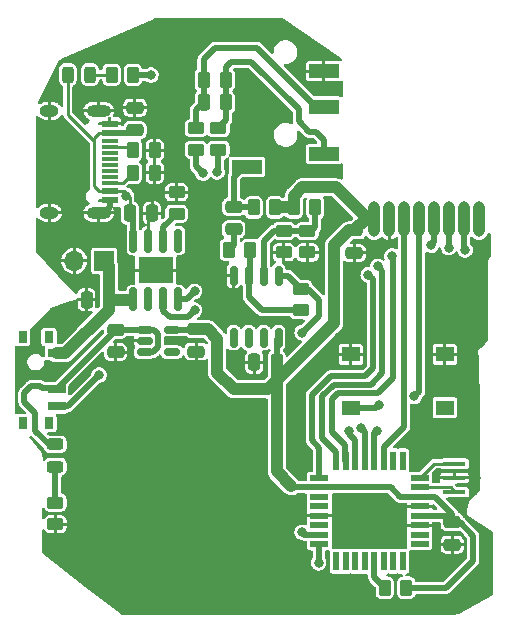
<source format=gbr>
%TF.GenerationSoftware,KiCad,Pcbnew,(6.0.0)*%
%TF.CreationDate,2022-05-29T15:10:23+02:00*%
%TF.ProjectId,DETECTIVE BOYS BADGE,44455445-4354-4495-9645-20424f595320,rev?*%
%TF.SameCoordinates,Original*%
%TF.FileFunction,Copper,L1,Top*%
%TF.FilePolarity,Positive*%
%FSLAX46Y46*%
G04 Gerber Fmt 4.6, Leading zero omitted, Abs format (unit mm)*
G04 Created by KiCad (PCBNEW (6.0.0)) date 2022-05-29 15:10:23*
%MOMM*%
%LPD*%
G01*
G04 APERTURE LIST*
G04 Aperture macros list*
%AMRoundRect*
0 Rectangle with rounded corners*
0 $1 Rounding radius*
0 $2 $3 $4 $5 $6 $7 $8 $9 X,Y pos of 4 corners*
0 Add a 4 corners polygon primitive as box body*
4,1,4,$2,$3,$4,$5,$6,$7,$8,$9,$2,$3,0*
0 Add four circle primitives for the rounded corners*
1,1,$1+$1,$2,$3*
1,1,$1+$1,$4,$5*
1,1,$1+$1,$6,$7*
1,1,$1+$1,$8,$9*
0 Add four rect primitives between the rounded corners*
20,1,$1+$1,$2,$3,$4,$5,0*
20,1,$1+$1,$4,$5,$6,$7,0*
20,1,$1+$1,$6,$7,$8,$9,0*
20,1,$1+$1,$8,$9,$2,$3,0*%
G04 Aperture macros list end*
%TA.AperFunction,SMDPad,CuDef*%
%ADD10RoundRect,0.250000X0.250000X0.475000X-0.250000X0.475000X-0.250000X-0.475000X0.250000X-0.475000X0*%
%TD*%
%TA.AperFunction,SMDPad,CuDef*%
%ADD11RoundRect,0.250000X0.262500X0.450000X-0.262500X0.450000X-0.262500X-0.450000X0.262500X-0.450000X0*%
%TD*%
%TA.AperFunction,SMDPad,CuDef*%
%ADD12R,2.500000X1.200000*%
%TD*%
%TA.AperFunction,SMDPad,CuDef*%
%ADD13R,1.550000X1.300000*%
%TD*%
%TA.AperFunction,SMDPad,CuDef*%
%ADD14RoundRect,0.243750X0.456250X-0.243750X0.456250X0.243750X-0.456250X0.243750X-0.456250X-0.243750X0*%
%TD*%
%TA.AperFunction,SMDPad,CuDef*%
%ADD15RoundRect,0.250000X-0.250000X-0.475000X0.250000X-0.475000X0.250000X0.475000X-0.250000X0.475000X0*%
%TD*%
%TA.AperFunction,SMDPad,CuDef*%
%ADD16RoundRect,0.500000X0.000000X-1.000000X0.000000X-1.000000X0.000000X1.000000X0.000000X1.000000X0*%
%TD*%
%TA.AperFunction,SMDPad,CuDef*%
%ADD17RoundRect,0.250000X0.475000X-0.250000X0.475000X0.250000X-0.475000X0.250000X-0.475000X-0.250000X0*%
%TD*%
%TA.AperFunction,SMDPad,CuDef*%
%ADD18RoundRect,0.150000X-0.150000X0.675000X-0.150000X-0.675000X0.150000X-0.675000X0.150000X0.675000X0*%
%TD*%
%TA.AperFunction,SMDPad,CuDef*%
%ADD19RoundRect,0.243750X0.243750X0.456250X-0.243750X0.456250X-0.243750X-0.456250X0.243750X-0.456250X0*%
%TD*%
%TA.AperFunction,SMDPad,CuDef*%
%ADD20R,0.800000X1.000000*%
%TD*%
%TA.AperFunction,SMDPad,CuDef*%
%ADD21R,1.500000X0.700000*%
%TD*%
%TA.AperFunction,SMDPad,CuDef*%
%ADD22RoundRect,0.250000X0.450000X-0.262500X0.450000X0.262500X-0.450000X0.262500X-0.450000X-0.262500X0*%
%TD*%
%TA.AperFunction,SMDPad,CuDef*%
%ADD23RoundRect,0.250000X-0.450000X0.262500X-0.450000X-0.262500X0.450000X-0.262500X0.450000X0.262500X0*%
%TD*%
%TA.AperFunction,SMDPad,CuDef*%
%ADD24RoundRect,0.250000X-0.475000X0.250000X-0.475000X-0.250000X0.475000X-0.250000X0.475000X0.250000X0*%
%TD*%
%TA.AperFunction,SMDPad,CuDef*%
%ADD25R,1.600000X0.550000*%
%TD*%
%TA.AperFunction,SMDPad,CuDef*%
%ADD26R,0.550000X1.600000*%
%TD*%
%TA.AperFunction,ComponentPad*%
%ADD27R,1.700000X1.700000*%
%TD*%
%TA.AperFunction,ComponentPad*%
%ADD28O,1.700000X1.700000*%
%TD*%
%TA.AperFunction,SMDPad,CuDef*%
%ADD29R,1.450000X0.600000*%
%TD*%
%TA.AperFunction,SMDPad,CuDef*%
%ADD30R,1.450000X0.300000*%
%TD*%
%TA.AperFunction,ComponentPad*%
%ADD31O,1.600000X1.000000*%
%TD*%
%TA.AperFunction,ComponentPad*%
%ADD32O,2.100000X1.000000*%
%TD*%
%TA.AperFunction,SMDPad,CuDef*%
%ADD33RoundRect,0.250000X-0.262500X-0.450000X0.262500X-0.450000X0.262500X0.450000X-0.262500X0.450000X0*%
%TD*%
%TA.AperFunction,SMDPad,CuDef*%
%ADD34R,1.900000X0.400000*%
%TD*%
%TA.AperFunction,SMDPad,CuDef*%
%ADD35RoundRect,0.150000X-0.512500X-0.150000X0.512500X-0.150000X0.512500X0.150000X-0.512500X0.150000X0*%
%TD*%
%TA.AperFunction,SMDPad,CuDef*%
%ADD36RoundRect,0.150000X-0.150000X0.825000X-0.150000X-0.825000X0.150000X-0.825000X0.150000X0.825000X0*%
%TD*%
%TA.AperFunction,SMDPad,CuDef*%
%ADD37R,3.000000X2.290000*%
%TD*%
%TA.AperFunction,ViaPad*%
%ADD38C,0.800000*%
%TD*%
%TA.AperFunction,Conductor*%
%ADD39C,0.508000*%
%TD*%
%TA.AperFunction,Conductor*%
%ADD40C,0.254000*%
%TD*%
%TA.AperFunction,Conductor*%
%ADD41C,1.016000*%
%TD*%
G04 APERTURE END LIST*
D10*
%TO.P,C6,1*%
%TO.N,BAT*%
X139450000Y-127800000D03*
%TO.P,C6,2*%
%TO.N,GND*%
X137550000Y-127800000D03*
%TD*%
D11*
%TO.P,R9,1*%
%TO.N,Net-(R11-Pad2)*%
X156912500Y-120000000D03*
%TO.P,R9,2*%
%TO.N,+3V3*%
X155087500Y-120000000D03*
%TD*%
D12*
%TO.P,J1,R1*%
%TO.N,/SPK_R*%
X157650000Y-111455000D03*
%TO.P,J1,R2*%
%TO.N,GND*%
X157650000Y-108455000D03*
%TO.P,J1,S*%
%TO.N,MIC*%
X151150000Y-116555000D03*
%TO.P,J1,T*%
%TO.N,/SPK_L*%
X157650000Y-115455000D03*
%TD*%
D13*
%TO.P,SW2,1,1*%
%TO.N,GND*%
X159920000Y-132450000D03*
X167880000Y-132450000D03*
%TO.P,SW2,2,2*%
%TO.N,A1*%
X159920000Y-136950000D03*
X167880000Y-136950000D03*
%TD*%
D14*
%TO.P,D1,1,K*%
%TO.N,Net-(D1-Pad1)*%
X134900000Y-141937500D03*
%TO.P,D1,2,A*%
%TO.N,/VIN*%
X134900000Y-140062500D03*
%TD*%
D15*
%TO.P,C7,1*%
%TO.N,/SPK_R*%
X147450000Y-109200000D03*
%TO.P,C7,2*%
%TO.N,/SPK_L*%
X149350000Y-109200000D03*
%TD*%
D16*
%TO.P,U1,1,GND*%
%TO.N,GND*%
X163175000Y-120980000D03*
%TO.P,U1,2,VCC*%
%TO.N,+3V3*%
X161905000Y-120980000D03*
%TO.P,U1,3,CE*%
%TO.N,CE*%
X164445000Y-120980000D03*
%TO.P,U1,4,~{CSN}*%
%TO.N,CSN*%
X165715000Y-120980000D03*
%TO.P,U1,5,SCK*%
%TO.N,SCK*%
X166985000Y-120980000D03*
%TO.P,U1,6,MOSI*%
%TO.N,MOSI*%
X168255000Y-120980000D03*
%TO.P,U1,7,MISO*%
%TO.N,MISO*%
X169525000Y-120980000D03*
%TO.P,U1,8,IRQ*%
%TO.N,unconnected-(U1-Pad8)*%
X170795000Y-120980000D03*
%TD*%
D15*
%TO.P,C9,1*%
%TO.N,/SPK_R*%
X147450000Y-111100000D03*
%TO.P,C9,2*%
%TO.N,/SPK_L*%
X149350000Y-111100000D03*
%TD*%
%TO.P,C5,1*%
%TO.N,VBUS*%
X141200000Y-120475000D03*
%TO.P,C5,2*%
%TO.N,GND*%
X143100000Y-120475000D03*
%TD*%
D11*
%TO.P,R13,1*%
%TO.N,+3V3*%
X164612500Y-152200000D03*
%TO.P,R13,2*%
%TO.N,RESET*%
X162787500Y-152200000D03*
%TD*%
D17*
%TO.P,C11,1*%
%TO.N,GND*%
X168500000Y-148550000D03*
%TO.P,C11,2*%
%TO.N,+3V3*%
X168500000Y-146650000D03*
%TD*%
D18*
%TO.P,U4,1*%
%TO.N,A0*%
X153805000Y-125775000D03*
%TO.P,U4,2,-*%
%TO.N,Net-(R11-Pad2)*%
X152535000Y-125775000D03*
%TO.P,U4,3,+*%
%TO.N,Net-(R10-Pad1)*%
X151265000Y-125775000D03*
%TO.P,U4,4,V-*%
%TO.N,GND*%
X149995000Y-125775000D03*
%TO.P,U4,5*%
%TO.N,N/C*%
X149995000Y-131025000D03*
%TO.P,U4,6*%
X151265000Y-131025000D03*
%TO.P,U4,7*%
X152535000Y-131025000D03*
%TO.P,U4,8,V+*%
%TO.N,+3V3*%
X153805000Y-131025000D03*
%TD*%
D19*
%TO.P,D2,1,K*%
%TO.N,Net-(D2-Pad1)*%
X137837500Y-108750000D03*
%TO.P,D2,2,A*%
%TO.N,VBUS*%
X135962500Y-108750000D03*
%TD*%
D20*
%TO.P,SW1,*%
%TO.N,*%
X134355000Y-130950000D03*
X132145000Y-130950000D03*
X134355000Y-138250000D03*
X132145000Y-138250000D03*
D21*
%TO.P,SW1,1,A*%
%TO.N,BAT*%
X135005000Y-132350000D03*
%TO.P,SW1,2,B*%
%TO.N,/VIN*%
X135005000Y-135350000D03*
%TO.P,SW1,3,C*%
%TO.N,VBUS*%
X135005000Y-136850000D03*
%TD*%
D22*
%TO.P,R6,1*%
%TO.N,AUDIO_L*%
X148700000Y-115112500D03*
%TO.P,R6,2*%
%TO.N,/SPK_L*%
X148700000Y-113287500D03*
%TD*%
D11*
%TO.P,R8,1*%
%TO.N,+3V3*%
X153512500Y-120000000D03*
%TO.P,R8,2*%
%TO.N,MIC*%
X151687500Y-120000000D03*
%TD*%
D22*
%TO.P,R7,1*%
%TO.N,Net-(R7-Pad1)*%
X145175000Y-120537500D03*
%TO.P,R7,2*%
%TO.N,GND*%
X145175000Y-118712500D03*
%TD*%
D23*
%TO.P,R5,1*%
%TO.N,/SPK_R*%
X146800000Y-113287500D03*
%TO.P,R5,2*%
%TO.N,AUDIO_R*%
X146800000Y-115112500D03*
%TD*%
%TO.P,RG1,1*%
%TO.N,A0*%
X155700000Y-126887500D03*
%TO.P,RG1,2*%
%TO.N,Net-(R10-Pad1)*%
X155700000Y-128712500D03*
%TD*%
D24*
%TO.P,C2,1*%
%TO.N,/VIN*%
X140000000Y-130350000D03*
%TO.P,C2,2*%
%TO.N,GND*%
X140000000Y-132250000D03*
%TD*%
D22*
%TO.P,R11,1*%
%TO.N,GND*%
X156250000Y-123812500D03*
%TO.P,R11,2*%
%TO.N,Net-(R11-Pad2)*%
X156250000Y-121987500D03*
%TD*%
D25*
%TO.P,U5,1,PD3*%
%TO.N,unconnected-(U5-Pad1)*%
X165750000Y-148500000D03*
%TO.P,U5,2,PD4*%
%TO.N,unconnected-(U5-Pad2)*%
X165750000Y-147700000D03*
%TO.P,U5,3,GND*%
%TO.N,GND*%
X165750000Y-146900000D03*
%TO.P,U5,4,VCC*%
%TO.N,+3V3*%
X165750000Y-146100000D03*
%TO.P,U5,5,GND*%
%TO.N,GND*%
X165750000Y-145300000D03*
%TO.P,U5,6,VCC*%
%TO.N,+3V3*%
X165750000Y-144500000D03*
%TO.P,U5,7,XTAL1/PB6*%
%TO.N,XTAL1*%
X165750000Y-143700000D03*
%TO.P,U5,8,XTAL2/PB7*%
%TO.N,XTAL2*%
X165750000Y-142900000D03*
D26*
%TO.P,U5,9,PD5*%
%TO.N,unconnected-(U5-Pad9)*%
X164300000Y-141450000D03*
%TO.P,U5,10,PD6*%
%TO.N,unconnected-(U5-Pad10)*%
X163500000Y-141450000D03*
%TO.P,U5,11,PD7*%
%TO.N,CE*%
X162700000Y-141450000D03*
%TO.P,U5,12,PB0*%
%TO.N,CSN*%
X161900000Y-141450000D03*
%TO.P,U5,13,PB1*%
%TO.N,AUDIO_L*%
X161100000Y-141450000D03*
%TO.P,U5,14,PB2*%
%TO.N,AUDIO_R*%
X160300000Y-141450000D03*
%TO.P,U5,15,PB3*%
%TO.N,MOSI*%
X159500000Y-141450000D03*
%TO.P,U5,16,PB4*%
%TO.N,MISO*%
X158700000Y-141450000D03*
D25*
%TO.P,U5,17,PB5*%
%TO.N,SCK*%
X157250000Y-142900000D03*
%TO.P,U5,18,AVCC*%
%TO.N,+3V3*%
X157250000Y-143700000D03*
%TO.P,U5,19,ADC6*%
%TO.N,unconnected-(U5-Pad19)*%
X157250000Y-144500000D03*
%TO.P,U5,20,AREF*%
%TO.N,unconnected-(U5-Pad20)*%
X157250000Y-145300000D03*
%TO.P,U5,21,GND*%
%TO.N,GND*%
X157250000Y-146100000D03*
%TO.P,U5,22,ADC7*%
%TO.N,unconnected-(U5-Pad22)*%
X157250000Y-146900000D03*
%TO.P,U5,23,PC0*%
%TO.N,A0*%
X157250000Y-147700000D03*
%TO.P,U5,24,PC1*%
%TO.N,A1*%
X157250000Y-148500000D03*
D26*
%TO.P,U5,25,PC2*%
%TO.N,unconnected-(U5-Pad25)*%
X158700000Y-149950000D03*
%TO.P,U5,26,PC3*%
%TO.N,unconnected-(U5-Pad26)*%
X159500000Y-149950000D03*
%TO.P,U5,27,PC4*%
%TO.N,unconnected-(U5-Pad27)*%
X160300000Y-149950000D03*
%TO.P,U5,28,PC5*%
%TO.N,unconnected-(U5-Pad28)*%
X161100000Y-149950000D03*
%TO.P,U5,29,~{RESET}/PC6*%
%TO.N,RESET*%
X161900000Y-149950000D03*
%TO.P,U5,30,PD0*%
%TO.N,unconnected-(U5-Pad30)*%
X162700000Y-149950000D03*
%TO.P,U5,31,PD1*%
%TO.N,unconnected-(U5-Pad31)*%
X163500000Y-149950000D03*
%TO.P,U5,32,PD2*%
%TO.N,unconnected-(U5-Pad32)*%
X164300000Y-149950000D03*
%TD*%
D24*
%TO.P,C1,1*%
%TO.N,+3V3*%
X160200000Y-121950000D03*
%TO.P,C1,2*%
%TO.N,GND*%
X160200000Y-123850000D03*
%TD*%
D17*
%TO.P,C3,1*%
%TO.N,VBUS*%
X141650000Y-113450000D03*
%TO.P,C3,2*%
%TO.N,GND*%
X141650000Y-111550000D03*
%TD*%
D27*
%TO.P,BT1,1,+*%
%TO.N,BAT*%
X139050000Y-124525000D03*
D28*
%TO.P,BT1,2,-*%
%TO.N,GND*%
X136510000Y-124525000D03*
%TD*%
D11*
%TO.P,R10,1*%
%TO.N,Net-(R10-Pad1)*%
X151412500Y-123600000D03*
%TO.P,R10,2*%
%TO.N,Net-(C8-Pad2)*%
X149587500Y-123600000D03*
%TD*%
D29*
%TO.P,USB1,A1,GND*%
%TO.N,GND*%
X139495000Y-112900000D03*
%TO.P,USB1,A4,VBUS*%
%TO.N,VBUS*%
X139495000Y-113700000D03*
D30*
%TO.P,USB1,A5,CC1*%
%TO.N,Net-(R2-Pad1)*%
X139495000Y-114900000D03*
%TO.P,USB1,A6,D+*%
%TO.N,unconnected-(USB1-PadA6)*%
X139495000Y-115900000D03*
%TO.P,USB1,A7,D-*%
%TO.N,unconnected-(USB1-PadA7)*%
X139495000Y-116400000D03*
%TO.P,USB1,A8,SBU1*%
%TO.N,unconnected-(USB1-PadA8)*%
X139495000Y-117400000D03*
D29*
%TO.P,USB1,A9,VBUS*%
%TO.N,VBUS*%
X139495000Y-118600000D03*
%TO.P,USB1,A12,GND*%
%TO.N,GND*%
X139495000Y-119400000D03*
%TO.P,USB1,B1,GND*%
X139495000Y-119400000D03*
%TO.P,USB1,B4,VBUS*%
%TO.N,VBUS*%
X139495000Y-118600000D03*
D30*
%TO.P,USB1,B5,CC2*%
%TO.N,Net-(R3-Pad1)*%
X139495000Y-117900000D03*
%TO.P,USB1,B6,D+*%
%TO.N,unconnected-(USB1-PadB6)*%
X139495000Y-116900000D03*
%TO.P,USB1,B7,D-*%
%TO.N,unconnected-(USB1-PadB7)*%
X139495000Y-115400000D03*
%TO.P,USB1,B8,SBU2*%
%TO.N,unconnected-(USB1-PadB8)*%
X139495000Y-114400000D03*
D29*
%TO.P,USB1,B9,VBUS*%
%TO.N,VBUS*%
X139495000Y-113700000D03*
%TO.P,USB1,B12,GND*%
%TO.N,GND*%
X139495000Y-112900000D03*
D31*
%TO.P,USB1,S1,SHIELD*%
X134400000Y-111830000D03*
D32*
X138580000Y-111830000D03*
X138580000Y-120470000D03*
D31*
X134400000Y-120470000D03*
%TD*%
D22*
%TO.P,R12,1*%
%TO.N,GND*%
X154250000Y-123800000D03*
%TO.P,R12,2*%
%TO.N,Net-(R11-Pad2)*%
X154250000Y-121975000D03*
%TD*%
D24*
%TO.P,C8,1*%
%TO.N,MIC*%
X150000000Y-119950000D03*
%TO.P,C8,2*%
%TO.N,Net-(C8-Pad2)*%
X150000000Y-121850000D03*
%TD*%
D33*
%TO.P,R3,1*%
%TO.N,Net-(R3-Pad1)*%
X141487500Y-117050000D03*
%TO.P,R3,2*%
%TO.N,GND*%
X143312500Y-117050000D03*
%TD*%
D34*
%TO.P,X1,1,1*%
%TO.N,XTAL1*%
X168700000Y-144100000D03*
%TO.P,X1,2,2*%
%TO.N,GND*%
X168700000Y-142900000D03*
%TO.P,X1,3,3*%
%TO.N,XTAL2*%
X168700000Y-141700000D03*
%TD*%
D35*
%TO.P,U2,1,IN*%
%TO.N,/VIN*%
X142487500Y-130337500D03*
%TO.P,U2,2,GND*%
%TO.N,GND*%
X142487500Y-131287500D03*
%TO.P,U2,3,EN*%
%TO.N,/VIN*%
X142487500Y-132237500D03*
%TO.P,U2,4,BP*%
%TO.N,unconnected-(U2-Pad4)*%
X144762500Y-132237500D03*
%TO.P,U2,5,OUT*%
%TO.N,+3V3*%
X144762500Y-130337500D03*
%TD*%
D36*
%TO.P,U3,1,TEMP*%
%TO.N,unconnected-(U3-Pad1)*%
X145305000Y-122825000D03*
%TO.P,U3,2,PROG*%
%TO.N,Net-(R7-Pad1)*%
X144035000Y-122825000D03*
%TO.P,U3,3,GND*%
%TO.N,GND*%
X142765000Y-122825000D03*
%TO.P,U3,4,VCC*%
%TO.N,VBUS*%
X141495000Y-122825000D03*
%TO.P,U3,5,BAT*%
%TO.N,BAT*%
X141495000Y-127775000D03*
%TO.P,U3,6,STDBY*%
%TO.N,unconnected-(U3-Pad6)*%
X142765000Y-127775000D03*
%TO.P,U3,7,CHRG*%
%TO.N,Net-(R4-Pad2)*%
X144035000Y-127775000D03*
%TO.P,U3,8,CE*%
%TO.N,VBUS*%
X145305000Y-127775000D03*
D37*
%TO.P,U3,9,EP*%
%TO.N,GND*%
X143400000Y-125300000D03*
%TD*%
D23*
%TO.P,R1,1*%
%TO.N,Net-(D1-Pad1)*%
X134900000Y-144987500D03*
%TO.P,R1,2*%
%TO.N,GND*%
X134900000Y-146812500D03*
%TD*%
D33*
%TO.P,R4,1*%
%TO.N,Net-(D2-Pad1)*%
X139662500Y-108775000D03*
%TO.P,R4,2*%
%TO.N,Net-(R4-Pad2)*%
X141487500Y-108775000D03*
%TD*%
D24*
%TO.P,C4,1*%
%TO.N,+3V3*%
X146825000Y-130300000D03*
%TO.P,C4,2*%
%TO.N,GND*%
X146825000Y-132200000D03*
%TD*%
D15*
%TO.P,C10,1*%
%TO.N,GND*%
X151750000Y-133100000D03*
%TO.P,C10,2*%
%TO.N,+3V3*%
X153650000Y-133100000D03*
%TD*%
D33*
%TO.P,R2,1*%
%TO.N,Net-(R2-Pad1)*%
X141487500Y-115150000D03*
%TO.P,R2,2*%
%TO.N,GND*%
X143312500Y-115150000D03*
%TD*%
D38*
%TO.N,VBUS*%
X146700000Y-127100000D03*
X140900000Y-119000000D03*
X138600000Y-134200000D03*
%TO.N,GND*%
X143400000Y-125300000D03*
X158400000Y-120800000D03*
X158883121Y-130983121D03*
X146900000Y-133700000D03*
X169600000Y-132500000D03*
X161500000Y-145700000D03*
X170500000Y-142900000D03*
X150100000Y-133200000D03*
%TO.N,MOSI*%
X168200000Y-123400000D03*
X163400000Y-124100000D03*
%TO.N,MISO*%
X169600000Y-123600000D03*
X162200000Y-125000000D03*
%TO.N,SCK*%
X161400000Y-125700000D03*
X166700000Y-123200000D03*
%TO.N,CSN*%
X165300000Y-136000000D03*
X162100000Y-138900000D03*
%TO.N,Net-(R4-Pad2)*%
X146700000Y-128700000D03*
X143000000Y-108800000D03*
%TO.N,AUDIO_R*%
X159800000Y-138900000D03*
X147400000Y-117100000D03*
%TO.N,A0*%
X155800000Y-130600000D03*
X155800000Y-147500000D03*
%TO.N,A1*%
X167900000Y-137000000D03*
X162300000Y-136700000D03*
X157200000Y-150100000D03*
%TO.N,AUDIO_L*%
X160800000Y-138700000D03*
X148600000Y-117000000D03*
%TD*%
D39*
%TO.N,VBUS*%
X135005000Y-136850000D02*
X135950000Y-136850000D01*
X145305000Y-127775000D02*
X146025000Y-127775000D01*
D40*
X138202102Y-114100000D02*
X138602102Y-113700000D01*
D39*
X141650000Y-113450000D02*
X141400000Y-113700000D01*
X141495000Y-120770000D02*
X141200000Y-120475000D01*
X135950000Y-136850000D02*
X138600000Y-134200000D01*
D40*
X135962500Y-112164602D02*
X138200000Y-114402102D01*
D39*
X141400000Y-113700000D02*
X139495000Y-113700000D01*
D40*
X135962500Y-108750000D02*
X135962500Y-112164602D01*
X138602102Y-113700000D02*
X139495000Y-113700000D01*
X138200000Y-114100000D02*
X138202102Y-114100000D01*
D39*
X146025000Y-127775000D02*
X146700000Y-127100000D01*
D40*
X138200000Y-114402102D02*
X138200000Y-114600000D01*
X139495000Y-118600000D02*
X140700000Y-118600000D01*
X138200000Y-114600000D02*
X138200000Y-114100000D01*
X141200000Y-119100000D02*
X141200000Y-120475000D01*
X140700000Y-118600000D02*
X141200000Y-119100000D01*
X139495000Y-118600000D02*
X138602102Y-118600000D01*
X138602102Y-118600000D02*
X138200000Y-118197898D01*
X138200000Y-118197898D02*
X138200000Y-114600000D01*
D39*
X141495000Y-122825000D02*
X141495000Y-120770000D01*
%TO.N,GND*%
X139500000Y-119405000D02*
X139495000Y-119400000D01*
D40*
X142765000Y-120810000D02*
X143100000Y-120475000D01*
D39*
X139500000Y-120000000D02*
X139500000Y-119405000D01*
X139030000Y-120470000D02*
X139500000Y-120000000D01*
D40*
X142765000Y-122825000D02*
X142765000Y-120810000D01*
D39*
X138580000Y-120470000D02*
X139030000Y-120470000D01*
D41*
%TO.N,BAT*%
X135750000Y-132350000D02*
X139450000Y-128650000D01*
X139450000Y-128650000D02*
X139450000Y-127800000D01*
X135005000Y-132350000D02*
X135750000Y-132350000D01*
X139450000Y-124925000D02*
X139050000Y-124525000D01*
X139450000Y-127800000D02*
X141200000Y-127800000D01*
X139450000Y-127800000D02*
X139450000Y-124925000D01*
%TO.N,+3V3*%
X155087500Y-120000000D02*
X155087500Y-119012500D01*
X147800000Y-130300000D02*
X148600000Y-131100000D01*
X146825000Y-130300000D02*
X147800000Y-130300000D01*
X153650000Y-134650000D02*
X153650000Y-142350000D01*
D39*
X153650000Y-131180000D02*
X153805000Y-131025000D01*
D41*
X159750000Y-121950000D02*
X160200000Y-121950000D01*
X158500000Y-123200000D02*
X159750000Y-121950000D01*
D39*
X167950000Y-146100000D02*
X165750000Y-146100000D01*
D41*
X155087500Y-119012500D02*
X155800000Y-118300000D01*
D39*
X165750000Y-144500000D02*
X167058000Y-144500000D01*
X155000000Y-143700000D02*
X154900000Y-143600000D01*
X168500000Y-145942000D02*
X168500000Y-146650000D01*
X170300000Y-149900000D02*
X168000000Y-152200000D01*
X169150000Y-146650000D02*
X170300000Y-147800000D01*
D41*
X153650000Y-134650000D02*
X158500000Y-129800000D01*
D39*
X170300000Y-147800000D02*
X170300000Y-149900000D01*
X168500000Y-146650000D02*
X167950000Y-146100000D01*
D41*
X161170000Y-120770000D02*
X161170000Y-120980000D01*
X158700000Y-118300000D02*
X161170000Y-120770000D01*
D39*
X168500000Y-146650000D02*
X169150000Y-146650000D01*
D41*
X161905000Y-120980000D02*
X161170000Y-120980000D01*
D39*
X157250000Y-143700000D02*
X163300000Y-143700000D01*
D41*
X158500000Y-129800000D02*
X158500000Y-123200000D01*
X155800000Y-118300000D02*
X158700000Y-118300000D01*
X155087500Y-120000000D02*
X153512500Y-120000000D01*
D39*
X168000000Y-152200000D02*
X164612500Y-152200000D01*
D41*
X148600000Y-134000000D02*
X150000000Y-135400000D01*
D39*
X167058000Y-144500000D02*
X168500000Y-145942000D01*
X144762500Y-130337500D02*
X146787500Y-130337500D01*
X153650000Y-133100000D02*
X153650000Y-131180000D01*
D41*
X161170000Y-120980000D02*
X160200000Y-121950000D01*
X152900000Y-135400000D02*
X153650000Y-134650000D01*
D39*
X164100000Y-144500000D02*
X165750000Y-144500000D01*
D41*
X153650000Y-134650000D02*
X153650000Y-133100000D01*
D39*
X163300000Y-143700000D02*
X164100000Y-144500000D01*
D41*
X153650000Y-142350000D02*
X154900000Y-143600000D01*
X148600000Y-131100000D02*
X148600000Y-134000000D01*
X150000000Y-135400000D02*
X152900000Y-135400000D01*
D39*
X146787500Y-130337500D02*
X146825000Y-130300000D01*
X157250000Y-143700000D02*
X155000000Y-143700000D01*
%TO.N,MOSI*%
X158837978Y-135700000D02*
X158300000Y-136237978D01*
X168200000Y-121035000D02*
X168255000Y-120980000D01*
X163400000Y-124100000D02*
X163500000Y-124200000D01*
X158300000Y-139000000D02*
X159428511Y-140128511D01*
X158300000Y-136237978D02*
X158300000Y-139000000D01*
X163500000Y-134400000D02*
X162200000Y-135700000D01*
X159450000Y-141450000D02*
X159500000Y-141450000D01*
X162200000Y-135700000D02*
X158837978Y-135700000D01*
X159428511Y-141428511D02*
X159450000Y-141450000D01*
X168200000Y-123400000D02*
X168200000Y-121035000D01*
X163500000Y-124200000D02*
X163500000Y-134400000D01*
X159428511Y-140128511D02*
X159428511Y-141428511D01*
%TO.N,MISO*%
X157500000Y-139500000D02*
X158700000Y-140700000D01*
X158700000Y-140700000D02*
X158700000Y-141450000D01*
X162600000Y-125400000D02*
X162600000Y-134000000D01*
X158507520Y-134992480D02*
X157500000Y-136000000D01*
X169525000Y-123525000D02*
X169600000Y-123600000D01*
X162200000Y-125000000D02*
X162600000Y-125400000D01*
X162600000Y-134000000D02*
X161607520Y-134992480D01*
X161607520Y-134992480D02*
X158507520Y-134992480D01*
X169525000Y-120980000D02*
X169525000Y-123525000D01*
X157500000Y-136000000D02*
X157500000Y-139500000D01*
%TO.N,Net-(D1-Pad1)*%
X134900000Y-141937500D02*
X134900000Y-144987500D01*
%TO.N,SCK*%
X157250000Y-140350000D02*
X157250000Y-142900000D01*
X156600000Y-139700000D02*
X157250000Y-140350000D01*
X161400000Y-125700000D02*
X161800000Y-126100000D01*
X158214456Y-134284960D02*
X156600000Y-135899416D01*
X161114456Y-134284960D02*
X158214456Y-134284960D01*
X166985000Y-120980000D02*
X166985000Y-122915000D01*
X156600000Y-135899416D02*
X156600000Y-139700000D01*
X161800000Y-126100000D02*
X161800000Y-133599416D01*
X166985000Y-122915000D02*
X166700000Y-123200000D01*
X161800000Y-133599416D02*
X161114456Y-134284960D01*
%TO.N,Net-(C8-Pad2)*%
X150000000Y-123187500D02*
X149587500Y-123600000D01*
X150000000Y-121850000D02*
X150000000Y-123187500D01*
D40*
%TO.N,Net-(R2-Pad1)*%
X141237500Y-114900000D02*
X141487500Y-115150000D01*
X139495000Y-114900000D02*
X141237500Y-114900000D01*
%TO.N,Net-(R3-Pad1)*%
X139495000Y-117900000D02*
X140637500Y-117900000D01*
X140637500Y-117900000D02*
X141487500Y-117050000D01*
D39*
%TO.N,RESET*%
X161900000Y-151312500D02*
X162787500Y-152200000D01*
X161900000Y-149950000D02*
X161900000Y-151312500D01*
%TO.N,/VIN*%
X142487500Y-130337500D02*
X143237500Y-130337500D01*
X133793483Y-135300000D02*
X134955000Y-135300000D01*
X133639962Y-135146479D02*
X133793483Y-135300000D01*
X142475000Y-130350000D02*
X142487500Y-130337500D01*
X133200000Y-137403483D02*
X132291479Y-136494962D01*
X140000000Y-130350000D02*
X142475000Y-130350000D01*
X143162500Y-132237500D02*
X142487500Y-132237500D01*
X133200000Y-138902022D02*
X133200000Y-137403483D01*
X134360478Y-140062500D02*
X133200000Y-138902022D01*
X135005000Y-135350000D02*
X135005000Y-135345000D01*
X132291479Y-135705038D02*
X132850038Y-135146479D01*
X132850038Y-135146479D02*
X133639962Y-135146479D01*
X132291479Y-136494962D02*
X132291479Y-135705038D01*
X134900000Y-140062500D02*
X134360478Y-140062500D01*
X143603520Y-131796480D02*
X143162500Y-132237500D01*
X143603520Y-130703520D02*
X143603520Y-131796480D01*
X135005000Y-135345000D02*
X140000000Y-130350000D01*
X143237500Y-130337500D02*
X143603520Y-130703520D01*
X134955000Y-135300000D02*
X135005000Y-135350000D01*
%TO.N,MIC*%
X151687500Y-120000000D02*
X150050000Y-120000000D01*
X150000000Y-119950000D02*
X150000000Y-117405000D01*
X150000000Y-117405000D02*
X150850000Y-116555000D01*
X150050000Y-120000000D02*
X150000000Y-119950000D01*
D40*
%TO.N,Net-(D2-Pad1)*%
X139637500Y-108750000D02*
X139662500Y-108775000D01*
X137837500Y-108750000D02*
X139637500Y-108750000D01*
D39*
%TO.N,CE*%
X164445000Y-138555000D02*
X163600000Y-139400000D01*
X162700000Y-140267978D02*
X162700000Y-141450000D01*
X164445000Y-120980000D02*
X164445000Y-138555000D01*
X163600000Y-139400000D02*
X163567978Y-139400000D01*
X163567978Y-139400000D02*
X162700000Y-140267978D01*
%TO.N,CSN*%
X165715000Y-135585000D02*
X165300000Y-136000000D01*
X161900000Y-141450000D02*
X161900000Y-139100000D01*
X161900000Y-139100000D02*
X162100000Y-138900000D01*
X165715000Y-120980000D02*
X165715000Y-135585000D01*
%TO.N,/SPK_R*%
X147450000Y-107450000D02*
X148400000Y-106500000D01*
X147450000Y-109200000D02*
X147450000Y-111100000D01*
X147450000Y-109200000D02*
X147450000Y-107450000D01*
X156955000Y-111455000D02*
X157650000Y-111455000D01*
X152000000Y-106500000D02*
X156955000Y-111455000D01*
X148400000Y-106500000D02*
X152000000Y-106500000D01*
X146800000Y-113287500D02*
X146800000Y-111750000D01*
X146800000Y-111750000D02*
X147450000Y-111100000D01*
D40*
%TO.N,XTAL1*%
X168400000Y-143700000D02*
X168700000Y-144000000D01*
X168700000Y-144000000D02*
X168700000Y-144100000D01*
X165750000Y-143700000D02*
X168400000Y-143700000D01*
%TO.N,XTAL2*%
X166950000Y-141700000D02*
X168700000Y-141700000D01*
X165750000Y-142900000D02*
X166950000Y-141700000D01*
D39*
%TO.N,/SPK_L*%
X155500000Y-111700000D02*
X155500000Y-112700000D01*
X156400000Y-113600000D02*
X157000000Y-113600000D01*
X155500000Y-112700000D02*
X156400000Y-113600000D01*
X149350000Y-109200000D02*
X149350000Y-111100000D01*
X149350000Y-109200000D02*
X149350000Y-108150000D01*
X157000000Y-113600000D02*
X157650000Y-114250000D01*
X149350000Y-111100000D02*
X149350000Y-112637500D01*
X149800000Y-107700000D02*
X151500000Y-107700000D01*
X157650000Y-114250000D02*
X157650000Y-115455000D01*
X149350000Y-112637500D02*
X148700000Y-113287500D01*
X151500000Y-107700000D02*
X155500000Y-111700000D01*
X149350000Y-108150000D02*
X149800000Y-107700000D01*
%TO.N,Net-(R7-Pad1)*%
X144035000Y-121677500D02*
X145175000Y-120537500D01*
X144035000Y-122825000D02*
X144035000Y-121677500D01*
%TO.N,Net-(R4-Pad2)*%
X144035000Y-127775000D02*
X144035000Y-128735000D01*
X143000000Y-108800000D02*
X141512500Y-108800000D01*
X144035000Y-128735000D02*
X144600000Y-129300000D01*
X141512500Y-108800000D02*
X141487500Y-108775000D01*
X146100000Y-129300000D02*
X146700000Y-128700000D01*
X144600000Y-129300000D02*
X146100000Y-129300000D01*
%TO.N,AUDIO_R*%
X159800000Y-139207048D02*
X160300000Y-139707048D01*
X160300000Y-139707048D02*
X160300000Y-141450000D01*
X159800000Y-138900000D02*
X159800000Y-139207048D01*
X146800000Y-116500000D02*
X147400000Y-117100000D01*
X146800000Y-115112500D02*
X146800000Y-116500000D01*
%TO.N,A0*%
X153805000Y-125775000D02*
X154587500Y-125775000D01*
X156000000Y-147700000D02*
X157250000Y-147700000D01*
X155800000Y-147500000D02*
X156000000Y-147700000D01*
X157200000Y-127800000D02*
X157200000Y-129200000D01*
X157200000Y-129200000D02*
X155800000Y-130600000D01*
X156287500Y-126887500D02*
X157200000Y-127800000D01*
X155700000Y-126887500D02*
X156287500Y-126887500D01*
X154587500Y-125775000D02*
X155700000Y-126887500D01*
%TO.N,A1*%
X157200000Y-148550000D02*
X157250000Y-148500000D01*
X159920000Y-136950000D02*
X162050000Y-136950000D01*
X162050000Y-136950000D02*
X162300000Y-136700000D01*
X157200000Y-150100000D02*
X157200000Y-148550000D01*
%TO.N,AUDIO_L*%
X148700000Y-115112500D02*
X148700000Y-116900000D01*
X148700000Y-116900000D02*
X148600000Y-117000000D01*
X161100000Y-139000000D02*
X161100000Y-141450000D01*
X160800000Y-138700000D02*
X161100000Y-139000000D01*
%TO.N,Net-(R11-Pad2)*%
X154600000Y-121975000D02*
X156587500Y-121975000D01*
X156587500Y-121975000D02*
X156600000Y-121987500D01*
X153425000Y-121975000D02*
X154600000Y-121975000D01*
X152535000Y-125775000D02*
X152535000Y-122865000D01*
X156912500Y-121675000D02*
X156600000Y-121987500D01*
X156912500Y-120000000D02*
X156912500Y-121675000D01*
X152535000Y-122865000D02*
X153425000Y-121975000D01*
%TO.N,Net-(R10-Pad1)*%
X151265000Y-127565000D02*
X152412500Y-128712500D01*
X152412500Y-128712500D02*
X155700000Y-128712500D01*
X151265000Y-125775000D02*
X151265000Y-127565000D01*
X151412500Y-125627500D02*
X151265000Y-125775000D01*
X151412500Y-123600000D02*
X151412500Y-125627500D01*
%TD*%
%TA.AperFunction,Conductor*%
%TO.N,GND*%
G36*
X171680283Y-122164832D02*
G01*
X171732295Y-122213157D01*
X171750000Y-122277563D01*
X171750000Y-124105261D01*
X171729998Y-124173382D01*
X171718987Y-124188046D01*
X171673707Y-124239992D01*
X171667821Y-124246294D01*
X171659343Y-124254769D01*
X171649023Y-124261663D01*
X171642127Y-124271980D01*
X171642125Y-124271982D01*
X171634444Y-124283473D01*
X171631756Y-124286989D01*
X171631867Y-124287068D01*
X171628279Y-124292106D01*
X171624214Y-124296771D01*
X171621138Y-124302136D01*
X171618255Y-124307164D01*
X171613704Y-124314506D01*
X171592873Y-124345673D01*
X171591117Y-124354496D01*
X171586640Y-124362304D01*
X171585057Y-124374612D01*
X171585057Y-124374613D01*
X171581857Y-124399496D01*
X171580462Y-124408019D01*
X171578125Y-124419760D01*
X171578124Y-124425946D01*
X171577516Y-124432114D01*
X171577379Y-124432101D01*
X171577096Y-124436523D01*
X171573752Y-124462526D01*
X171577001Y-124474506D01*
X171577820Y-124486455D01*
X171578115Y-124495085D01*
X171577733Y-127280675D01*
X171577200Y-131171818D01*
X171557189Y-131239936D01*
X171549594Y-131250508D01*
X171124002Y-131782498D01*
X171089643Y-131812302D01*
X170878400Y-131936939D01*
X170872293Y-131940542D01*
X170863518Y-131944340D01*
X170863650Y-131944594D01*
X170852644Y-131950328D01*
X170840732Y-131953804D01*
X170831057Y-131961574D01*
X170831053Y-131961576D01*
X170818752Y-131971455D01*
X170814917Y-131974395D01*
X170809766Y-131977434D01*
X170805150Y-131981560D01*
X170798594Y-131987419D01*
X170793529Y-131991711D01*
X170771622Y-132009305D01*
X170761946Y-132017076D01*
X170758614Y-132023154D01*
X170753444Y-132027775D01*
X170735878Y-132064260D01*
X170732838Y-132070170D01*
X170713370Y-132105681D01*
X170712617Y-132112574D01*
X170709610Y-132118820D01*
X170708915Y-132131210D01*
X170708915Y-132131211D01*
X170707344Y-132159234D01*
X170706799Y-132165849D01*
X170705169Y-132180775D01*
X170705693Y-132186738D01*
X170705531Y-132191578D01*
X170703954Y-132219709D01*
X170708054Y-132231422D01*
X170709789Y-132243708D01*
X170709505Y-132243748D01*
X170711517Y-132253087D01*
X170754600Y-132743800D01*
X170762391Y-132832540D01*
X170762844Y-132840821D01*
X170766710Y-133018655D01*
X170849511Y-136827536D01*
X170849541Y-136830504D01*
X170848980Y-137137326D01*
X170848846Y-137210604D01*
X170848798Y-137210846D01*
X170848800Y-137235989D01*
X170848755Y-137260398D01*
X170848801Y-137260633D01*
X170848871Y-138299785D01*
X170848832Y-138299981D01*
X170848872Y-138324982D01*
X170848874Y-138349622D01*
X170848912Y-138349815D01*
X170850693Y-139452623D01*
X170850656Y-139452810D01*
X170850685Y-139462163D01*
X170850710Y-139469992D01*
X170850733Y-139477503D01*
X170850773Y-139502465D01*
X170850810Y-139502650D01*
X170850811Y-139502665D01*
X170851042Y-139577018D01*
X170854140Y-140574443D01*
X170854095Y-140574677D01*
X170854098Y-140575356D01*
X170854098Y-140575364D01*
X170854181Y-140592021D01*
X170854218Y-140599393D01*
X170854295Y-140624237D01*
X170854342Y-140624472D01*
X170859043Y-141570416D01*
X170859013Y-141570573D01*
X170859016Y-141571033D01*
X170859165Y-141594926D01*
X170859131Y-141594926D01*
X170859166Y-141595086D01*
X170859291Y-141620283D01*
X170859324Y-141620446D01*
X170873463Y-143885984D01*
X170849995Y-143960006D01*
X170633729Y-144262778D01*
X170601318Y-144294229D01*
X170598274Y-144296268D01*
X170488551Y-144369759D01*
X170485861Y-144371460D01*
X170481075Y-144373710D01*
X170476089Y-144377390D01*
X170476088Y-144377391D01*
X170467941Y-144383404D01*
X170463231Y-144386717D01*
X170454799Y-144392365D01*
X170449657Y-144395809D01*
X170445923Y-144399551D01*
X170443361Y-144401548D01*
X170245573Y-144547543D01*
X170245256Y-144547737D01*
X170242709Y-144548425D01*
X170237300Y-144552594D01*
X170237299Y-144552594D01*
X170205791Y-144576875D01*
X170203707Y-144578447D01*
X170186760Y-144590956D01*
X170184977Y-144592915D01*
X170182874Y-144594535D01*
X170168982Y-144610442D01*
X170167294Y-144612335D01*
X170135903Y-144646812D01*
X170135008Y-144649296D01*
X170134794Y-144649589D01*
X169987255Y-144818530D01*
X169967474Y-144841180D01*
X169953550Y-144854830D01*
X169937434Y-144868349D01*
X169931701Y-144879358D01*
X169928564Y-144885382D01*
X169921973Y-144898040D01*
X169917728Y-144906191D01*
X169915237Y-144910742D01*
X169893978Y-144947742D01*
X169892384Y-144960049D01*
X169892383Y-144960051D01*
X169891276Y-144968598D01*
X169887281Y-144987685D01*
X169825890Y-145198193D01*
X169824456Y-145202187D01*
X169819390Y-145209561D01*
X169816812Y-145221701D01*
X169811836Y-145245135D01*
X169809548Y-145254230D01*
X169806509Y-145264649D01*
X169805968Y-145270820D01*
X169805355Y-145274089D01*
X169804986Y-145277394D01*
X169803699Y-145283454D01*
X169803558Y-145294330D01*
X169803089Y-145303664D01*
X169799914Y-145339901D01*
X169802602Y-145348430D01*
X169802806Y-145352666D01*
X169802350Y-145387944D01*
X169778892Y-145459551D01*
X169750000Y-145500000D01*
X169750000Y-146000000D01*
X169760827Y-146007218D01*
X169760828Y-146007219D01*
X171943892Y-147462595D01*
X171989477Y-147517024D01*
X172000000Y-147567433D01*
X172000000Y-152677629D01*
X171979998Y-152745750D01*
X171937488Y-152786465D01*
X169102654Y-154440118D01*
X169045046Y-154457145D01*
X168574446Y-154479129D01*
X168254311Y-154494083D01*
X168252858Y-154494143D01*
X168089648Y-154499794D01*
X168085863Y-154499925D01*
X168081503Y-154500000D01*
X140985702Y-154500000D01*
X140979796Y-154499862D01*
X140508915Y-154477766D01*
X140437465Y-154451362D01*
X140423009Y-154440118D01*
X137433859Y-152115224D01*
X133798643Y-149287833D01*
X133757152Y-149230223D01*
X133750000Y-149188375D01*
X133750000Y-147338703D01*
X133770002Y-147270582D01*
X133823658Y-147224089D01*
X133893932Y-147213985D01*
X133958512Y-147243479D01*
X133993982Y-147294474D01*
X134000222Y-147311118D01*
X134008754Y-147326704D01*
X134084572Y-147427867D01*
X134097133Y-147440428D01*
X134198296Y-147516246D01*
X134213882Y-147524778D01*
X134333265Y-147569533D01*
X134348510Y-147573158D01*
X134398892Y-147578631D01*
X134405706Y-147579000D01*
X134754885Y-147579000D01*
X134770124Y-147574525D01*
X134771329Y-147573135D01*
X134773000Y-147565452D01*
X134773000Y-147560884D01*
X135027000Y-147560884D01*
X135031475Y-147576123D01*
X135032865Y-147577328D01*
X135040548Y-147578999D01*
X135394292Y-147578999D01*
X135401110Y-147578630D01*
X135451482Y-147573159D01*
X135466741Y-147569530D01*
X135586118Y-147524778D01*
X135601704Y-147516246D01*
X135702867Y-147440428D01*
X135715428Y-147427867D01*
X135791246Y-147326704D01*
X135799778Y-147311118D01*
X135844533Y-147191735D01*
X135848158Y-147176490D01*
X135853631Y-147126108D01*
X135854000Y-147119294D01*
X135854000Y-146957615D01*
X135849525Y-146942376D01*
X135848135Y-146941171D01*
X135840452Y-146939500D01*
X135045115Y-146939500D01*
X135029876Y-146943975D01*
X135028671Y-146945365D01*
X135027000Y-146953048D01*
X135027000Y-147560884D01*
X134773000Y-147560884D01*
X134773000Y-146667385D01*
X135027000Y-146667385D01*
X135031475Y-146682624D01*
X135032865Y-146683829D01*
X135040548Y-146685500D01*
X135835884Y-146685500D01*
X135851123Y-146681025D01*
X135852328Y-146679635D01*
X135853999Y-146671952D01*
X135853999Y-146505708D01*
X135853629Y-146498880D01*
X135848159Y-146448518D01*
X135844530Y-146433259D01*
X135799778Y-146313882D01*
X135791246Y-146298296D01*
X135715428Y-146197133D01*
X135702867Y-146184572D01*
X135601704Y-146108754D01*
X135586118Y-146100222D01*
X135466735Y-146055467D01*
X135451490Y-146051842D01*
X135401108Y-146046369D01*
X135394294Y-146046000D01*
X135045115Y-146046000D01*
X135029876Y-146050475D01*
X135028671Y-146051865D01*
X135027000Y-146059548D01*
X135027000Y-146667385D01*
X134773000Y-146667385D01*
X134773000Y-146064116D01*
X134768525Y-146048877D01*
X134767135Y-146047672D01*
X134759452Y-146046001D01*
X134405708Y-146046001D01*
X134398890Y-146046370D01*
X134348518Y-146051841D01*
X134333259Y-146055470D01*
X134213882Y-146100222D01*
X134198296Y-146108754D01*
X134097133Y-146184572D01*
X134084572Y-146197133D01*
X134008754Y-146298296D01*
X134000222Y-146313882D01*
X133993982Y-146330526D01*
X133951341Y-146387291D01*
X133884779Y-146411991D01*
X133815430Y-146396784D01*
X133765312Y-146346498D01*
X133750000Y-146286297D01*
X133750000Y-145515127D01*
X133770002Y-145447006D01*
X133823658Y-145400513D01*
X133893932Y-145390409D01*
X133958512Y-145419903D01*
X133993982Y-145470896D01*
X134002929Y-145494764D01*
X134008309Y-145501943D01*
X134008311Y-145501946D01*
X134040090Y-145544348D01*
X134089596Y-145610404D01*
X134096776Y-145615785D01*
X134198054Y-145691689D01*
X134198057Y-145691691D01*
X134205236Y-145697071D01*
X134294954Y-145730704D01*
X134333157Y-145745026D01*
X134333159Y-145745026D01*
X134340552Y-145747798D01*
X134348402Y-145748651D01*
X134348403Y-145748651D01*
X134361806Y-145750107D01*
X134402244Y-145754500D01*
X135397756Y-145754500D01*
X135438194Y-145750107D01*
X135451597Y-145748651D01*
X135451598Y-145748651D01*
X135459448Y-145747798D01*
X135466841Y-145745026D01*
X135466843Y-145745026D01*
X135505046Y-145730704D01*
X135594764Y-145697071D01*
X135601943Y-145691691D01*
X135601946Y-145691689D01*
X135703224Y-145615785D01*
X135710404Y-145610404D01*
X135759910Y-145544348D01*
X135791689Y-145501946D01*
X135791691Y-145501943D01*
X135797071Y-145494764D01*
X135836191Y-145390409D01*
X135845026Y-145366843D01*
X135845026Y-145366841D01*
X135847798Y-145359448D01*
X135850324Y-145336201D01*
X135854131Y-145301153D01*
X135854131Y-145301152D01*
X135854500Y-145297756D01*
X135854500Y-144677244D01*
X135847798Y-144615552D01*
X135838578Y-144590956D01*
X135824911Y-144554500D01*
X135797071Y-144480236D01*
X135791691Y-144473057D01*
X135791689Y-144473054D01*
X135719993Y-144377391D01*
X135710404Y-144364596D01*
X135665757Y-144331135D01*
X135601946Y-144283311D01*
X135601943Y-144283309D01*
X135594764Y-144277929D01*
X135490271Y-144238757D01*
X135433506Y-144196116D01*
X135408806Y-144129555D01*
X135408500Y-144120775D01*
X135408500Y-142781143D01*
X135428502Y-142713022D01*
X135482158Y-142666529D01*
X135490271Y-142663161D01*
X135589576Y-142625934D01*
X135597982Y-142622783D01*
X135628471Y-142599933D01*
X135705008Y-142542571D01*
X135712189Y-142537189D01*
X135760625Y-142472562D01*
X135792399Y-142430166D01*
X135792399Y-142430165D01*
X135797783Y-142422982D01*
X135821725Y-142359115D01*
X135845108Y-142296740D01*
X135845109Y-142296738D01*
X135847881Y-142289342D01*
X135854500Y-142228415D01*
X135854499Y-141646586D01*
X135851642Y-141620283D01*
X135848735Y-141593517D01*
X135848734Y-141593514D01*
X135847881Y-141585658D01*
X135842399Y-141571033D01*
X135800935Y-141460426D01*
X135797783Y-141452018D01*
X135757305Y-141398008D01*
X135717571Y-141344992D01*
X135717570Y-141344991D01*
X135712189Y-141337811D01*
X135608722Y-141260266D01*
X135605166Y-141257601D01*
X135605165Y-141257601D01*
X135597982Y-141252217D01*
X135580064Y-141245500D01*
X135471740Y-141204892D01*
X135471738Y-141204891D01*
X135464342Y-141202119D01*
X135403415Y-141195500D01*
X134900074Y-141195500D01*
X134396586Y-141195501D01*
X134393192Y-141195870D01*
X134393186Y-141195870D01*
X134343517Y-141201265D01*
X134343514Y-141201266D01*
X134335658Y-141202119D01*
X134328256Y-141204894D01*
X134328255Y-141204894D01*
X134219936Y-141245500D01*
X134202018Y-141252217D01*
X134194835Y-141257601D01*
X134194834Y-141257601D01*
X134191278Y-141260266D01*
X134087811Y-141337811D01*
X134077412Y-141351687D01*
X134054757Y-141381915D01*
X133997898Y-141424430D01*
X133927080Y-141429456D01*
X133864786Y-141395396D01*
X133830796Y-141333065D01*
X133830002Y-141283599D01*
X133834839Y-141257251D01*
X133837725Y-141245008D01*
X133843036Y-141226639D01*
X133843036Y-141226635D01*
X133846482Y-141214717D01*
X133845195Y-141203198D01*
X133845390Y-141201743D01*
X133845298Y-141200278D01*
X133847391Y-141188877D01*
X133840783Y-141158046D01*
X133838765Y-141145633D01*
X133836642Y-141126625D01*
X133836641Y-141126623D01*
X133835264Y-141114294D01*
X133829666Y-141104143D01*
X133829290Y-141102725D01*
X133828645Y-141101409D01*
X133826215Y-141090073D01*
X133808313Y-141064120D01*
X133801871Y-141053705D01*
X133801775Y-141053565D01*
X133798786Y-141048145D01*
X133794793Y-141043407D01*
X133794485Y-141043041D01*
X133787116Y-141033389D01*
X133772283Y-141011886D01*
X133750000Y-140940341D01*
X133750000Y-140750000D01*
X133703137Y-140692722D01*
X132994766Y-139826936D01*
X132744905Y-139521550D01*
X132717249Y-139456162D01*
X132729336Y-139386202D01*
X132777326Y-139333882D01*
X132845985Y-139315813D01*
X132913514Y-139337733D01*
X132931519Y-139352668D01*
X133915739Y-140336889D01*
X133949764Y-140399199D01*
X133950261Y-140402260D01*
X133951266Y-140406485D01*
X133952119Y-140414342D01*
X133954894Y-140421744D01*
X133954894Y-140421745D01*
X133975545Y-140476832D01*
X134002217Y-140547982D01*
X134007601Y-140555165D01*
X134007601Y-140555166D01*
X134022224Y-140574677D01*
X134087811Y-140662189D01*
X134202018Y-140747783D01*
X134210426Y-140750935D01*
X134328260Y-140795108D01*
X134328262Y-140795109D01*
X134335658Y-140797881D01*
X134396585Y-140804500D01*
X134899926Y-140804500D01*
X135403414Y-140804499D01*
X135406808Y-140804130D01*
X135406814Y-140804130D01*
X135456483Y-140798735D01*
X135456486Y-140798734D01*
X135464342Y-140797881D01*
X135597982Y-140747783D01*
X135712189Y-140662189D01*
X135777776Y-140574677D01*
X135792399Y-140555166D01*
X135792399Y-140555165D01*
X135797783Y-140547982D01*
X135824455Y-140476832D01*
X135845108Y-140421740D01*
X135845109Y-140421738D01*
X135847881Y-140414342D01*
X135854500Y-140353415D01*
X135854499Y-139771586D01*
X135852907Y-139756928D01*
X135848735Y-139718517D01*
X135848734Y-139718514D01*
X135847881Y-139710658D01*
X135821805Y-139641097D01*
X135800935Y-139585426D01*
X135797783Y-139577018D01*
X135723059Y-139477314D01*
X135717571Y-139469992D01*
X135712189Y-139462811D01*
X135597982Y-139377217D01*
X135532496Y-139352668D01*
X135471740Y-139329892D01*
X135471738Y-139329891D01*
X135464342Y-139327119D01*
X135403415Y-139320500D01*
X135399998Y-139320500D01*
X134898967Y-139320501D01*
X134396586Y-139320501D01*
X134396367Y-139320525D01*
X134327859Y-139304378D01*
X134301050Y-139283945D01*
X134236700Y-139219595D01*
X134202674Y-139157283D01*
X134207739Y-139086468D01*
X134250286Y-139029632D01*
X134316806Y-139004821D01*
X134325795Y-139004500D01*
X134764942Y-139004499D01*
X134780066Y-139004499D01*
X134815818Y-138997388D01*
X134842126Y-138992156D01*
X134842128Y-138992155D01*
X134854301Y-138989734D01*
X134864621Y-138982839D01*
X134864622Y-138982838D01*
X134928168Y-138940377D01*
X134938484Y-138933484D01*
X134994734Y-138849301D01*
X135009500Y-138775067D01*
X135009499Y-137724934D01*
X135001979Y-137687126D01*
X134997156Y-137662874D01*
X134997155Y-137662872D01*
X134994734Y-137650699D01*
X134987838Y-137640379D01*
X134983089Y-137628913D01*
X134987286Y-137627175D01*
X134973385Y-137582616D01*
X134992239Y-137514169D01*
X135045106Y-137466781D01*
X135099365Y-137454499D01*
X135780066Y-137454499D01*
X135822707Y-137446018D01*
X135842126Y-137442156D01*
X135842128Y-137442155D01*
X135854301Y-137439734D01*
X135864621Y-137432839D01*
X135864622Y-137432838D01*
X135938484Y-137383484D01*
X135939602Y-137385157D01*
X135988224Y-137358607D01*
X136007203Y-137355970D01*
X136045216Y-137353611D01*
X136054177Y-137353055D01*
X136062623Y-137350006D01*
X136065514Y-137349407D01*
X136082480Y-137345178D01*
X136085305Y-137344352D01*
X136094187Y-137343080D01*
X136137298Y-137323478D01*
X136146649Y-137319672D01*
X136154284Y-137316916D01*
X136191181Y-137303596D01*
X136198429Y-137298301D01*
X136201027Y-137296920D01*
X136216145Y-137288085D01*
X136218614Y-137286506D01*
X136226782Y-137282792D01*
X136262653Y-137251884D01*
X136270569Y-137245599D01*
X136277615Y-137240452D01*
X136277620Y-137240447D01*
X136281552Y-137237575D01*
X136292527Y-137226600D01*
X136299375Y-137220242D01*
X136330323Y-137193576D01*
X136330324Y-137193575D01*
X136337127Y-137187713D01*
X136342011Y-137180178D01*
X136347458Y-137173934D01*
X136357058Y-137162069D01*
X138636170Y-134882957D01*
X138697135Y-134849232D01*
X138715434Y-134845041D01*
X138823332Y-134820329D01*
X138912845Y-134775309D01*
X138958072Y-134752563D01*
X138958075Y-134752561D01*
X138964855Y-134749151D01*
X138970626Y-134744222D01*
X138970629Y-134744220D01*
X139079536Y-134651204D01*
X139079536Y-134651203D01*
X139085314Y-134646269D01*
X139177755Y-134517624D01*
X139236842Y-134370641D01*
X139254344Y-134247659D01*
X139258581Y-134217891D01*
X139258581Y-134217888D01*
X139259162Y-134213807D01*
X139259307Y-134200000D01*
X139257310Y-134183493D01*
X139247984Y-134106429D01*
X139240276Y-134042733D01*
X139184280Y-133894546D01*
X139159179Y-133858024D01*
X139098855Y-133770251D01*
X139098854Y-133770249D01*
X139094553Y-133763992D01*
X138976275Y-133658611D01*
X138968889Y-133654700D01*
X138915936Y-133626663D01*
X138836274Y-133584484D01*
X138682633Y-133545892D01*
X138675034Y-133545852D01*
X138675033Y-133545852D01*
X138609181Y-133545507D01*
X138524221Y-133545062D01*
X138516841Y-133546834D01*
X138516839Y-133546834D01*
X138377563Y-133580271D01*
X138377560Y-133580272D01*
X138370184Y-133582043D01*
X138229414Y-133654700D01*
X138110039Y-133758838D01*
X138018950Y-133888444D01*
X138013802Y-133901649D01*
X137965796Y-134024778D01*
X137961406Y-134036037D01*
X137960414Y-134043570D01*
X137960414Y-134043571D01*
X137959532Y-134050273D01*
X137955799Y-134078631D01*
X137954340Y-134089711D01*
X137925618Y-134154638D01*
X137918513Y-134162360D01*
X136217219Y-135863654D01*
X136154907Y-135897680D01*
X136084092Y-135892615D01*
X136027256Y-135850068D01*
X136002445Y-135783548D01*
X136004545Y-135749978D01*
X136008293Y-135731135D01*
X136009500Y-135725067D01*
X136009499Y-135111818D01*
X136029501Y-135043697D01*
X136046404Y-135022723D01*
X138805906Y-132263222D01*
X138868218Y-132229196D01*
X138939034Y-132234261D01*
X138995869Y-132276808D01*
X139020680Y-132343328D01*
X139021001Y-132352317D01*
X139021001Y-132544292D01*
X139021370Y-132551110D01*
X139026841Y-132601482D01*
X139030470Y-132616741D01*
X139075222Y-132736118D01*
X139083754Y-132751704D01*
X139159572Y-132852867D01*
X139172133Y-132865428D01*
X139273296Y-132941246D01*
X139288882Y-132949778D01*
X139408265Y-132994533D01*
X139423510Y-132998158D01*
X139473892Y-133003631D01*
X139480706Y-133004000D01*
X139854885Y-133004000D01*
X139870124Y-132999525D01*
X139871329Y-132998135D01*
X139873000Y-132990452D01*
X139873000Y-132985884D01*
X140127000Y-132985884D01*
X140131475Y-133001123D01*
X140132865Y-133002328D01*
X140140548Y-133003999D01*
X140519292Y-133003999D01*
X140526110Y-133003630D01*
X140576482Y-132998159D01*
X140591741Y-132994530D01*
X140711118Y-132949778D01*
X140726704Y-132941246D01*
X140827867Y-132865428D01*
X140840428Y-132852867D01*
X140916246Y-132751704D01*
X140924778Y-132736118D01*
X140969533Y-132616735D01*
X140973158Y-132601490D01*
X140978631Y-132551108D01*
X140979000Y-132544294D01*
X140979000Y-132395115D01*
X140974525Y-132379876D01*
X140973135Y-132378671D01*
X140965452Y-132377000D01*
X140145115Y-132377000D01*
X140129876Y-132381475D01*
X140128671Y-132382865D01*
X140127000Y-132390548D01*
X140127000Y-132985884D01*
X139873000Y-132985884D01*
X139873000Y-132104885D01*
X140127000Y-132104885D01*
X140131475Y-132120124D01*
X140132865Y-132121329D01*
X140140548Y-132123000D01*
X140960884Y-132123000D01*
X140976123Y-132118525D01*
X140977328Y-132117135D01*
X140978999Y-132109452D01*
X140978999Y-131955708D01*
X140978630Y-131948890D01*
X140973159Y-131898518D01*
X140969530Y-131883259D01*
X140924778Y-131763882D01*
X140916246Y-131748296D01*
X140840428Y-131647133D01*
X140827867Y-131634572D01*
X140726704Y-131558754D01*
X140711118Y-131550222D01*
X140591735Y-131505467D01*
X140576490Y-131501842D01*
X140526108Y-131496369D01*
X140519294Y-131496000D01*
X140145115Y-131496000D01*
X140129876Y-131500475D01*
X140128671Y-131501865D01*
X140127000Y-131509548D01*
X140127000Y-132104885D01*
X139873000Y-132104885D01*
X139873000Y-131514116D01*
X139868525Y-131498877D01*
X139867133Y-131497671D01*
X139849763Y-131493892D01*
X139787450Y-131459867D01*
X139753425Y-131397555D01*
X139758490Y-131326739D01*
X139787451Y-131281677D01*
X139927723Y-131141405D01*
X139990035Y-131107379D01*
X140016818Y-131104500D01*
X140522756Y-131104500D01*
X140526153Y-131104131D01*
X140576597Y-131098651D01*
X140576598Y-131098651D01*
X140584448Y-131097798D01*
X140591841Y-131095026D01*
X140591843Y-131095026D01*
X140659443Y-131069684D01*
X140719764Y-131047071D01*
X140726943Y-131041691D01*
X140726946Y-131041689D01*
X140828221Y-130965788D01*
X140828224Y-130965785D01*
X140835404Y-130960404D01*
X140840785Y-130953224D01*
X140840789Y-130953220D01*
X140873977Y-130908936D01*
X140930836Y-130866420D01*
X140974804Y-130858500D01*
X141463774Y-130858500D01*
X141531895Y-130878502D01*
X141578388Y-130932158D01*
X141588492Y-131002432D01*
X141584934Y-131017732D01*
X141571775Y-131100815D01*
X141571000Y-131110658D01*
X141571000Y-131142385D01*
X141575475Y-131157624D01*
X141576865Y-131158829D01*
X141584548Y-131160500D01*
X142488500Y-131160500D01*
X142556621Y-131180502D01*
X142603114Y-131234158D01*
X142614500Y-131286500D01*
X142614500Y-131288500D01*
X142594498Y-131356621D01*
X142540842Y-131403114D01*
X142488500Y-131414500D01*
X141589116Y-131414500D01*
X141573877Y-131418975D01*
X141572672Y-131420365D01*
X141571001Y-131428048D01*
X141571001Y-131464340D01*
X141571776Y-131474187D01*
X141584433Y-131554107D01*
X141590485Y-131572733D01*
X141639581Y-131669089D01*
X141653325Y-131688005D01*
X141677185Y-131754872D01*
X141661107Y-131824024D01*
X141653326Y-131836131D01*
X141650685Y-131839766D01*
X141643674Y-131846777D01*
X141639174Y-131855609D01*
X141639173Y-131855610D01*
X141631322Y-131871018D01*
X141585502Y-131960945D01*
X141570500Y-132055666D01*
X141570500Y-132419334D01*
X141585502Y-132514055D01*
X141643674Y-132628223D01*
X141734277Y-132718826D01*
X141848445Y-132776998D01*
X141943166Y-132792000D01*
X143031834Y-132792000D01*
X143126555Y-132776998D01*
X143135392Y-132772495D01*
X143135393Y-132772495D01*
X143164212Y-132757811D01*
X143203556Y-132745350D01*
X143209374Y-132744517D01*
X143219428Y-132743487D01*
X143257716Y-132741111D01*
X143266677Y-132740555D01*
X143275123Y-132737506D01*
X143278014Y-132736907D01*
X143294980Y-132732678D01*
X143297805Y-132731852D01*
X143306687Y-132730580D01*
X143349798Y-132710978D01*
X143359149Y-132707172D01*
X143395235Y-132694145D01*
X143403681Y-132691096D01*
X143410929Y-132685801D01*
X143413527Y-132684420D01*
X143428645Y-132675585D01*
X143431114Y-132674006D01*
X143439282Y-132670292D01*
X143475153Y-132639384D01*
X143483069Y-132633099D01*
X143490115Y-132627952D01*
X143490120Y-132627947D01*
X143494052Y-132625075D01*
X143505027Y-132614100D01*
X143511875Y-132607742D01*
X143542823Y-132581076D01*
X143542824Y-132581075D01*
X143549627Y-132575213D01*
X143554510Y-132567680D01*
X143559956Y-132561437D01*
X143569556Y-132549572D01*
X143653702Y-132465426D01*
X143716014Y-132431400D01*
X143786829Y-132436465D01*
X143843665Y-132479012D01*
X143859915Y-132510348D01*
X143860502Y-132514055D01*
X143918674Y-132628223D01*
X144009277Y-132718826D01*
X144123445Y-132776998D01*
X144218166Y-132792000D01*
X145306834Y-132792000D01*
X145401555Y-132776998D01*
X145515723Y-132718826D01*
X145606326Y-132628223D01*
X145633293Y-132575298D01*
X145682040Y-132523684D01*
X145750955Y-132506618D01*
X145818157Y-132529519D01*
X145863541Y-132588272D01*
X145900223Y-132686120D01*
X145908754Y-132701704D01*
X145984572Y-132802867D01*
X145997133Y-132815428D01*
X146098296Y-132891246D01*
X146113882Y-132899778D01*
X146233265Y-132944533D01*
X146248510Y-132948158D01*
X146298892Y-132953631D01*
X146305706Y-132954000D01*
X146679885Y-132954000D01*
X146695124Y-132949525D01*
X146696329Y-132948135D01*
X146698000Y-132940452D01*
X146698000Y-131464116D01*
X146693525Y-131448877D01*
X146692135Y-131447672D01*
X146684452Y-131446001D01*
X146305708Y-131446001D01*
X146298890Y-131446370D01*
X146248518Y-131451841D01*
X146233259Y-131455470D01*
X146113882Y-131500222D01*
X146098296Y-131508754D01*
X145997133Y-131584572D01*
X145984572Y-131597133D01*
X145908754Y-131698296D01*
X145900222Y-131713882D01*
X145855469Y-131833262D01*
X145853279Y-131842471D01*
X145818063Y-131904118D01*
X145755109Y-131936939D01*
X145684403Y-131930515D01*
X145628396Y-131886884D01*
X145618430Y-131870531D01*
X145610828Y-131855612D01*
X145610827Y-131855610D01*
X145606326Y-131846777D01*
X145515723Y-131756174D01*
X145401555Y-131698002D01*
X145306834Y-131683000D01*
X144238020Y-131683000D01*
X144169899Y-131662998D01*
X144123406Y-131609342D01*
X144112020Y-131557000D01*
X144112020Y-131018000D01*
X144132022Y-130949879D01*
X144185678Y-130903386D01*
X144238020Y-130892000D01*
X145306834Y-130892000D01*
X145401555Y-130876998D01*
X145410392Y-130872495D01*
X145410396Y-130872494D01*
X145435438Y-130859734D01*
X145492641Y-130846000D01*
X145878301Y-130846000D01*
X145946422Y-130866002D01*
X145979127Y-130896435D01*
X145989596Y-130910404D01*
X146006927Y-130923393D01*
X146098054Y-130991689D01*
X146098057Y-130991691D01*
X146105236Y-130997071D01*
X146160350Y-131017732D01*
X146233157Y-131045026D01*
X146233159Y-131045026D01*
X146240552Y-131047798D01*
X146248402Y-131048651D01*
X146248403Y-131048651D01*
X146298847Y-131054131D01*
X146302244Y-131054500D01*
X146685072Y-131054500D01*
X146715019Y-131058111D01*
X146730112Y-131061804D01*
X146735714Y-131062152D01*
X146735717Y-131062152D01*
X146739391Y-131062380D01*
X146739401Y-131062380D01*
X146741330Y-131062500D01*
X147431972Y-131062500D01*
X147500093Y-131082502D01*
X147521067Y-131099405D01*
X147800595Y-131378933D01*
X147834621Y-131441245D01*
X147837500Y-131468028D01*
X147837500Y-131471056D01*
X147817498Y-131539177D01*
X147763842Y-131585670D01*
X147693568Y-131595774D01*
X147635935Y-131571882D01*
X147551704Y-131508754D01*
X147536118Y-131500222D01*
X147416735Y-131455467D01*
X147401490Y-131451842D01*
X147351108Y-131446369D01*
X147344294Y-131446000D01*
X146970115Y-131446000D01*
X146954876Y-131450475D01*
X146953671Y-131451865D01*
X146952000Y-131459548D01*
X146952000Y-132935884D01*
X146956475Y-132951123D01*
X146957865Y-132952328D01*
X146965548Y-132953999D01*
X147344292Y-132953999D01*
X147351110Y-132953630D01*
X147401482Y-132948159D01*
X147416741Y-132944530D01*
X147536118Y-132899778D01*
X147551704Y-132891246D01*
X147635935Y-132828118D01*
X147702442Y-132803270D01*
X147771824Y-132818323D01*
X147822054Y-132868497D01*
X147837500Y-132928944D01*
X147837500Y-133932624D01*
X147836067Y-133951574D01*
X147833876Y-133965973D01*
X147833876Y-133965979D01*
X147832776Y-133973208D01*
X147833369Y-133980500D01*
X147833369Y-133980503D01*
X147837085Y-134026183D01*
X147837500Y-134036398D01*
X147837500Y-134044525D01*
X147840811Y-134072924D01*
X147841238Y-134077244D01*
X147847191Y-134150426D01*
X147849447Y-134157388D01*
X147850643Y-134163376D01*
X147852051Y-134169333D01*
X147852899Y-134176607D01*
X147855397Y-134183489D01*
X147855398Y-134183493D01*
X147877945Y-134245607D01*
X147879355Y-134249711D01*
X147901987Y-134319575D01*
X147905787Y-134325838D01*
X147908325Y-134331380D01*
X147911067Y-134336856D01*
X147913566Y-134343741D01*
X147917581Y-134349865D01*
X147953815Y-134405132D01*
X147956130Y-134408800D01*
X147994227Y-134471581D01*
X147997941Y-134475786D01*
X147997943Y-134475789D01*
X148001667Y-134480005D01*
X148001638Y-134480031D01*
X148004238Y-134482962D01*
X148007042Y-134486316D01*
X148011054Y-134492435D01*
X148016366Y-134497467D01*
X148067586Y-134545988D01*
X148070028Y-134548366D01*
X149413190Y-135891528D01*
X149425577Y-135905941D01*
X149438546Y-135923564D01*
X149444129Y-135928307D01*
X149479055Y-135957979D01*
X149486571Y-135964909D01*
X149492315Y-135970653D01*
X149495189Y-135972927D01*
X149495196Y-135972933D01*
X149514711Y-135988372D01*
X149518115Y-135991163D01*
X149568472Y-136033945D01*
X149568476Y-136033948D01*
X149574051Y-136038684D01*
X149580568Y-136042012D01*
X149585632Y-136045389D01*
X149590856Y-136048616D01*
X149596600Y-136053160D01*
X149603231Y-136056259D01*
X149663082Y-136084232D01*
X149667033Y-136086163D01*
X149732404Y-136119543D01*
X149739519Y-136121284D01*
X149745265Y-136123421D01*
X149751048Y-136125345D01*
X149757679Y-136128444D01*
X149829557Y-136143394D01*
X149833829Y-136144361D01*
X149905112Y-136161804D01*
X149910711Y-136162151D01*
X149910715Y-136162152D01*
X149916330Y-136162500D01*
X149916328Y-136162539D01*
X149920229Y-136162772D01*
X149924588Y-136163161D01*
X149931756Y-136164652D01*
X149939073Y-136164454D01*
X150009577Y-136162546D01*
X150012986Y-136162500D01*
X152761500Y-136162500D01*
X152829621Y-136182502D01*
X152876114Y-136236158D01*
X152887500Y-136288500D01*
X152887500Y-142282624D01*
X152886067Y-142301574D01*
X152883876Y-142315973D01*
X152883876Y-142315979D01*
X152882776Y-142323208D01*
X152883369Y-142330500D01*
X152883369Y-142330503D01*
X152887085Y-142376183D01*
X152887500Y-142386398D01*
X152887500Y-142394525D01*
X152890811Y-142422924D01*
X152891238Y-142427244D01*
X152897191Y-142500426D01*
X152899447Y-142507388D01*
X152900643Y-142513376D01*
X152902051Y-142519333D01*
X152902899Y-142526607D01*
X152905397Y-142533489D01*
X152905398Y-142533493D01*
X152927945Y-142595607D01*
X152929355Y-142599711D01*
X152951987Y-142669575D01*
X152955787Y-142675838D01*
X152958325Y-142681380D01*
X152961067Y-142686856D01*
X152963566Y-142693741D01*
X152967581Y-142699865D01*
X153003815Y-142755132D01*
X153006130Y-142758800D01*
X153044227Y-142821581D01*
X153047941Y-142825786D01*
X153047943Y-142825789D01*
X153051667Y-142830005D01*
X153051638Y-142830031D01*
X153054238Y-142832962D01*
X153057042Y-142836316D01*
X153061054Y-142842435D01*
X153066366Y-142847467D01*
X153117586Y-142895988D01*
X153120028Y-142898366D01*
X154392315Y-144170653D01*
X154395176Y-144172916D01*
X154395181Y-144172921D01*
X154424499Y-144196116D01*
X154496600Y-144253160D01*
X154503226Y-144256257D01*
X154503228Y-144256258D01*
X154531471Y-144269458D01*
X154657679Y-144328444D01*
X154831756Y-144364652D01*
X155009495Y-144359842D01*
X155181360Y-144314273D01*
X155338132Y-144230389D01*
X155338329Y-144230215D01*
X155407627Y-144208500D01*
X156069500Y-144208500D01*
X156137621Y-144228502D01*
X156184114Y-144282158D01*
X156195500Y-144334500D01*
X156195501Y-144570360D01*
X156195501Y-144800066D01*
X156205144Y-144848548D01*
X156210266Y-144874301D01*
X156206066Y-144875136D01*
X156211157Y-144922324D01*
X156210172Y-144925680D01*
X156210266Y-144925699D01*
X156195500Y-144999933D01*
X156195501Y-145600066D01*
X156210227Y-145674106D01*
X156210266Y-145674301D01*
X156206272Y-145675095D01*
X156211420Y-145723059D01*
X156210596Y-145725866D01*
X156210737Y-145725894D01*
X156197207Y-145793915D01*
X156196000Y-145806170D01*
X156196000Y-145954885D01*
X156200475Y-145970124D01*
X156201865Y-145971329D01*
X156209548Y-145973000D01*
X158285884Y-145973000D01*
X158301123Y-145968525D01*
X158302328Y-145967135D01*
X158303999Y-145959452D01*
X158303999Y-145806172D01*
X158302791Y-145793912D01*
X158289263Y-145725894D01*
X158293594Y-145725033D01*
X158288588Y-145678228D01*
X158289742Y-145674302D01*
X158289734Y-145674301D01*
X158298676Y-145629348D01*
X158304500Y-145600067D01*
X158304499Y-144999934D01*
X158289734Y-144925699D01*
X158293934Y-144924864D01*
X158288843Y-144877676D01*
X158289828Y-144874320D01*
X158289734Y-144874301D01*
X158303293Y-144806135D01*
X158304500Y-144800067D01*
X158304499Y-144334499D01*
X158324501Y-144266379D01*
X158378156Y-144219886D01*
X158430499Y-144208500D01*
X163037183Y-144208500D01*
X163105304Y-144228502D01*
X163126278Y-144245405D01*
X163690177Y-144809304D01*
X163697800Y-144818844D01*
X163698168Y-144818530D01*
X163703986Y-144825366D01*
X163708776Y-144832958D01*
X163715504Y-144838900D01*
X163749125Y-144868593D01*
X163754812Y-144873939D01*
X163766255Y-144885382D01*
X163773780Y-144891022D01*
X163774630Y-144891659D01*
X163782459Y-144898033D01*
X163817951Y-144929378D01*
X163826074Y-144933192D01*
X163828562Y-144934826D01*
X163843523Y-144943814D01*
X163846108Y-144945229D01*
X163853295Y-144950616D01*
X163878463Y-144960051D01*
X163897642Y-144967241D01*
X163906958Y-144971167D01*
X163949800Y-144991281D01*
X163958669Y-144992662D01*
X163961502Y-144993528D01*
X163978389Y-144997958D01*
X163981274Y-144998592D01*
X163989684Y-145001745D01*
X164018842Y-145003912D01*
X164036906Y-145005254D01*
X164046952Y-145006408D01*
X164055575Y-145007751D01*
X164055578Y-145007751D01*
X164060386Y-145008500D01*
X164075906Y-145008500D01*
X164085243Y-145008846D01*
X164134941Y-145012539D01*
X164143720Y-145010665D01*
X164151978Y-145010102D01*
X164167161Y-145008500D01*
X164570000Y-145008500D01*
X164638121Y-145028502D01*
X164684614Y-145082158D01*
X164696000Y-145134500D01*
X164696000Y-145154885D01*
X164700475Y-145170124D01*
X164701865Y-145171329D01*
X164709548Y-145173000D01*
X166785884Y-145173000D01*
X166801122Y-145168526D01*
X166808258Y-145160290D01*
X166867984Y-145121905D01*
X166938981Y-145121904D01*
X166992579Y-145153706D01*
X167215278Y-145376405D01*
X167249304Y-145438717D01*
X167244239Y-145509532D01*
X167201692Y-145566368D01*
X167135172Y-145591179D01*
X167126183Y-145591500D01*
X166930000Y-145591500D01*
X166861879Y-145571498D01*
X166815386Y-145517842D01*
X166804000Y-145465500D01*
X166804000Y-145445115D01*
X166799525Y-145429876D01*
X166798135Y-145428671D01*
X166790452Y-145427000D01*
X164714116Y-145427000D01*
X164698877Y-145431475D01*
X164697672Y-145432865D01*
X164696001Y-145440548D01*
X164696001Y-145593828D01*
X164697209Y-145606088D01*
X164710737Y-145674106D01*
X164706406Y-145674967D01*
X164711412Y-145721772D01*
X164710258Y-145725698D01*
X164710266Y-145725699D01*
X164695500Y-145799933D01*
X164695501Y-146400066D01*
X164705138Y-146448518D01*
X164710266Y-146474301D01*
X164706272Y-146475095D01*
X164711420Y-146523059D01*
X164710596Y-146525866D01*
X164710737Y-146525894D01*
X164697207Y-146593915D01*
X164696000Y-146606170D01*
X164696000Y-146754885D01*
X164700475Y-146770124D01*
X164701865Y-146771329D01*
X164709548Y-146773000D01*
X166785884Y-146773000D01*
X166801123Y-146768525D01*
X166802328Y-146767135D01*
X166803999Y-146759452D01*
X166803999Y-146734500D01*
X166824001Y-146666379D01*
X166877657Y-146619886D01*
X166929999Y-146608500D01*
X167394500Y-146608500D01*
X167462621Y-146628502D01*
X167509114Y-146682158D01*
X167520500Y-146734500D01*
X167520500Y-146947756D01*
X167527202Y-147009448D01*
X167529974Y-147016841D01*
X167529974Y-147016843D01*
X167538861Y-147040548D01*
X167577929Y-147144764D01*
X167583309Y-147151943D01*
X167583311Y-147151946D01*
X167649287Y-147239977D01*
X167664596Y-147260404D01*
X167671776Y-147265785D01*
X167773054Y-147341689D01*
X167773057Y-147341691D01*
X167780236Y-147347071D01*
X167869954Y-147380704D01*
X167908157Y-147395026D01*
X167908159Y-147395026D01*
X167915552Y-147397798D01*
X167923402Y-147398651D01*
X167923403Y-147398651D01*
X167973847Y-147404131D01*
X167977244Y-147404500D01*
X169022756Y-147404500D01*
X169084448Y-147397798D01*
X169091459Y-147395170D01*
X169162175Y-147398860D01*
X169209520Y-147428647D01*
X169485654Y-147704782D01*
X169754596Y-147973724D01*
X169788621Y-148036036D01*
X169791500Y-148062819D01*
X169791500Y-149637182D01*
X169771498Y-149705303D01*
X169754595Y-149726277D01*
X167826278Y-151654595D01*
X167763966Y-151688620D01*
X167737183Y-151691500D01*
X165479225Y-151691500D01*
X165411104Y-151671498D01*
X165364611Y-151617842D01*
X165361243Y-151609729D01*
X165352047Y-151585197D01*
X165322071Y-151505236D01*
X165316691Y-151498057D01*
X165316689Y-151498054D01*
X165240785Y-151396776D01*
X165235404Y-151389596D01*
X165195084Y-151359378D01*
X165126946Y-151308311D01*
X165126943Y-151308309D01*
X165119764Y-151302929D01*
X164991848Y-151254976D01*
X164991843Y-151254974D01*
X164991841Y-151254974D01*
X164984448Y-151252202D01*
X164976598Y-151251349D01*
X164976597Y-151251349D01*
X164926153Y-151245869D01*
X164926152Y-151245869D01*
X164922756Y-151245500D01*
X164667773Y-151245500D01*
X164599652Y-151225498D01*
X164553159Y-151171842D01*
X164543055Y-151101568D01*
X164572549Y-151036988D01*
X164632275Y-150998604D01*
X164643194Y-150995921D01*
X164662126Y-150992156D01*
X164662128Y-150992155D01*
X164674301Y-150989734D01*
X164684621Y-150982839D01*
X164684622Y-150982838D01*
X164748168Y-150940377D01*
X164758484Y-150933484D01*
X164814734Y-150849301D01*
X164829500Y-150775067D01*
X164829499Y-149155499D01*
X164849501Y-149087379D01*
X164903157Y-149040886D01*
X164955499Y-149029500D01*
X166297208Y-149029499D01*
X166575066Y-149029499D01*
X166610818Y-149022388D01*
X166637126Y-149017156D01*
X166637128Y-149017155D01*
X166649301Y-149014734D01*
X166659621Y-149007839D01*
X166659622Y-149007838D01*
X166723168Y-148965377D01*
X166733484Y-148958484D01*
X166789734Y-148874301D01*
X166795703Y-148844292D01*
X167521001Y-148844292D01*
X167521370Y-148851110D01*
X167526841Y-148901482D01*
X167530470Y-148916741D01*
X167575222Y-149036118D01*
X167583754Y-149051704D01*
X167659572Y-149152867D01*
X167672133Y-149165428D01*
X167773296Y-149241246D01*
X167788882Y-149249778D01*
X167908265Y-149294533D01*
X167923510Y-149298158D01*
X167973892Y-149303631D01*
X167980706Y-149304000D01*
X168354885Y-149304000D01*
X168370124Y-149299525D01*
X168371329Y-149298135D01*
X168373000Y-149290452D01*
X168373000Y-149285884D01*
X168627000Y-149285884D01*
X168631475Y-149301123D01*
X168632865Y-149302328D01*
X168640548Y-149303999D01*
X169019292Y-149303999D01*
X169026110Y-149303630D01*
X169076482Y-149298159D01*
X169091741Y-149294530D01*
X169211118Y-149249778D01*
X169226704Y-149241246D01*
X169327867Y-149165428D01*
X169340428Y-149152867D01*
X169416246Y-149051704D01*
X169424778Y-149036118D01*
X169469533Y-148916735D01*
X169473158Y-148901490D01*
X169478631Y-148851108D01*
X169479000Y-148844294D01*
X169479000Y-148695115D01*
X169474525Y-148679876D01*
X169473135Y-148678671D01*
X169465452Y-148677000D01*
X168645115Y-148677000D01*
X168629876Y-148681475D01*
X168628671Y-148682865D01*
X168627000Y-148690548D01*
X168627000Y-149285884D01*
X168373000Y-149285884D01*
X168373000Y-148695115D01*
X168368525Y-148679876D01*
X168367135Y-148678671D01*
X168359452Y-148677000D01*
X167539116Y-148677000D01*
X167523877Y-148681475D01*
X167522672Y-148682865D01*
X167521001Y-148690548D01*
X167521001Y-148844292D01*
X166795703Y-148844292D01*
X166804500Y-148800067D01*
X166804499Y-148404885D01*
X167521000Y-148404885D01*
X167525475Y-148420124D01*
X167526865Y-148421329D01*
X167534548Y-148423000D01*
X168354885Y-148423000D01*
X168370124Y-148418525D01*
X168371329Y-148417135D01*
X168373000Y-148409452D01*
X168373000Y-148404885D01*
X168627000Y-148404885D01*
X168631475Y-148420124D01*
X168632865Y-148421329D01*
X168640548Y-148423000D01*
X169460884Y-148423000D01*
X169476123Y-148418525D01*
X169477328Y-148417135D01*
X169478999Y-148409452D01*
X169478999Y-148255708D01*
X169478630Y-148248890D01*
X169473159Y-148198518D01*
X169469530Y-148183259D01*
X169424778Y-148063882D01*
X169416246Y-148048296D01*
X169340428Y-147947133D01*
X169327867Y-147934572D01*
X169226704Y-147858754D01*
X169211118Y-147850222D01*
X169091735Y-147805467D01*
X169076490Y-147801842D01*
X169026108Y-147796369D01*
X169019294Y-147796000D01*
X168645115Y-147796000D01*
X168629876Y-147800475D01*
X168628671Y-147801865D01*
X168627000Y-147809548D01*
X168627000Y-148404885D01*
X168373000Y-148404885D01*
X168373000Y-147814116D01*
X168368525Y-147798877D01*
X168367135Y-147797672D01*
X168359452Y-147796001D01*
X167980708Y-147796001D01*
X167973890Y-147796370D01*
X167923518Y-147801841D01*
X167908259Y-147805470D01*
X167788882Y-147850222D01*
X167773296Y-147858754D01*
X167672133Y-147934572D01*
X167659572Y-147947133D01*
X167583754Y-148048296D01*
X167575222Y-148063882D01*
X167530467Y-148183265D01*
X167526842Y-148198510D01*
X167521369Y-148248892D01*
X167521000Y-148255706D01*
X167521000Y-148404885D01*
X166804499Y-148404885D01*
X166804499Y-148199934D01*
X166789734Y-148125699D01*
X166793934Y-148124864D01*
X166788843Y-148077676D01*
X166789828Y-148074320D01*
X166789734Y-148074301D01*
X166803293Y-148006135D01*
X166804500Y-148000067D01*
X166804499Y-147399934D01*
X166789734Y-147325699D01*
X166793728Y-147324905D01*
X166788580Y-147276941D01*
X166789404Y-147274134D01*
X166789263Y-147274106D01*
X166802793Y-147206085D01*
X166804000Y-147193830D01*
X166804000Y-147045115D01*
X166799525Y-147029876D01*
X166798135Y-147028671D01*
X166790452Y-147027000D01*
X164714116Y-147027000D01*
X164698877Y-147031475D01*
X164697672Y-147032865D01*
X164696001Y-147040548D01*
X164696001Y-147193828D01*
X164697209Y-147206088D01*
X164710737Y-147274106D01*
X164706406Y-147274967D01*
X164711412Y-147321772D01*
X164710258Y-147325698D01*
X164710266Y-147325699D01*
X164695500Y-147399933D01*
X164695501Y-148000066D01*
X164703651Y-148041042D01*
X164710266Y-148074301D01*
X164706066Y-148075136D01*
X164711157Y-148122324D01*
X164710172Y-148125680D01*
X164710266Y-148125699D01*
X164695500Y-148199933D01*
X164695500Y-148206120D01*
X164695501Y-148769500D01*
X164675499Y-148837621D01*
X164621843Y-148884114D01*
X164569501Y-148895500D01*
X164100988Y-148895501D01*
X163999934Y-148895501D01*
X163925699Y-148910266D01*
X163924864Y-148906066D01*
X163877676Y-148911157D01*
X163874320Y-148910172D01*
X163874301Y-148910266D01*
X163806135Y-148896707D01*
X163800067Y-148895500D01*
X163500049Y-148895500D01*
X163199934Y-148895501D01*
X163125699Y-148910266D01*
X163124864Y-148906066D01*
X163077676Y-148911157D01*
X163074320Y-148910172D01*
X163074301Y-148910266D01*
X163006135Y-148896707D01*
X163000067Y-148895500D01*
X162700049Y-148895500D01*
X162399934Y-148895501D01*
X162325699Y-148910266D01*
X162324864Y-148906066D01*
X162277676Y-148911157D01*
X162274320Y-148910172D01*
X162274301Y-148910266D01*
X162206135Y-148896707D01*
X162200067Y-148895500D01*
X161900049Y-148895500D01*
X161599934Y-148895501D01*
X161525699Y-148910266D01*
X161524864Y-148906066D01*
X161477676Y-148911157D01*
X161474320Y-148910172D01*
X161474301Y-148910266D01*
X161406135Y-148896707D01*
X161400067Y-148895500D01*
X161100049Y-148895500D01*
X160799934Y-148895501D01*
X160725699Y-148910266D01*
X160724864Y-148906066D01*
X160677676Y-148911157D01*
X160674320Y-148910172D01*
X160674301Y-148910266D01*
X160606135Y-148896707D01*
X160600067Y-148895500D01*
X160300049Y-148895500D01*
X159999934Y-148895501D01*
X159925699Y-148910266D01*
X159924864Y-148906066D01*
X159877676Y-148911157D01*
X159874320Y-148910172D01*
X159874301Y-148910266D01*
X159806135Y-148896707D01*
X159800067Y-148895500D01*
X159500049Y-148895500D01*
X159199934Y-148895501D01*
X159125699Y-148910266D01*
X159124864Y-148906066D01*
X159077676Y-148911157D01*
X159074320Y-148910172D01*
X159074301Y-148910266D01*
X159006135Y-148896707D01*
X159000067Y-148895500D01*
X158899041Y-148895500D01*
X158430500Y-148895501D01*
X158362379Y-148875499D01*
X158315886Y-148821843D01*
X158304500Y-148769501D01*
X158304499Y-148206123D01*
X158304499Y-148199934D01*
X158289734Y-148125699D01*
X158293934Y-148124864D01*
X158288843Y-148077676D01*
X158289828Y-148074320D01*
X158289734Y-148074301D01*
X158303293Y-148006135D01*
X158304500Y-148000067D01*
X158304499Y-147399934D01*
X158289734Y-147325699D01*
X158293934Y-147324864D01*
X158288843Y-147277676D01*
X158289828Y-147274320D01*
X158289734Y-147274301D01*
X158303293Y-147206135D01*
X158304500Y-147200067D01*
X158304499Y-146599934D01*
X158289734Y-146525699D01*
X158293728Y-146524905D01*
X158288580Y-146476941D01*
X158289404Y-146474134D01*
X158289263Y-146474106D01*
X158302793Y-146406085D01*
X158304000Y-146393830D01*
X158304000Y-146245115D01*
X158299525Y-146229876D01*
X158298135Y-146228671D01*
X158290452Y-146227000D01*
X156214116Y-146227000D01*
X156198877Y-146231475D01*
X156197672Y-146232865D01*
X156196001Y-146240548D01*
X156196001Y-146393828D01*
X156197209Y-146406088D01*
X156210737Y-146474106D01*
X156206406Y-146474967D01*
X156211412Y-146521772D01*
X156210258Y-146525698D01*
X156210266Y-146525699D01*
X156195500Y-146599933D01*
X156195500Y-146763251D01*
X156175498Y-146831372D01*
X156121842Y-146877865D01*
X156051568Y-146887969D01*
X156036391Y-146884018D01*
X156036274Y-146884484D01*
X155890002Y-146847743D01*
X155882633Y-146845892D01*
X155875034Y-146845852D01*
X155875033Y-146845852D01*
X155809181Y-146845507D01*
X155724221Y-146845062D01*
X155716841Y-146846834D01*
X155716839Y-146846834D01*
X155577563Y-146880271D01*
X155577560Y-146880272D01*
X155570184Y-146882043D01*
X155429414Y-146954700D01*
X155310039Y-147058838D01*
X155218950Y-147188444D01*
X155212072Y-147206085D01*
X155165045Y-147326704D01*
X155161406Y-147336037D01*
X155160414Y-147343570D01*
X155160414Y-147343571D01*
X155145419Y-147457473D01*
X155140729Y-147493096D01*
X155143371Y-147517024D01*
X155153427Y-147608105D01*
X155158113Y-147650553D01*
X155160723Y-147657684D01*
X155160723Y-147657686D01*
X155199441Y-147763487D01*
X155212553Y-147799319D01*
X155216789Y-147805622D01*
X155216789Y-147805623D01*
X155240697Y-147841201D01*
X155300908Y-147930805D01*
X155306527Y-147935918D01*
X155306528Y-147935919D01*
X155370227Y-147993880D01*
X155418076Y-148037419D01*
X155557293Y-148113008D01*
X155710522Y-148153207D01*
X155740564Y-148153679D01*
X155782809Y-148161680D01*
X155797637Y-148167238D01*
X155806951Y-148171163D01*
X155849800Y-148191281D01*
X155858669Y-148192662D01*
X155861495Y-148193526D01*
X155878399Y-148197960D01*
X155881275Y-148198592D01*
X155889684Y-148201745D01*
X155898634Y-148202410D01*
X155936906Y-148205254D01*
X155946952Y-148206408D01*
X155955575Y-148207751D01*
X155955578Y-148207751D01*
X155960386Y-148208500D01*
X155975906Y-148208500D01*
X155985243Y-148208846D01*
X156034941Y-148212539D01*
X156043720Y-148210665D01*
X156051978Y-148210102D01*
X156067161Y-148208500D01*
X156069500Y-148208500D01*
X156137621Y-148228502D01*
X156184114Y-148282158D01*
X156195500Y-148334500D01*
X156195501Y-148635408D01*
X156195501Y-148800066D01*
X156202612Y-148835818D01*
X156202971Y-148837621D01*
X156210266Y-148874301D01*
X156217161Y-148884620D01*
X156217162Y-148884622D01*
X156234297Y-148910266D01*
X156266516Y-148958484D01*
X156350699Y-149014734D01*
X156424933Y-149029500D01*
X156565500Y-149029500D01*
X156633621Y-149049502D01*
X156680114Y-149103158D01*
X156691500Y-149155500D01*
X156691500Y-149645367D01*
X156668587Y-149717818D01*
X156618950Y-149788444D01*
X156616190Y-149795524D01*
X156569710Y-149914739D01*
X156561406Y-149936037D01*
X156560414Y-149943570D01*
X156560414Y-149943571D01*
X156549329Y-150027775D01*
X156540729Y-150093096D01*
X156544967Y-150131484D01*
X156555861Y-150230151D01*
X156558113Y-150250553D01*
X156560723Y-150257684D01*
X156560723Y-150257686D01*
X156576159Y-150299866D01*
X156612553Y-150399319D01*
X156700908Y-150530805D01*
X156706527Y-150535918D01*
X156706528Y-150535919D01*
X156717903Y-150546269D01*
X156818076Y-150637419D01*
X156957293Y-150713008D01*
X157110522Y-150753207D01*
X157194477Y-150754526D01*
X157261319Y-150755576D01*
X157261322Y-150755576D01*
X157268916Y-150755695D01*
X157423332Y-150720329D01*
X157493742Y-150684917D01*
X157558072Y-150652563D01*
X157558075Y-150652561D01*
X157564855Y-150649151D01*
X157570626Y-150644222D01*
X157570629Y-150644220D01*
X157679536Y-150551204D01*
X157679536Y-150551203D01*
X157685314Y-150546269D01*
X157777755Y-150417624D01*
X157836842Y-150270641D01*
X157850960Y-150171438D01*
X157858581Y-150117891D01*
X157858581Y-150117888D01*
X157859162Y-150113807D01*
X157859307Y-150100000D01*
X157858796Y-150095773D01*
X157848454Y-150010316D01*
X157840276Y-149942733D01*
X157784280Y-149794546D01*
X157730660Y-149716528D01*
X157708500Y-149645161D01*
X157708500Y-149155499D01*
X157728502Y-149087378D01*
X157782158Y-149040885D01*
X157834500Y-149029499D01*
X158044500Y-149029499D01*
X158112621Y-149049501D01*
X158159114Y-149103157D01*
X158170500Y-149155499D01*
X158170501Y-149963111D01*
X158170501Y-150775066D01*
X158185266Y-150849301D01*
X158192161Y-150859620D01*
X158192162Y-150859622D01*
X158232516Y-150920015D01*
X158241516Y-150933484D01*
X158325699Y-150989734D01*
X158399933Y-151004500D01*
X158699951Y-151004500D01*
X159000066Y-151004499D01*
X159074301Y-150989734D01*
X159075136Y-150993934D01*
X159122324Y-150988843D01*
X159125680Y-150989828D01*
X159125699Y-150989734D01*
X159199933Y-151004500D01*
X159499951Y-151004500D01*
X159800066Y-151004499D01*
X159874301Y-150989734D01*
X159875136Y-150993934D01*
X159922324Y-150988843D01*
X159925680Y-150989828D01*
X159925699Y-150989734D01*
X159999933Y-151004500D01*
X160299951Y-151004500D01*
X160600066Y-151004499D01*
X160674301Y-150989734D01*
X160675136Y-150993934D01*
X160722324Y-150988843D01*
X160725680Y-150989828D01*
X160725699Y-150989734D01*
X160799933Y-151004500D01*
X160827621Y-151004500D01*
X161265501Y-151004499D01*
X161333621Y-151024501D01*
X161380114Y-151078156D01*
X161391500Y-151130499D01*
X161391500Y-151241428D01*
X161390145Y-151253558D01*
X161390627Y-151253597D01*
X161389907Y-151262544D01*
X161387926Y-151271300D01*
X161388482Y-151280260D01*
X161391258Y-151325008D01*
X161391500Y-151332810D01*
X161391500Y-151349013D01*
X161392136Y-151353453D01*
X161392984Y-151359378D01*
X161394013Y-151369428D01*
X161396945Y-151416677D01*
X161399994Y-151425123D01*
X161400593Y-151428014D01*
X161404822Y-151444980D01*
X161405648Y-151447805D01*
X161406920Y-151456687D01*
X161426522Y-151499798D01*
X161430327Y-151509147D01*
X161446404Y-151553681D01*
X161451699Y-151560929D01*
X161453080Y-151563527D01*
X161461915Y-151578645D01*
X161463494Y-151581114D01*
X161467208Y-151589282D01*
X161473064Y-151596078D01*
X161498115Y-151625152D01*
X161504401Y-151633069D01*
X161509548Y-151640115D01*
X161509553Y-151640120D01*
X161512425Y-151644052D01*
X161523400Y-151655027D01*
X161529758Y-151661874D01*
X161562287Y-151699627D01*
X161569822Y-151704511D01*
X161576058Y-151709951D01*
X161587929Y-151719556D01*
X161983596Y-152115224D01*
X162017621Y-152177536D01*
X162020500Y-152204319D01*
X162020500Y-152697756D01*
X162027202Y-152759448D01*
X162077929Y-152894764D01*
X162083309Y-152901943D01*
X162083311Y-152901946D01*
X162149287Y-152989977D01*
X162164596Y-153010404D01*
X162171776Y-153015785D01*
X162273054Y-153091689D01*
X162273057Y-153091691D01*
X162280236Y-153097071D01*
X162369954Y-153130704D01*
X162408157Y-153145026D01*
X162408159Y-153145026D01*
X162415552Y-153147798D01*
X162423402Y-153148651D01*
X162423403Y-153148651D01*
X162473847Y-153154131D01*
X162477244Y-153154500D01*
X163097756Y-153154500D01*
X163101153Y-153154131D01*
X163151597Y-153148651D01*
X163151598Y-153148651D01*
X163159448Y-153147798D01*
X163166841Y-153145026D01*
X163166843Y-153145026D01*
X163205046Y-153130704D01*
X163294764Y-153097071D01*
X163301943Y-153091691D01*
X163301946Y-153091689D01*
X163403224Y-153015785D01*
X163410404Y-153010404D01*
X163425713Y-152989977D01*
X163491689Y-152901946D01*
X163491691Y-152901943D01*
X163497071Y-152894764D01*
X163547798Y-152759448D01*
X163554500Y-152697756D01*
X163554500Y-151702244D01*
X163551160Y-151671498D01*
X163548651Y-151648403D01*
X163548651Y-151648402D01*
X163547798Y-151640552D01*
X163497071Y-151505236D01*
X163491691Y-151498057D01*
X163491689Y-151498054D01*
X163415785Y-151396776D01*
X163410404Y-151389596D01*
X163370084Y-151359378D01*
X163301946Y-151308311D01*
X163301943Y-151308309D01*
X163294764Y-151302929D01*
X163159448Y-151252202D01*
X163097756Y-151245500D01*
X163067773Y-151245500D01*
X162999652Y-151225498D01*
X162953159Y-151171842D01*
X162943055Y-151101568D01*
X162972549Y-151036988D01*
X163032275Y-150998604D01*
X163043194Y-150995921D01*
X163074301Y-150989734D01*
X163075136Y-150993934D01*
X163122324Y-150988843D01*
X163125681Y-150989829D01*
X163125700Y-150989734D01*
X163170292Y-150998604D01*
X163190069Y-151002538D01*
X163191117Y-151003086D01*
X163191967Y-151003106D01*
X163193864Y-151003293D01*
X163199933Y-151004500D01*
X163499951Y-151004500D01*
X163800066Y-151004499D01*
X163874301Y-150989734D01*
X163875136Y-150993934D01*
X163922324Y-150988843D01*
X163925680Y-150989828D01*
X163925699Y-150989734D01*
X163999933Y-151004500D01*
X164211969Y-151004500D01*
X164280090Y-151024502D01*
X164326583Y-151078158D01*
X164336687Y-151148432D01*
X164307193Y-151213012D01*
X164243007Y-151251935D01*
X164240552Y-151252202D01*
X164105236Y-151302929D01*
X164098057Y-151308309D01*
X164098054Y-151308311D01*
X164029916Y-151359378D01*
X163989596Y-151389596D01*
X163984215Y-151396776D01*
X163908311Y-151498054D01*
X163908309Y-151498057D01*
X163902929Y-151505236D01*
X163852202Y-151640552D01*
X163851349Y-151648402D01*
X163851349Y-151648403D01*
X163848840Y-151671498D01*
X163845500Y-151702244D01*
X163845500Y-152697756D01*
X163852202Y-152759448D01*
X163902929Y-152894764D01*
X163908309Y-152901943D01*
X163908311Y-152901946D01*
X163974287Y-152989977D01*
X163989596Y-153010404D01*
X163996776Y-153015785D01*
X164098054Y-153091689D01*
X164098057Y-153091691D01*
X164105236Y-153097071D01*
X164194954Y-153130704D01*
X164233157Y-153145026D01*
X164233159Y-153145026D01*
X164240552Y-153147798D01*
X164248402Y-153148651D01*
X164248403Y-153148651D01*
X164298847Y-153154131D01*
X164302244Y-153154500D01*
X164922756Y-153154500D01*
X164926153Y-153154131D01*
X164976597Y-153148651D01*
X164976598Y-153148651D01*
X164984448Y-153147798D01*
X164991841Y-153145026D01*
X164991843Y-153145026D01*
X165030046Y-153130704D01*
X165119764Y-153097071D01*
X165126943Y-153091691D01*
X165126946Y-153091689D01*
X165228224Y-153015785D01*
X165235404Y-153010404D01*
X165250713Y-152989977D01*
X165316689Y-152901946D01*
X165316691Y-152901943D01*
X165322071Y-152894764D01*
X165361243Y-152790271D01*
X165403884Y-152733506D01*
X165470445Y-152708806D01*
X165479225Y-152708500D01*
X167928928Y-152708500D01*
X167941058Y-152709855D01*
X167941097Y-152709373D01*
X167950044Y-152710093D01*
X167958800Y-152712074D01*
X168012508Y-152708742D01*
X168020310Y-152708500D01*
X168036513Y-152708500D01*
X168045429Y-152707223D01*
X168046878Y-152707016D01*
X168056928Y-152705987D01*
X168095216Y-152703611D01*
X168104177Y-152703055D01*
X168112623Y-152700006D01*
X168115514Y-152699407D01*
X168132480Y-152695178D01*
X168135305Y-152694352D01*
X168144187Y-152693080D01*
X168187298Y-152673478D01*
X168196649Y-152669672D01*
X168232735Y-152656645D01*
X168241181Y-152653596D01*
X168248429Y-152648301D01*
X168251027Y-152646920D01*
X168266145Y-152638085D01*
X168268614Y-152636506D01*
X168276782Y-152632792D01*
X168312653Y-152601884D01*
X168320569Y-152595599D01*
X168327615Y-152590452D01*
X168327620Y-152590447D01*
X168331552Y-152587575D01*
X168342527Y-152576600D01*
X168349375Y-152570242D01*
X168380323Y-152543576D01*
X168380324Y-152543575D01*
X168387127Y-152537713D01*
X168392011Y-152530178D01*
X168397458Y-152523934D01*
X168407058Y-152512069D01*
X170609304Y-150309823D01*
X170618844Y-150302200D01*
X170618530Y-150301832D01*
X170625366Y-150296014D01*
X170632958Y-150291224D01*
X170668593Y-150250875D01*
X170673939Y-150245188D01*
X170685382Y-150233745D01*
X170691659Y-150225370D01*
X170698033Y-150217541D01*
X170729378Y-150182049D01*
X170733192Y-150173926D01*
X170734826Y-150171438D01*
X170743814Y-150156477D01*
X170745230Y-150153891D01*
X170750616Y-150146705D01*
X170767244Y-150102350D01*
X170771164Y-150093048D01*
X170791281Y-150050200D01*
X170792662Y-150041334D01*
X170793518Y-150038533D01*
X170797962Y-150021596D01*
X170798595Y-150018716D01*
X170801744Y-150010316D01*
X170805252Y-149963111D01*
X170806406Y-149953063D01*
X170807750Y-149944429D01*
X170808500Y-149939614D01*
X170808500Y-149924077D01*
X170808847Y-149914739D01*
X170811874Y-149874010D01*
X170811874Y-149874009D01*
X170812539Y-149865059D01*
X170810666Y-149856284D01*
X170810103Y-149848027D01*
X170808500Y-149832838D01*
X170808500Y-147871073D01*
X170809855Y-147858943D01*
X170809373Y-147858904D01*
X170810093Y-147849957D01*
X170812074Y-147841201D01*
X170808742Y-147787492D01*
X170808500Y-147779690D01*
X170808500Y-147763487D01*
X170807016Y-147753122D01*
X170805987Y-147743072D01*
X170803611Y-147704782D01*
X170803611Y-147704781D01*
X170803055Y-147695823D01*
X170800007Y-147687382D01*
X170799404Y-147684468D01*
X170795182Y-147667534D01*
X170794352Y-147664695D01*
X170793080Y-147655813D01*
X170773477Y-147612700D01*
X170769671Y-147603349D01*
X170756644Y-147567262D01*
X170756643Y-147567260D01*
X170753596Y-147558820D01*
X170748304Y-147551576D01*
X170746925Y-147548982D01*
X170738078Y-147533843D01*
X170736505Y-147531383D01*
X170732792Y-147523218D01*
X170726938Y-147516424D01*
X170726936Y-147516421D01*
X170713343Y-147500646D01*
X170701881Y-147487343D01*
X170695597Y-147479428D01*
X170690450Y-147472382D01*
X170690444Y-147472375D01*
X170687575Y-147468448D01*
X170676600Y-147457473D01*
X170670242Y-147450625D01*
X170643576Y-147419677D01*
X170643575Y-147419676D01*
X170637713Y-147412873D01*
X170630178Y-147407989D01*
X170623934Y-147402542D01*
X170612069Y-147392942D01*
X169559823Y-146340696D01*
X169552200Y-146331156D01*
X169551832Y-146331470D01*
X169546014Y-146324634D01*
X169541224Y-146317042D01*
X169500875Y-146281407D01*
X169495188Y-146276061D01*
X169483745Y-146264618D01*
X169480154Y-146261927D01*
X169477557Y-146259675D01*
X169442115Y-146208705D01*
X169422071Y-146155236D01*
X169416691Y-146148057D01*
X169416689Y-146148054D01*
X169340785Y-146046776D01*
X169335404Y-146039596D01*
X169246545Y-145973000D01*
X169226946Y-145958311D01*
X169226943Y-145958309D01*
X169219764Y-145952929D01*
X169084448Y-145902202D01*
X169084594Y-145901811D01*
X169027265Y-145869061D01*
X169000514Y-145814253D01*
X168996873Y-145815318D01*
X168994352Y-145806698D01*
X168993080Y-145797813D01*
X168973478Y-145754702D01*
X168969672Y-145745351D01*
X168956645Y-145709265D01*
X168953596Y-145700819D01*
X168948301Y-145693571D01*
X168946920Y-145690973D01*
X168938085Y-145675855D01*
X168936506Y-145673386D01*
X168932792Y-145665218D01*
X168901884Y-145629347D01*
X168895599Y-145621431D01*
X168890452Y-145614385D01*
X168890447Y-145614380D01*
X168887575Y-145610448D01*
X168876600Y-145599473D01*
X168870242Y-145592625D01*
X168843576Y-145561677D01*
X168843575Y-145561676D01*
X168837713Y-145554873D01*
X168830178Y-145549989D01*
X168823934Y-145544542D01*
X168812069Y-145534942D01*
X168046722Y-144769595D01*
X168012696Y-144707283D01*
X168017761Y-144636468D01*
X168060308Y-144579632D01*
X168126828Y-144554821D01*
X168135817Y-144554500D01*
X169638308Y-144554499D01*
X169675066Y-144554499D01*
X169710818Y-144547388D01*
X169737126Y-144542156D01*
X169737128Y-144542155D01*
X169749301Y-144539734D01*
X169759621Y-144532839D01*
X169759622Y-144532838D01*
X169823168Y-144490377D01*
X169833484Y-144483484D01*
X169889734Y-144399301D01*
X169904500Y-144325067D01*
X169904499Y-143874934D01*
X169889734Y-143800699D01*
X169833484Y-143716516D01*
X169749301Y-143660266D01*
X169675067Y-143645500D01*
X168937213Y-143645500D01*
X168869092Y-143625498D01*
X168848118Y-143608595D01*
X168808618Y-143569095D01*
X168774592Y-143506783D01*
X168779657Y-143435968D01*
X168822204Y-143379132D01*
X168888724Y-143354321D01*
X168897713Y-143354000D01*
X169668827Y-143353999D01*
X169681088Y-143352791D01*
X169736931Y-143341685D01*
X169759427Y-143332367D01*
X169822808Y-143290017D01*
X169840017Y-143272808D01*
X169882368Y-143209425D01*
X169891684Y-143186934D01*
X169902793Y-143131085D01*
X169904000Y-143118830D01*
X169904000Y-143045115D01*
X169899525Y-143029876D01*
X169898135Y-143028671D01*
X169890452Y-143027000D01*
X167514116Y-143027000D01*
X167498877Y-143031475D01*
X167497672Y-143032865D01*
X167496001Y-143040548D01*
X167496001Y-143118828D01*
X167497208Y-143131085D01*
X167504535Y-143167920D01*
X167498207Y-143238634D01*
X167454652Y-143294700D01*
X167380956Y-143318500D01*
X166930500Y-143318500D01*
X166862379Y-143298498D01*
X166815886Y-143244842D01*
X166804500Y-143192500D01*
X166804499Y-142754885D01*
X167496000Y-142754885D01*
X167500475Y-142770124D01*
X167501865Y-142771329D01*
X167509548Y-142773000D01*
X168554885Y-142773000D01*
X168570124Y-142768525D01*
X168571329Y-142767135D01*
X168573000Y-142759452D01*
X168573000Y-142754885D01*
X168827000Y-142754885D01*
X168831475Y-142770124D01*
X168832865Y-142771329D01*
X168840548Y-142773000D01*
X169885884Y-142773000D01*
X169901123Y-142768525D01*
X169902328Y-142767135D01*
X169903999Y-142759452D01*
X169903999Y-142681172D01*
X169902791Y-142668912D01*
X169891685Y-142613069D01*
X169882367Y-142590573D01*
X169840017Y-142527192D01*
X169822808Y-142509983D01*
X169759425Y-142467632D01*
X169736934Y-142458316D01*
X169681085Y-142447207D01*
X169668830Y-142446000D01*
X168845115Y-142446000D01*
X168829876Y-142450475D01*
X168828671Y-142451865D01*
X168827000Y-142459548D01*
X168827000Y-142754885D01*
X168573000Y-142754885D01*
X168573000Y-142464116D01*
X168568525Y-142448877D01*
X168567135Y-142447672D01*
X168559452Y-142446001D01*
X167731172Y-142446001D01*
X167718912Y-142447209D01*
X167663069Y-142458315D01*
X167640573Y-142467633D01*
X167577192Y-142509983D01*
X167559983Y-142527192D01*
X167517632Y-142590575D01*
X167508316Y-142613066D01*
X167497207Y-142668915D01*
X167496000Y-142681170D01*
X167496000Y-142754885D01*
X166804499Y-142754885D01*
X166804499Y-142606123D01*
X166804499Y-142599934D01*
X166789734Y-142525699D01*
X166783174Y-142515882D01*
X166775633Y-142445707D01*
X166810535Y-142378988D01*
X167071118Y-142118405D01*
X167133430Y-142084379D01*
X167160213Y-142081500D01*
X167525325Y-142081500D01*
X167595326Y-142102734D01*
X167650699Y-142139734D01*
X167724933Y-142154500D01*
X168699842Y-142154500D01*
X169675066Y-142154499D01*
X169710818Y-142147388D01*
X169737126Y-142142156D01*
X169737128Y-142142155D01*
X169749301Y-142139734D01*
X169759621Y-142132839D01*
X169759622Y-142132838D01*
X169823168Y-142090377D01*
X169833484Y-142083484D01*
X169889734Y-141999301D01*
X169904500Y-141925067D01*
X169904499Y-141474934D01*
X169889734Y-141400699D01*
X169881222Y-141387959D01*
X169840377Y-141326832D01*
X169833484Y-141316516D01*
X169749301Y-141260266D01*
X169675067Y-141245500D01*
X168700158Y-141245500D01*
X167724934Y-141245501D01*
X167697005Y-141251056D01*
X167662874Y-141257844D01*
X167662872Y-141257845D01*
X167650699Y-141260266D01*
X167595326Y-141297266D01*
X167525325Y-141318500D01*
X167004135Y-141318500D01*
X166979836Y-141315914D01*
X166978398Y-141315846D01*
X166968220Y-141313655D01*
X166934656Y-141317627D01*
X166928679Y-141317980D01*
X166928687Y-141318072D01*
X166923511Y-141318500D01*
X166918308Y-141318500D01*
X166899136Y-141321691D01*
X166893297Y-141322522D01*
X166842092Y-141328582D01*
X166833793Y-141332567D01*
X166824717Y-141334078D01*
X166804492Y-141344991D01*
X166779363Y-141358550D01*
X166774073Y-141361245D01*
X166734748Y-141380128D01*
X166734745Y-141380130D01*
X166727602Y-141383560D01*
X166723308Y-141387170D01*
X166721378Y-141389100D01*
X166719427Y-141390889D01*
X166719374Y-141390918D01*
X166719255Y-141390788D01*
X166718687Y-141391289D01*
X166712943Y-141394388D01*
X166705876Y-141402033D01*
X166676134Y-141434208D01*
X166672704Y-141437774D01*
X165776882Y-142333596D01*
X165714570Y-142367622D01*
X165687787Y-142370501D01*
X164955500Y-142370501D01*
X164887379Y-142350499D01*
X164840886Y-142296843D01*
X164829500Y-142244501D01*
X164829499Y-140631123D01*
X164829499Y-140624934D01*
X164814734Y-140550699D01*
X164807301Y-140539574D01*
X164765377Y-140476832D01*
X164758484Y-140466516D01*
X164674301Y-140410266D01*
X164600067Y-140395500D01*
X164300049Y-140395500D01*
X163999934Y-140395501D01*
X163925699Y-140410266D01*
X163924864Y-140406066D01*
X163877676Y-140411157D01*
X163874320Y-140410172D01*
X163874301Y-140410266D01*
X163806135Y-140396707D01*
X163800067Y-140395500D01*
X163595795Y-140395500D01*
X163527674Y-140375498D01*
X163481181Y-140321842D01*
X163471077Y-140251568D01*
X163500571Y-140186988D01*
X163506700Y-140180405D01*
X163814558Y-139872547D01*
X163839203Y-139854310D01*
X163841181Y-139853596D01*
X163848428Y-139848302D01*
X163851016Y-139846926D01*
X163866145Y-139838085D01*
X163868614Y-139836506D01*
X163876782Y-139832792D01*
X163912653Y-139801884D01*
X163920569Y-139795599D01*
X163927615Y-139790452D01*
X163927620Y-139790447D01*
X163931552Y-139787575D01*
X163942527Y-139776600D01*
X163949375Y-139770242D01*
X163980323Y-139743576D01*
X163980324Y-139743575D01*
X163987127Y-139737713D01*
X163992011Y-139730178D01*
X163997451Y-139723942D01*
X164007056Y-139712071D01*
X164754311Y-138964817D01*
X164763845Y-138957200D01*
X164763531Y-138956831D01*
X164770364Y-138951016D01*
X164777958Y-138946224D01*
X164813585Y-138905883D01*
X164818931Y-138900197D01*
X164830382Y-138888746D01*
X164836662Y-138880368D01*
X164843041Y-138872532D01*
X164868437Y-138843776D01*
X164874378Y-138837049D01*
X164878192Y-138828926D01*
X164879812Y-138826459D01*
X164888816Y-138811475D01*
X164890234Y-138808884D01*
X164895615Y-138801705D01*
X164912236Y-138757369D01*
X164916155Y-138748068D01*
X164936281Y-138705200D01*
X164937663Y-138696328D01*
X164938524Y-138693510D01*
X164942954Y-138676628D01*
X164943593Y-138673721D01*
X164946744Y-138665316D01*
X164950252Y-138618111D01*
X164951406Y-138608063D01*
X164952130Y-138603412D01*
X164953500Y-138594614D01*
X164953500Y-138579077D01*
X164953847Y-138569739D01*
X164956874Y-138529010D01*
X164956874Y-138529009D01*
X164957539Y-138520059D01*
X164955666Y-138511284D01*
X164955103Y-138503027D01*
X164953500Y-138487838D01*
X164953500Y-136749098D01*
X164973502Y-136680977D01*
X165027158Y-136634484D01*
X165097432Y-136624380D01*
X165111471Y-136627221D01*
X165210522Y-136653207D01*
X165294477Y-136654526D01*
X165361319Y-136655576D01*
X165361322Y-136655576D01*
X165368916Y-136655695D01*
X165523332Y-136620329D01*
X165593742Y-136584917D01*
X165658072Y-136552563D01*
X165658075Y-136552561D01*
X165664855Y-136549151D01*
X165670626Y-136544222D01*
X165670629Y-136544220D01*
X165779536Y-136451204D01*
X165779536Y-136451203D01*
X165785314Y-136446269D01*
X165877755Y-136317624D01*
X165894917Y-136274933D01*
X166850500Y-136274933D01*
X166850501Y-137625066D01*
X166855599Y-137650699D01*
X166862365Y-137684714D01*
X166865266Y-137699301D01*
X166872161Y-137709620D01*
X166872162Y-137709622D01*
X166886529Y-137731123D01*
X166921516Y-137783484D01*
X167005699Y-137839734D01*
X167079933Y-137854500D01*
X167879870Y-137854500D01*
X168680066Y-137854499D01*
X168715818Y-137847388D01*
X168742126Y-137842156D01*
X168742128Y-137842155D01*
X168754301Y-137839734D01*
X168764621Y-137832839D01*
X168764622Y-137832838D01*
X168828168Y-137790377D01*
X168838484Y-137783484D01*
X168894734Y-137699301D01*
X168909500Y-137625067D01*
X168909499Y-136274934D01*
X168901787Y-136236158D01*
X168897156Y-136212874D01*
X168897155Y-136212872D01*
X168894734Y-136200699D01*
X168872367Y-136167224D01*
X168845377Y-136126832D01*
X168838484Y-136116516D01*
X168754301Y-136060266D01*
X168680067Y-136045500D01*
X167880130Y-136045500D01*
X167079934Y-136045501D01*
X167044182Y-136052612D01*
X167017874Y-136057844D01*
X167017872Y-136057845D01*
X167005699Y-136060266D01*
X166995379Y-136067161D01*
X166995378Y-136067162D01*
X166968434Y-136085166D01*
X166921516Y-136116516D01*
X166914623Y-136126832D01*
X166892147Y-136160470D01*
X166865266Y-136200699D01*
X166850500Y-136274933D01*
X165894917Y-136274933D01*
X165936842Y-136170641D01*
X165945580Y-136109241D01*
X165974980Y-136044619D01*
X165981228Y-136037900D01*
X166024308Y-135994820D01*
X166033845Y-135987200D01*
X166033531Y-135986831D01*
X166040364Y-135981016D01*
X166047958Y-135976224D01*
X166083585Y-135935883D01*
X166088931Y-135930197D01*
X166100383Y-135918745D01*
X166103076Y-135915152D01*
X166106660Y-135910370D01*
X166113045Y-135902527D01*
X166138436Y-135873777D01*
X166144378Y-135867049D01*
X166148194Y-135858922D01*
X166149807Y-135856466D01*
X166158823Y-135841463D01*
X166160234Y-135838885D01*
X166165616Y-135831704D01*
X166182239Y-135787363D01*
X166186164Y-135778048D01*
X166188910Y-135772199D01*
X166206281Y-135735200D01*
X166207663Y-135726325D01*
X166208527Y-135723498D01*
X166212955Y-135706621D01*
X166213591Y-135703728D01*
X166216745Y-135695315D01*
X166220256Y-135648075D01*
X166221407Y-135638056D01*
X166222752Y-135629420D01*
X166222752Y-135629416D01*
X166223500Y-135624614D01*
X166223500Y-135609090D01*
X166223847Y-135599752D01*
X166226875Y-135559010D01*
X166226875Y-135559009D01*
X166227540Y-135550059D01*
X166225666Y-135541282D01*
X166225104Y-135533031D01*
X166223500Y-135517834D01*
X166223500Y-133118828D01*
X166851001Y-133118828D01*
X166852209Y-133131088D01*
X166863315Y-133186931D01*
X166872633Y-133209427D01*
X166914983Y-133272808D01*
X166932192Y-133290017D01*
X166995575Y-133332368D01*
X167018066Y-133341684D01*
X167073915Y-133352793D01*
X167086170Y-133354000D01*
X167734885Y-133354000D01*
X167750124Y-133349525D01*
X167751329Y-133348135D01*
X167753000Y-133340452D01*
X167753000Y-133335884D01*
X168007000Y-133335884D01*
X168011475Y-133351123D01*
X168012865Y-133352328D01*
X168020548Y-133353999D01*
X168673828Y-133353999D01*
X168686088Y-133352791D01*
X168741931Y-133341685D01*
X168764427Y-133332367D01*
X168827808Y-133290017D01*
X168845017Y-133272808D01*
X168887368Y-133209425D01*
X168896684Y-133186934D01*
X168907793Y-133131085D01*
X168909000Y-133118830D01*
X168909000Y-132595115D01*
X168904525Y-132579876D01*
X168903135Y-132578671D01*
X168895452Y-132577000D01*
X168025115Y-132577000D01*
X168009876Y-132581475D01*
X168008671Y-132582865D01*
X168007000Y-132590548D01*
X168007000Y-133335884D01*
X167753000Y-133335884D01*
X167753000Y-132595115D01*
X167748525Y-132579876D01*
X167747135Y-132578671D01*
X167739452Y-132577000D01*
X166869116Y-132577000D01*
X166853877Y-132581475D01*
X166852672Y-132582865D01*
X166851001Y-132590548D01*
X166851001Y-133118828D01*
X166223500Y-133118828D01*
X166223500Y-132304885D01*
X166851000Y-132304885D01*
X166855475Y-132320124D01*
X166856865Y-132321329D01*
X166864548Y-132323000D01*
X167734885Y-132323000D01*
X167750124Y-132318525D01*
X167751329Y-132317135D01*
X167753000Y-132309452D01*
X167753000Y-132304885D01*
X168007000Y-132304885D01*
X168011475Y-132320124D01*
X168012865Y-132321329D01*
X168020548Y-132323000D01*
X168890884Y-132323000D01*
X168906123Y-132318525D01*
X168907328Y-132317135D01*
X168908999Y-132309452D01*
X168908999Y-131781172D01*
X168907791Y-131768912D01*
X168896685Y-131713069D01*
X168887367Y-131690573D01*
X168845017Y-131627192D01*
X168827808Y-131609983D01*
X168764425Y-131567632D01*
X168741934Y-131558316D01*
X168686085Y-131547207D01*
X168673830Y-131546000D01*
X168025115Y-131546000D01*
X168009876Y-131550475D01*
X168008671Y-131551865D01*
X168007000Y-131559548D01*
X168007000Y-132304885D01*
X167753000Y-132304885D01*
X167753000Y-131564116D01*
X167748525Y-131548877D01*
X167747135Y-131547672D01*
X167739452Y-131546001D01*
X167086172Y-131546001D01*
X167073912Y-131547209D01*
X167018069Y-131558315D01*
X166995573Y-131567633D01*
X166932192Y-131609983D01*
X166914983Y-131627192D01*
X166872632Y-131690575D01*
X166863316Y-131713066D01*
X166852207Y-131768915D01*
X166851000Y-131781170D01*
X166851000Y-132304885D01*
X166223500Y-132304885D01*
X166223500Y-123897856D01*
X166243502Y-123829735D01*
X166297158Y-123783242D01*
X166367432Y-123773138D01*
X166409622Y-123787125D01*
X166450620Y-123809385D01*
X166457293Y-123813008D01*
X166610522Y-123853207D01*
X166694477Y-123854526D01*
X166761319Y-123855576D01*
X166761322Y-123855576D01*
X166768916Y-123855695D01*
X166923332Y-123820329D01*
X167017162Y-123773138D01*
X167058072Y-123752563D01*
X167058075Y-123752561D01*
X167064855Y-123749151D01*
X167070626Y-123744222D01*
X167070629Y-123744220D01*
X167179536Y-123651204D01*
X167179536Y-123651203D01*
X167185314Y-123646269D01*
X167277755Y-123517624D01*
X167297081Y-123469549D01*
X167307755Y-123442998D01*
X167351722Y-123387254D01*
X167418847Y-123364129D01*
X167487818Y-123380966D01*
X167536738Y-123432419D01*
X167549900Y-123476167D01*
X167558113Y-123550553D01*
X167560723Y-123557684D01*
X167560723Y-123557686D01*
X167607945Y-123686726D01*
X167612553Y-123699319D01*
X167616789Y-123705622D01*
X167616789Y-123705623D01*
X167672443Y-123788444D01*
X167700908Y-123830805D01*
X167706527Y-123835918D01*
X167706528Y-123835919D01*
X167812460Y-123932309D01*
X167818076Y-123937419D01*
X167957293Y-124013008D01*
X168110522Y-124053207D01*
X168194477Y-124054526D01*
X168261319Y-124055576D01*
X168261322Y-124055576D01*
X168268916Y-124055695D01*
X168423332Y-124020329D01*
X168503765Y-123979876D01*
X168558072Y-123952563D01*
X168558075Y-123952561D01*
X168564855Y-123949151D01*
X168570626Y-123944222D01*
X168570629Y-123944220D01*
X168679536Y-123851204D01*
X168679536Y-123851203D01*
X168685314Y-123846269D01*
X168750404Y-123755687D01*
X168806398Y-123712039D01*
X168877102Y-123705593D01*
X168940066Y-123738396D01*
X168971052Y-123785912D01*
X169000540Y-123866492D01*
X169012553Y-123899319D01*
X169016789Y-123905622D01*
X169016789Y-123905623D01*
X169068694Y-123982865D01*
X169100908Y-124030805D01*
X169106527Y-124035918D01*
X169106528Y-124035919D01*
X169205645Y-124126108D01*
X169218076Y-124137419D01*
X169357293Y-124213008D01*
X169510522Y-124253207D01*
X169594477Y-124254526D01*
X169661319Y-124255576D01*
X169661322Y-124255576D01*
X169668916Y-124255695D01*
X169823332Y-124220329D01*
X169916677Y-124173382D01*
X169958072Y-124152563D01*
X169958075Y-124152561D01*
X169964855Y-124149151D01*
X169970626Y-124144222D01*
X169970629Y-124144220D01*
X170079536Y-124051204D01*
X170079536Y-124051203D01*
X170085314Y-124046269D01*
X170177755Y-123917624D01*
X170236842Y-123770641D01*
X170248056Y-123691845D01*
X170258581Y-123617891D01*
X170258581Y-123617888D01*
X170259162Y-123613807D01*
X170259307Y-123600000D01*
X170240276Y-123442733D01*
X170184280Y-123294546D01*
X170143061Y-123234572D01*
X170098855Y-123170251D01*
X170098854Y-123170249D01*
X170094553Y-123163992D01*
X170088882Y-123158940D01*
X170088880Y-123158937D01*
X170075682Y-123147178D01*
X170038126Y-123086928D01*
X170033500Y-123053101D01*
X170033500Y-122590730D01*
X170053502Y-122522609D01*
X170070405Y-122501635D01*
X170070884Y-122501156D01*
X170133196Y-122467130D01*
X170204011Y-122472195D01*
X170248994Y-122501076D01*
X170324194Y-122576144D01*
X170473964Y-122668464D01*
X170480912Y-122670769D01*
X170480913Y-122670769D01*
X170634424Y-122721687D01*
X170634426Y-122721687D01*
X170640955Y-122723853D01*
X170744872Y-122734500D01*
X170845128Y-122734500D01*
X170848374Y-122734163D01*
X170848378Y-122734163D01*
X170943485Y-122724295D01*
X170943489Y-122724294D01*
X170950343Y-122723583D01*
X170956879Y-122721402D01*
X170956881Y-122721402D01*
X171099903Y-122673686D01*
X171117237Y-122667903D01*
X171219695Y-122604500D01*
X171260620Y-122579175D01*
X171260621Y-122579174D01*
X171266846Y-122575322D01*
X171391144Y-122450806D01*
X171483464Y-122301036D01*
X171490715Y-122279177D01*
X171504407Y-122237896D01*
X171544838Y-122179536D01*
X171610402Y-122152299D01*
X171680283Y-122164832D01*
G37*
%TD.AperFunction*%
%TA.AperFunction,Conductor*%
G36*
X163244121Y-120873002D02*
G01*
X163290614Y-120926658D01*
X163302000Y-120979000D01*
X163302000Y-122707906D01*
X163306204Y-122722223D01*
X163318761Y-122724282D01*
X163323384Y-122723802D01*
X163336779Y-122720909D01*
X163490081Y-122669763D01*
X163503245Y-122663597D01*
X163640314Y-122578777D01*
X163651703Y-122569750D01*
X163720453Y-122500880D01*
X163782735Y-122466801D01*
X163853556Y-122471804D01*
X163898670Y-122500752D01*
X163899544Y-122501625D01*
X163933605Y-122563917D01*
X163936500Y-122590771D01*
X163936500Y-123434161D01*
X163916498Y-123502282D01*
X163862842Y-123548775D01*
X163792568Y-123558879D01*
X163751541Y-123545515D01*
X163695491Y-123515838D01*
X163636274Y-123484484D01*
X163482633Y-123445892D01*
X163475034Y-123445852D01*
X163475033Y-123445852D01*
X163409181Y-123445507D01*
X163324221Y-123445062D01*
X163316841Y-123446834D01*
X163316839Y-123446834D01*
X163177563Y-123480271D01*
X163177560Y-123480272D01*
X163170184Y-123482043D01*
X163029414Y-123554700D01*
X162910039Y-123658838D01*
X162818950Y-123788444D01*
X162802434Y-123830805D01*
X162766178Y-123923798D01*
X162761406Y-123936037D01*
X162760414Y-123943570D01*
X162760414Y-123943571D01*
X162743177Y-124074502D01*
X162740729Y-124093096D01*
X162758113Y-124250553D01*
X162760723Y-124257684D01*
X162760723Y-124257686D01*
X162763714Y-124265858D01*
X162786667Y-124328582D01*
X162791293Y-124399425D01*
X162756884Y-124461526D01*
X162694362Y-124495165D01*
X162623579Y-124489662D01*
X162584527Y-124465962D01*
X162581951Y-124463667D01*
X162581945Y-124463663D01*
X162576275Y-124458611D01*
X162568889Y-124454700D01*
X162518210Y-124427867D01*
X162436274Y-124384484D01*
X162282633Y-124345892D01*
X162275034Y-124345852D01*
X162275033Y-124345852D01*
X162209181Y-124345507D01*
X162124221Y-124345062D01*
X162116841Y-124346834D01*
X162116839Y-124346834D01*
X161977563Y-124380271D01*
X161977560Y-124380272D01*
X161970184Y-124382043D01*
X161829414Y-124454700D01*
X161710039Y-124558838D01*
X161618950Y-124688444D01*
X161593047Y-124754882D01*
X161584870Y-124775856D01*
X161561406Y-124836037D01*
X161560415Y-124843568D01*
X161560414Y-124843570D01*
X161548242Y-124936027D01*
X161519519Y-125000954D01*
X161460254Y-125040045D01*
X161422662Y-125045578D01*
X161324221Y-125045062D01*
X161316841Y-125046834D01*
X161316839Y-125046834D01*
X161177563Y-125080271D01*
X161177560Y-125080272D01*
X161170184Y-125082043D01*
X161029414Y-125154700D01*
X160910039Y-125258838D01*
X160818950Y-125388444D01*
X160802173Y-125431475D01*
X160774813Y-125501651D01*
X160761406Y-125536037D01*
X160760414Y-125543570D01*
X160760414Y-125543571D01*
X160744033Y-125668002D01*
X160740729Y-125693096D01*
X160758113Y-125850553D01*
X160760723Y-125857684D01*
X160760723Y-125857686D01*
X160788975Y-125934887D01*
X160812553Y-125999319D01*
X160816789Y-126005622D01*
X160816789Y-126005623D01*
X160880543Y-126100498D01*
X160900908Y-126130805D01*
X161018076Y-126237419D01*
X161157293Y-126313008D01*
X161164635Y-126314934D01*
X161164637Y-126314935D01*
X161186309Y-126320620D01*
X161197473Y-126323549D01*
X161258288Y-126360182D01*
X161289644Y-126423879D01*
X161291500Y-126445425D01*
X161291500Y-133336599D01*
X161271498Y-133404720D01*
X161254595Y-133425694D01*
X160940734Y-133739555D01*
X160878422Y-133773581D01*
X160851639Y-133776460D01*
X158285529Y-133776460D01*
X158273399Y-133775105D01*
X158273360Y-133775587D01*
X158264413Y-133774867D01*
X158255657Y-133772886D01*
X158201948Y-133776218D01*
X158194146Y-133776460D01*
X158177943Y-133776460D01*
X158169027Y-133777737D01*
X158167578Y-133777944D01*
X158157528Y-133778973D01*
X158119238Y-133781349D01*
X158119237Y-133781349D01*
X158110279Y-133781905D01*
X158101838Y-133784953D01*
X158098924Y-133785556D01*
X158081990Y-133789778D01*
X158079151Y-133790608D01*
X158070269Y-133791880D01*
X158027156Y-133811483D01*
X158017805Y-133815289D01*
X157981718Y-133828316D01*
X157981716Y-133828317D01*
X157973276Y-133831364D01*
X157966032Y-133836656D01*
X157963438Y-133838035D01*
X157948299Y-133846882D01*
X157945839Y-133848455D01*
X157937674Y-133852168D01*
X157930880Y-133858022D01*
X157930877Y-133858024D01*
X157915794Y-133871021D01*
X157901799Y-133883079D01*
X157893884Y-133889363D01*
X157886838Y-133894510D01*
X157886831Y-133894516D01*
X157882904Y-133897385D01*
X157871929Y-133908360D01*
X157865082Y-133914718D01*
X157827329Y-133947247D01*
X157822445Y-133954782D01*
X157816998Y-133961026D01*
X157807398Y-133972891D01*
X156290696Y-135489593D01*
X156281156Y-135497216D01*
X156281470Y-135497584D01*
X156274634Y-135503402D01*
X156267042Y-135508192D01*
X156261100Y-135514920D01*
X156231407Y-135548541D01*
X156226061Y-135554228D01*
X156214618Y-135565671D01*
X156208978Y-135573196D01*
X156208341Y-135574046D01*
X156201967Y-135581875D01*
X156170622Y-135617367D01*
X156166808Y-135625490D01*
X156165174Y-135627978D01*
X156156186Y-135642939D01*
X156154771Y-135645524D01*
X156149384Y-135652711D01*
X156146233Y-135661117D01*
X156132759Y-135697058D01*
X156128833Y-135706374D01*
X156108719Y-135749216D01*
X156107338Y-135758085D01*
X156106472Y-135760918D01*
X156102042Y-135777805D01*
X156101408Y-135780690D01*
X156098255Y-135789100D01*
X156097590Y-135798055D01*
X156094746Y-135836322D01*
X156093592Y-135846368D01*
X156093293Y-135848291D01*
X156091500Y-135859802D01*
X156091500Y-135875322D01*
X156091154Y-135884659D01*
X156087461Y-135934357D01*
X156089335Y-135943136D01*
X156089898Y-135951394D01*
X156091500Y-135966577D01*
X156091500Y-139628928D01*
X156090145Y-139641058D01*
X156090627Y-139641097D01*
X156089907Y-139650044D01*
X156087926Y-139658800D01*
X156088482Y-139667760D01*
X156091258Y-139712508D01*
X156091500Y-139720310D01*
X156091500Y-139736513D01*
X156092136Y-139740953D01*
X156092984Y-139746878D01*
X156094013Y-139756928D01*
X156096945Y-139804177D01*
X156099994Y-139812623D01*
X156100593Y-139815514D01*
X156104822Y-139832480D01*
X156105648Y-139835305D01*
X156106920Y-139844187D01*
X156126522Y-139887298D01*
X156130327Y-139896647D01*
X156146404Y-139941181D01*
X156151699Y-139948429D01*
X156153080Y-139951027D01*
X156161915Y-139966145D01*
X156163494Y-139968614D01*
X156167208Y-139976782D01*
X156173064Y-139983578D01*
X156198115Y-140012652D01*
X156204401Y-140020569D01*
X156209548Y-140027615D01*
X156209553Y-140027620D01*
X156212425Y-140031552D01*
X156223400Y-140042527D01*
X156229758Y-140049374D01*
X156262287Y-140087127D01*
X156269822Y-140092011D01*
X156276058Y-140097451D01*
X156287929Y-140107056D01*
X156704596Y-140523724D01*
X156738621Y-140586036D01*
X156741500Y-140612819D01*
X156741500Y-142244501D01*
X156721498Y-142312622D01*
X156667842Y-142359115D01*
X156615500Y-142370501D01*
X156424934Y-142370501D01*
X156391645Y-142377122D01*
X156362874Y-142382844D01*
X156362872Y-142382845D01*
X156350699Y-142385266D01*
X156340379Y-142392161D01*
X156340378Y-142392162D01*
X156306837Y-142414574D01*
X156266516Y-142441516D01*
X156210266Y-142525699D01*
X156195500Y-142599933D01*
X156195501Y-142847467D01*
X156195501Y-143065500D01*
X156175499Y-143133621D01*
X156121844Y-143180114D01*
X156069501Y-143191500D01*
X155614977Y-143191500D01*
X155546856Y-143171498D01*
X155513144Y-143136905D01*
X155512012Y-143137738D01*
X155508684Y-143133217D01*
X155505773Y-143128419D01*
X155498333Y-143119995D01*
X154449405Y-142071067D01*
X154415379Y-142008755D01*
X154412500Y-141981972D01*
X154412500Y-135018028D01*
X154432502Y-134949907D01*
X154449405Y-134928933D01*
X156259510Y-133118828D01*
X158891001Y-133118828D01*
X158892209Y-133131088D01*
X158903315Y-133186931D01*
X158912633Y-133209427D01*
X158954983Y-133272808D01*
X158972192Y-133290017D01*
X159035575Y-133332368D01*
X159058066Y-133341684D01*
X159113915Y-133352793D01*
X159126170Y-133354000D01*
X159774885Y-133354000D01*
X159790124Y-133349525D01*
X159791329Y-133348135D01*
X159793000Y-133340452D01*
X159793000Y-133335884D01*
X160047000Y-133335884D01*
X160051475Y-133351123D01*
X160052865Y-133352328D01*
X160060548Y-133353999D01*
X160713828Y-133353999D01*
X160726088Y-133352791D01*
X160781931Y-133341685D01*
X160804427Y-133332367D01*
X160867808Y-133290017D01*
X160885017Y-133272808D01*
X160927368Y-133209425D01*
X160936684Y-133186934D01*
X160947793Y-133131085D01*
X160949000Y-133118830D01*
X160949000Y-132595115D01*
X160944525Y-132579876D01*
X160943135Y-132578671D01*
X160935452Y-132577000D01*
X160065115Y-132577000D01*
X160049876Y-132581475D01*
X160048671Y-132582865D01*
X160047000Y-132590548D01*
X160047000Y-133335884D01*
X159793000Y-133335884D01*
X159793000Y-132595115D01*
X159788525Y-132579876D01*
X159787135Y-132578671D01*
X159779452Y-132577000D01*
X158909116Y-132577000D01*
X158893877Y-132581475D01*
X158892672Y-132582865D01*
X158891001Y-132590548D01*
X158891001Y-133118828D01*
X156259510Y-133118828D01*
X157073453Y-132304885D01*
X158891000Y-132304885D01*
X158895475Y-132320124D01*
X158896865Y-132321329D01*
X158904548Y-132323000D01*
X159774885Y-132323000D01*
X159790124Y-132318525D01*
X159791329Y-132317135D01*
X159793000Y-132309452D01*
X159793000Y-132304885D01*
X160047000Y-132304885D01*
X160051475Y-132320124D01*
X160052865Y-132321329D01*
X160060548Y-132323000D01*
X160930884Y-132323000D01*
X160946123Y-132318525D01*
X160947328Y-132317135D01*
X160948999Y-132309452D01*
X160948999Y-131781172D01*
X160947791Y-131768912D01*
X160936685Y-131713069D01*
X160927367Y-131690573D01*
X160885017Y-131627192D01*
X160867808Y-131609983D01*
X160804425Y-131567632D01*
X160781934Y-131558316D01*
X160726085Y-131547207D01*
X160713830Y-131546000D01*
X160065115Y-131546000D01*
X160049876Y-131550475D01*
X160048671Y-131551865D01*
X160047000Y-131559548D01*
X160047000Y-132304885D01*
X159793000Y-132304885D01*
X159793000Y-131564116D01*
X159788525Y-131548877D01*
X159787135Y-131547672D01*
X159779452Y-131546001D01*
X159126172Y-131546001D01*
X159113912Y-131547209D01*
X159058069Y-131558315D01*
X159035573Y-131567633D01*
X158972192Y-131609983D01*
X158954983Y-131627192D01*
X158912632Y-131690575D01*
X158903316Y-131713066D01*
X158892207Y-131768915D01*
X158891000Y-131781170D01*
X158891000Y-132304885D01*
X157073453Y-132304885D01*
X158991528Y-130386810D01*
X159005941Y-130374423D01*
X159017665Y-130365795D01*
X159023564Y-130361454D01*
X159057979Y-130320945D01*
X159064909Y-130313429D01*
X159070653Y-130307685D01*
X159072927Y-130304811D01*
X159072933Y-130304804D01*
X159088372Y-130285289D01*
X159091163Y-130281885D01*
X159133945Y-130231528D01*
X159133948Y-130231524D01*
X159138684Y-130225949D01*
X159142012Y-130219432D01*
X159145389Y-130214368D01*
X159148616Y-130209144D01*
X159153160Y-130203400D01*
X159184242Y-130136896D01*
X159186147Y-130132999D01*
X159219543Y-130067596D01*
X159221284Y-130060482D01*
X159223416Y-130054748D01*
X159225344Y-130048952D01*
X159228444Y-130042320D01*
X159243395Y-129970440D01*
X159244365Y-129966156D01*
X159245000Y-129963562D01*
X159261804Y-129894888D01*
X159262500Y-129883670D01*
X159262537Y-129883672D01*
X159262773Y-129879773D01*
X159263163Y-129875402D01*
X159264652Y-129868243D01*
X159262546Y-129790423D01*
X159262500Y-129787014D01*
X159262500Y-124635153D01*
X159282502Y-124567032D01*
X159336158Y-124520539D01*
X159406432Y-124510435D01*
X159464066Y-124534327D01*
X159473300Y-124541248D01*
X159488882Y-124549778D01*
X159608265Y-124594533D01*
X159623510Y-124598158D01*
X159673892Y-124603631D01*
X159680706Y-124604000D01*
X160054885Y-124604000D01*
X160070124Y-124599525D01*
X160071329Y-124598135D01*
X160073000Y-124590452D01*
X160073000Y-124585884D01*
X160327000Y-124585884D01*
X160331475Y-124601123D01*
X160332865Y-124602328D01*
X160340548Y-124603999D01*
X160719292Y-124603999D01*
X160726110Y-124603630D01*
X160776482Y-124598159D01*
X160791741Y-124594530D01*
X160911118Y-124549778D01*
X160926704Y-124541246D01*
X161027867Y-124465428D01*
X161040428Y-124452867D01*
X161116246Y-124351704D01*
X161124778Y-124336118D01*
X161169533Y-124216735D01*
X161173158Y-124201490D01*
X161178631Y-124151108D01*
X161179000Y-124144294D01*
X161179000Y-123995115D01*
X161174525Y-123979876D01*
X161173135Y-123978671D01*
X161165452Y-123977000D01*
X160345115Y-123977000D01*
X160329876Y-123981475D01*
X160328671Y-123982865D01*
X160327000Y-123990548D01*
X160327000Y-124585884D01*
X160073000Y-124585884D01*
X160073000Y-123704885D01*
X160327000Y-123704885D01*
X160331475Y-123720124D01*
X160332865Y-123721329D01*
X160340548Y-123723000D01*
X161160884Y-123723000D01*
X161176123Y-123718525D01*
X161177328Y-123717135D01*
X161178999Y-123709452D01*
X161178999Y-123555708D01*
X161178630Y-123548890D01*
X161173159Y-123498518D01*
X161169530Y-123483259D01*
X161124778Y-123363882D01*
X161116246Y-123348296D01*
X161040428Y-123247133D01*
X161027867Y-123234572D01*
X160926704Y-123158754D01*
X160911118Y-123150222D01*
X160791735Y-123105467D01*
X160776490Y-123101842D01*
X160726108Y-123096369D01*
X160719294Y-123096000D01*
X160345115Y-123096000D01*
X160329876Y-123100475D01*
X160328671Y-123101865D01*
X160327000Y-123109548D01*
X160327000Y-123704885D01*
X160073000Y-123704885D01*
X160073000Y-123114116D01*
X160068525Y-123098877D01*
X160067135Y-123097672D01*
X160059452Y-123096001D01*
X159986527Y-123096001D01*
X159918406Y-123075999D01*
X159871913Y-123022343D01*
X159861809Y-122952069D01*
X159891303Y-122887489D01*
X159897432Y-122880906D01*
X160028933Y-122749405D01*
X160091245Y-122715379D01*
X160118028Y-122712500D01*
X160132624Y-122712500D01*
X160151574Y-122713933D01*
X160165973Y-122716124D01*
X160165979Y-122716124D01*
X160173208Y-122717224D01*
X160180500Y-122716631D01*
X160180503Y-122716631D01*
X160226183Y-122712915D01*
X160236398Y-122712500D01*
X160244525Y-122712500D01*
X160248161Y-122712076D01*
X160248163Y-122712076D01*
X160251615Y-122711673D01*
X160272924Y-122709189D01*
X160277245Y-122708762D01*
X160318114Y-122705437D01*
X160324536Y-122704915D01*
X160334751Y-122704500D01*
X160722756Y-122704500D01*
X160726153Y-122704131D01*
X160776597Y-122698651D01*
X160776598Y-122698651D01*
X160784448Y-122697798D01*
X160791841Y-122695026D01*
X160791843Y-122695026D01*
X160834446Y-122679055D01*
X160919764Y-122647071D01*
X160926943Y-122641691D01*
X160926946Y-122641689D01*
X161022409Y-122570143D01*
X161035404Y-122560404D01*
X161079456Y-122501625D01*
X161113014Y-122456849D01*
X161169873Y-122414334D01*
X161240692Y-122409308D01*
X161302985Y-122443368D01*
X161307727Y-122448693D01*
X161309678Y-122451846D01*
X161314859Y-122457018D01*
X161347911Y-122490012D01*
X161434194Y-122576144D01*
X161583964Y-122668464D01*
X161590912Y-122670769D01*
X161590913Y-122670769D01*
X161744424Y-122721687D01*
X161744426Y-122721687D01*
X161750955Y-122723853D01*
X161854872Y-122734500D01*
X161955128Y-122734500D01*
X161958374Y-122734163D01*
X161958378Y-122734163D01*
X162053485Y-122724295D01*
X162053489Y-122724294D01*
X162060343Y-122723583D01*
X162066879Y-122721402D01*
X162066881Y-122721402D01*
X162209903Y-122673686D01*
X162227237Y-122667903D01*
X162329695Y-122604500D01*
X162370620Y-122579175D01*
X162370621Y-122579174D01*
X162376846Y-122575322D01*
X162451160Y-122500878D01*
X162513438Y-122466800D01*
X162584259Y-122471803D01*
X162629348Y-122500724D01*
X162699326Y-122570580D01*
X162710736Y-122579591D01*
X162847943Y-122664165D01*
X162861126Y-122670313D01*
X163014530Y-122721195D01*
X163027896Y-122724061D01*
X163029979Y-122724274D01*
X163044677Y-122721547D01*
X163048000Y-122709313D01*
X163048000Y-120979000D01*
X163068002Y-120910879D01*
X163121658Y-120864386D01*
X163174000Y-120853000D01*
X163176000Y-120853000D01*
X163244121Y-120873002D01*
G37*
%TD.AperFunction*%
%TA.AperFunction,Conductor*%
G36*
X153335659Y-103992812D02*
G01*
X154210828Y-103999692D01*
X154282093Y-104022465D01*
X159089507Y-107387655D01*
X159133844Y-107443106D01*
X159141162Y-107513724D01*
X159109140Y-107577089D01*
X159047944Y-107613082D01*
X158992670Y-107614457D01*
X158931085Y-107602207D01*
X158918830Y-107601000D01*
X157795115Y-107601000D01*
X157779876Y-107605475D01*
X157778671Y-107606865D01*
X157777000Y-107614548D01*
X157777000Y-109290884D01*
X157781475Y-109306123D01*
X157782865Y-109307328D01*
X157790548Y-109308999D01*
X158918828Y-109308999D01*
X158931088Y-109307791D01*
X158986931Y-109296685D01*
X159009427Y-109287367D01*
X159053998Y-109257585D01*
X159121750Y-109236370D01*
X159190217Y-109255153D01*
X159237661Y-109307970D01*
X159250000Y-109362350D01*
X159250000Y-110547049D01*
X159229998Y-110615170D01*
X159176342Y-110661663D01*
X159106068Y-110671767D01*
X159054000Y-110651815D01*
X158999301Y-110615266D01*
X158925067Y-110600500D01*
X158701925Y-110600500D01*
X156871819Y-110600501D01*
X156803698Y-110580499D01*
X156782724Y-110563596D01*
X155540868Y-109321740D01*
X155292956Y-109073828D01*
X156146001Y-109073828D01*
X156147209Y-109086088D01*
X156158315Y-109141931D01*
X156167633Y-109164427D01*
X156209983Y-109227808D01*
X156227192Y-109245017D01*
X156290575Y-109287368D01*
X156313066Y-109296684D01*
X156368915Y-109307793D01*
X156381170Y-109309000D01*
X157504885Y-109309000D01*
X157520124Y-109304525D01*
X157521329Y-109303135D01*
X157523000Y-109295452D01*
X157523000Y-108600115D01*
X157518525Y-108584876D01*
X157517135Y-108583671D01*
X157509452Y-108582000D01*
X156164116Y-108582000D01*
X156148877Y-108586475D01*
X156147672Y-108587865D01*
X156146001Y-108595548D01*
X156146001Y-109073828D01*
X155292956Y-109073828D01*
X154529012Y-108309885D01*
X156146000Y-108309885D01*
X156150475Y-108325124D01*
X156151865Y-108326329D01*
X156159548Y-108328000D01*
X157504885Y-108328000D01*
X157520124Y-108323525D01*
X157521329Y-108322135D01*
X157523000Y-108314452D01*
X157523000Y-107619116D01*
X157518525Y-107603877D01*
X157517135Y-107602672D01*
X157509452Y-107601001D01*
X156381172Y-107601001D01*
X156368912Y-107602209D01*
X156313069Y-107613315D01*
X156290573Y-107622633D01*
X156227192Y-107664983D01*
X156209983Y-107682192D01*
X156167632Y-107745575D01*
X156158316Y-107768066D01*
X156147207Y-107823915D01*
X156146000Y-107836170D01*
X156146000Y-108309885D01*
X154529012Y-108309885D01*
X154293722Y-108074595D01*
X154259697Y-108012283D01*
X154264761Y-107941468D01*
X154307308Y-107884632D01*
X154373828Y-107859821D01*
X154382817Y-107859500D01*
X154450997Y-107859500D01*
X154499216Y-107854602D01*
X154596676Y-107844703D01*
X154596678Y-107844703D01*
X154603024Y-107844058D01*
X154797755Y-107783033D01*
X154976238Y-107684098D01*
X155131182Y-107551295D01*
X155256257Y-107390049D01*
X155287423Y-107326712D01*
X155343540Y-107212668D01*
X155343542Y-107212663D01*
X155346355Y-107206946D01*
X155349631Y-107194372D01*
X155396183Y-107015651D01*
X155397794Y-107009467D01*
X155408475Y-106805677D01*
X155377959Y-106603903D01*
X155307494Y-106412385D01*
X155199959Y-106238949D01*
X155059746Y-106090677D01*
X155039591Y-106076564D01*
X154897815Y-105977292D01*
X154897814Y-105977291D01*
X154892582Y-105973628D01*
X154705297Y-105892582D01*
X154505540Y-105850851D01*
X154500700Y-105850597D01*
X154500697Y-105850597D01*
X154500641Y-105850594D01*
X154498842Y-105850500D01*
X154349003Y-105850500D01*
X154300784Y-105855398D01*
X154203324Y-105865297D01*
X154203322Y-105865297D01*
X154196976Y-105865942D01*
X154002245Y-105926967D01*
X153823762Y-106025902D01*
X153668818Y-106158705D01*
X153543743Y-106319951D01*
X153540928Y-106325672D01*
X153456460Y-106497332D01*
X153456458Y-106497337D01*
X153453645Y-106503054D01*
X153402206Y-106700533D01*
X153396696Y-106805677D01*
X153392987Y-106876437D01*
X153369447Y-106943418D01*
X153313432Y-106987039D01*
X153242726Y-106993451D01*
X153178065Y-106958938D01*
X152409823Y-106190696D01*
X152402200Y-106181156D01*
X152401832Y-106181470D01*
X152396014Y-106174634D01*
X152391224Y-106167042D01*
X152350875Y-106131407D01*
X152345188Y-106126061D01*
X152333745Y-106114618D01*
X152325370Y-106108341D01*
X152317541Y-106101967D01*
X152282049Y-106070622D01*
X152273926Y-106066808D01*
X152271438Y-106065174D01*
X152256477Y-106056186D01*
X152253892Y-106054771D01*
X152246705Y-106049384D01*
X152202357Y-106032759D01*
X152193040Y-106028832D01*
X152158326Y-106012534D01*
X152150200Y-106008719D01*
X152141331Y-106007338D01*
X152138498Y-106006472D01*
X152121611Y-106002042D01*
X152118726Y-106001408D01*
X152110316Y-105998255D01*
X152081158Y-105996088D01*
X152063094Y-105994746D01*
X152053048Y-105993592D01*
X152044425Y-105992249D01*
X152044422Y-105992249D01*
X152039614Y-105991500D01*
X152024094Y-105991500D01*
X152014757Y-105991154D01*
X151997854Y-105989898D01*
X151965059Y-105987461D01*
X151956280Y-105989335D01*
X151948022Y-105989898D01*
X151932839Y-105991500D01*
X148471072Y-105991500D01*
X148458942Y-105990145D01*
X148458903Y-105990627D01*
X148449956Y-105989907D01*
X148441200Y-105987926D01*
X148397663Y-105990627D01*
X148387492Y-105991258D01*
X148379690Y-105991500D01*
X148363487Y-105991500D01*
X148354571Y-105992777D01*
X148353122Y-105992984D01*
X148343072Y-105994013D01*
X148305215Y-105996362D01*
X148295823Y-105996945D01*
X148287377Y-105999994D01*
X148284486Y-106000593D01*
X148267520Y-106004822D01*
X148264695Y-106005648D01*
X148255813Y-106006920D01*
X148212702Y-106026522D01*
X148203353Y-106030327D01*
X148158819Y-106046404D01*
X148151571Y-106051699D01*
X148148973Y-106053080D01*
X148133855Y-106061915D01*
X148131386Y-106063494D01*
X148123218Y-106067208D01*
X148116422Y-106073064D01*
X148087348Y-106098115D01*
X148079431Y-106104401D01*
X148072385Y-106109548D01*
X148072380Y-106109553D01*
X148068448Y-106112425D01*
X148057473Y-106123400D01*
X148050625Y-106129758D01*
X148035118Y-106143120D01*
X148012873Y-106162287D01*
X148007989Y-106169822D01*
X148002542Y-106176066D01*
X147992942Y-106187931D01*
X147140696Y-107040177D01*
X147131156Y-107047800D01*
X147131470Y-107048168D01*
X147124634Y-107053986D01*
X147117042Y-107058776D01*
X147111100Y-107065504D01*
X147081407Y-107099125D01*
X147076061Y-107104812D01*
X147064618Y-107116255D01*
X147058978Y-107123780D01*
X147058341Y-107124630D01*
X147051967Y-107132459D01*
X147020622Y-107167951D01*
X147016808Y-107176074D01*
X147015174Y-107178562D01*
X147006186Y-107193523D01*
X147004771Y-107196108D01*
X146999384Y-107203295D01*
X146983468Y-107245751D01*
X146982759Y-107247642D01*
X146978833Y-107256958D01*
X146958719Y-107299800D01*
X146957338Y-107308669D01*
X146956472Y-107311502D01*
X146952042Y-107328389D01*
X146951408Y-107331274D01*
X146948255Y-107339684D01*
X146947590Y-107348639D01*
X146944746Y-107386906D01*
X146943592Y-107396952D01*
X146941500Y-107410386D01*
X146941500Y-107425906D01*
X146941154Y-107435243D01*
X146937461Y-107484941D01*
X146939335Y-107493720D01*
X146939898Y-107501978D01*
X146941500Y-107517161D01*
X146941500Y-108225196D01*
X146921498Y-108293317D01*
X146891064Y-108326023D01*
X146846780Y-108359211D01*
X146846776Y-108359215D01*
X146839596Y-108364596D01*
X146834215Y-108371776D01*
X146834212Y-108371779D01*
X146758311Y-108473054D01*
X146758309Y-108473057D01*
X146752929Y-108480236D01*
X146702202Y-108615552D01*
X146695500Y-108677244D01*
X146695500Y-109722756D01*
X146702202Y-109784448D01*
X146752929Y-109919764D01*
X146758309Y-109926943D01*
X146758311Y-109926946D01*
X146834212Y-110028221D01*
X146834215Y-110028224D01*
X146839596Y-110035404D01*
X146846776Y-110040785D01*
X146846781Y-110040790D01*
X146857968Y-110049174D01*
X146900483Y-110106033D01*
X146905509Y-110176851D01*
X146871449Y-110239145D01*
X146857968Y-110250826D01*
X146846781Y-110259210D01*
X146846776Y-110259215D01*
X146839596Y-110264596D01*
X146834215Y-110271776D01*
X146834212Y-110271779D01*
X146758311Y-110373054D01*
X146758309Y-110373057D01*
X146752929Y-110380236D01*
X146702202Y-110515552D01*
X146695500Y-110577244D01*
X146695500Y-111083183D01*
X146675498Y-111151304D01*
X146658595Y-111172278D01*
X146490696Y-111340177D01*
X146481156Y-111347800D01*
X146481470Y-111348168D01*
X146474634Y-111353986D01*
X146467042Y-111358776D01*
X146461100Y-111365504D01*
X146431407Y-111399125D01*
X146426061Y-111404812D01*
X146414618Y-111416255D01*
X146409884Y-111422572D01*
X146408341Y-111424630D01*
X146401967Y-111432459D01*
X146370622Y-111467951D01*
X146366808Y-111476074D01*
X146365174Y-111478562D01*
X146356186Y-111493523D01*
X146354771Y-111496108D01*
X146349384Y-111503295D01*
X146346233Y-111511701D01*
X146332759Y-111547642D01*
X146328833Y-111556958D01*
X146308719Y-111599800D01*
X146307338Y-111608669D01*
X146306472Y-111611502D01*
X146302042Y-111628389D01*
X146301408Y-111631274D01*
X146298255Y-111639684D01*
X146297590Y-111648639D01*
X146294746Y-111686906D01*
X146293592Y-111696952D01*
X146293564Y-111697135D01*
X146291500Y-111710386D01*
X146291500Y-111725906D01*
X146291154Y-111735243D01*
X146287461Y-111784941D01*
X146289335Y-111793720D01*
X146289898Y-111801978D01*
X146291500Y-111817161D01*
X146291500Y-112420775D01*
X146271498Y-112488896D01*
X146217842Y-112535389D01*
X146209732Y-112538756D01*
X146105236Y-112577929D01*
X146098057Y-112583309D01*
X146098054Y-112583311D01*
X146037188Y-112628928D01*
X145989596Y-112664596D01*
X145980214Y-112677114D01*
X145908311Y-112773054D01*
X145908309Y-112773057D01*
X145902929Y-112780236D01*
X145870800Y-112865942D01*
X145857736Y-112900791D01*
X145852202Y-112915552D01*
X145851349Y-112923402D01*
X145851349Y-112923403D01*
X145846978Y-112963639D01*
X145845500Y-112977244D01*
X145845500Y-113597756D01*
X145852202Y-113659448D01*
X145902929Y-113794764D01*
X145908309Y-113801943D01*
X145908311Y-113801946D01*
X145959073Y-113869677D01*
X145989596Y-113910404D01*
X145996776Y-113915785D01*
X146098054Y-113991689D01*
X146098057Y-113991691D01*
X146105236Y-113997071D01*
X146175566Y-114023436D01*
X146233157Y-114045026D01*
X146233159Y-114045026D01*
X146240552Y-114047798D01*
X146248402Y-114048651D01*
X146248403Y-114048651D01*
X146298847Y-114054131D01*
X146302244Y-114054500D01*
X147297756Y-114054500D01*
X147301153Y-114054131D01*
X147351597Y-114048651D01*
X147351598Y-114048651D01*
X147359448Y-114047798D01*
X147366841Y-114045026D01*
X147366843Y-114045026D01*
X147424434Y-114023436D01*
X147494764Y-113997071D01*
X147501943Y-113991691D01*
X147501946Y-113991689D01*
X147603224Y-113915785D01*
X147610404Y-113910404D01*
X147649174Y-113858673D01*
X147706033Y-113816158D01*
X147776851Y-113811132D01*
X147839145Y-113845192D01*
X147850826Y-113858672D01*
X147889596Y-113910404D01*
X147896776Y-113915785D01*
X147998054Y-113991689D01*
X147998057Y-113991691D01*
X148005236Y-113997071D01*
X148075566Y-114023436D01*
X148133157Y-114045026D01*
X148133159Y-114045026D01*
X148140552Y-114047798D01*
X148148402Y-114048651D01*
X148148403Y-114048651D01*
X148198847Y-114054131D01*
X148202244Y-114054500D01*
X149197756Y-114054500D01*
X149201153Y-114054131D01*
X149251597Y-114048651D01*
X149251598Y-114048651D01*
X149259448Y-114047798D01*
X149266841Y-114045026D01*
X149266843Y-114045026D01*
X149324434Y-114023436D01*
X149394764Y-113997071D01*
X149401943Y-113991691D01*
X149401946Y-113991689D01*
X149503224Y-113915785D01*
X149510404Y-113910404D01*
X149540927Y-113869677D01*
X149591689Y-113801946D01*
X149591691Y-113801943D01*
X149597071Y-113794764D01*
X149647798Y-113659448D01*
X149654500Y-113597756D01*
X149654500Y-113108621D01*
X149674502Y-113040500D01*
X149686058Y-113025214D01*
X149718584Y-112988385D01*
X149723931Y-112982697D01*
X149735383Y-112971245D01*
X149740804Y-112964012D01*
X149741660Y-112962870D01*
X149748045Y-112955027D01*
X149773436Y-112926277D01*
X149779378Y-112919549D01*
X149783194Y-112911422D01*
X149784807Y-112908966D01*
X149793829Y-112893953D01*
X149795237Y-112891382D01*
X149800616Y-112884204D01*
X149804528Y-112873770D01*
X149814647Y-112846776D01*
X149817240Y-112839857D01*
X149821159Y-112830557D01*
X149841281Y-112787700D01*
X149842662Y-112778831D01*
X149843526Y-112776005D01*
X149847960Y-112759101D01*
X149848592Y-112756225D01*
X149851745Y-112747816D01*
X149854085Y-112716327D01*
X149855254Y-112700594D01*
X149856408Y-112690548D01*
X149857751Y-112681925D01*
X149857751Y-112681922D01*
X149858500Y-112677114D01*
X149858500Y-112661594D01*
X149858846Y-112652257D01*
X149861874Y-112611507D01*
X149862539Y-112602559D01*
X149860665Y-112593780D01*
X149860102Y-112585522D01*
X149858500Y-112570339D01*
X149858500Y-112074804D01*
X149878502Y-112006683D01*
X149908936Y-111973977D01*
X149953220Y-111940789D01*
X149953224Y-111940785D01*
X149960404Y-111935404D01*
X149965785Y-111928224D01*
X149965788Y-111928221D01*
X150041689Y-111826946D01*
X150041691Y-111826943D01*
X150047071Y-111819764D01*
X150086249Y-111715255D01*
X150095026Y-111691843D01*
X150095026Y-111691841D01*
X150097798Y-111684448D01*
X150104500Y-111622756D01*
X150104500Y-110577244D01*
X150097798Y-110515552D01*
X150047071Y-110380236D01*
X150041691Y-110373057D01*
X150041689Y-110373054D01*
X149965788Y-110271779D01*
X149965785Y-110271776D01*
X149960404Y-110264596D01*
X149953224Y-110259215D01*
X149953219Y-110259210D01*
X149942032Y-110250826D01*
X149899517Y-110193967D01*
X149894491Y-110123149D01*
X149928551Y-110060855D01*
X149942032Y-110049174D01*
X149953219Y-110040790D01*
X149953224Y-110040785D01*
X149960404Y-110035404D01*
X149965785Y-110028224D01*
X149965788Y-110028221D01*
X150041689Y-109926946D01*
X150041691Y-109926943D01*
X150047071Y-109919764D01*
X150097798Y-109784448D01*
X150104500Y-109722756D01*
X150104500Y-108677244D01*
X150097798Y-108615552D01*
X150047071Y-108480236D01*
X150041691Y-108473057D01*
X150041689Y-108473054D01*
X149994481Y-108410065D01*
X149969633Y-108343558D01*
X149984686Y-108274176D01*
X150034860Y-108223946D01*
X150095307Y-108208500D01*
X151237183Y-108208500D01*
X151305304Y-108228502D01*
X151326278Y-108245405D01*
X154954595Y-111873722D01*
X154988621Y-111936034D01*
X154991500Y-111962817D01*
X154991500Y-112628928D01*
X154990145Y-112641058D01*
X154990627Y-112641097D01*
X154989907Y-112650044D01*
X154987926Y-112658800D01*
X154988482Y-112667760D01*
X154991258Y-112712508D01*
X154991500Y-112720310D01*
X154991500Y-112736513D01*
X154992136Y-112740953D01*
X154992984Y-112746878D01*
X154994013Y-112756928D01*
X154995571Y-112782031D01*
X154996945Y-112804177D01*
X154997730Y-112806352D01*
X154992233Y-112873770D01*
X154949123Y-112930179D01*
X154882359Y-112954326D01*
X154824581Y-112944201D01*
X154711157Y-112895118D01*
X154711158Y-112895118D01*
X154705297Y-112892582D01*
X154505540Y-112850851D01*
X154500700Y-112850597D01*
X154500697Y-112850597D01*
X154500641Y-112850594D01*
X154498842Y-112850500D01*
X154349003Y-112850500D01*
X154322008Y-112853242D01*
X154203324Y-112865297D01*
X154203322Y-112865297D01*
X154196976Y-112865942D01*
X154002245Y-112926967D01*
X153996656Y-112930065D01*
X153946410Y-112957917D01*
X153823762Y-113025902D01*
X153668818Y-113158705D01*
X153543743Y-113319951D01*
X153540928Y-113325672D01*
X153456460Y-113497332D01*
X153456458Y-113497337D01*
X153453645Y-113503054D01*
X153452037Y-113509227D01*
X153452036Y-113509230D01*
X153444147Y-113539518D01*
X153402206Y-113700533D01*
X153397766Y-113785252D01*
X153393851Y-113859953D01*
X153391525Y-113904323D01*
X153422041Y-114106097D01*
X153492506Y-114297615D01*
X153600041Y-114471051D01*
X153617578Y-114489596D01*
X153735844Y-114614659D01*
X153740254Y-114619323D01*
X153745484Y-114622985D01*
X153745485Y-114622986D01*
X153837180Y-114687191D01*
X153907418Y-114736372D01*
X154094703Y-114817418D01*
X154294460Y-114859149D01*
X154299300Y-114859403D01*
X154299303Y-114859403D01*
X154299359Y-114859406D01*
X154301158Y-114859500D01*
X154450997Y-114859500D01*
X154499216Y-114854602D01*
X154596676Y-114844703D01*
X154596678Y-114844703D01*
X154603024Y-114844058D01*
X154797755Y-114783033D01*
X154976238Y-114684098D01*
X155131182Y-114551295D01*
X155256257Y-114390049D01*
X155297125Y-114306995D01*
X155343540Y-114212668D01*
X155343542Y-114212663D01*
X155346355Y-114206946D01*
X155348654Y-114198122D01*
X155381723Y-114071164D01*
X155397794Y-114009467D01*
X155405477Y-113862873D01*
X155408141Y-113812058D01*
X155408141Y-113812054D01*
X155408475Y-113805677D01*
X155380596Y-113621338D01*
X155390186Y-113550992D01*
X155436286Y-113496998D01*
X155504259Y-113476499D01*
X155572524Y-113496004D01*
X155594274Y-113513401D01*
X155990177Y-113909304D01*
X155997800Y-113918844D01*
X155998168Y-113918530D01*
X156003986Y-113925366D01*
X156008776Y-113932958D01*
X156015504Y-113938900D01*
X156049125Y-113968593D01*
X156054812Y-113973939D01*
X156066255Y-113985382D01*
X156073780Y-113991022D01*
X156074630Y-113991659D01*
X156082459Y-113998033D01*
X156117951Y-114029378D01*
X156126074Y-114033192D01*
X156128562Y-114034826D01*
X156143523Y-114043814D01*
X156146109Y-114045230D01*
X156153295Y-114050616D01*
X156197650Y-114067244D01*
X156206948Y-114071162D01*
X156249800Y-114091281D01*
X156258666Y-114092662D01*
X156261467Y-114093518D01*
X156278404Y-114097962D01*
X156281284Y-114098595D01*
X156289684Y-114101744D01*
X156298629Y-114102409D01*
X156298630Y-114102409D01*
X156336889Y-114105252D01*
X156346937Y-114106406D01*
X156351588Y-114107130D01*
X156360386Y-114108500D01*
X156375923Y-114108500D01*
X156385261Y-114108847D01*
X156425990Y-114111874D01*
X156425991Y-114111874D01*
X156434941Y-114112539D01*
X156443716Y-114110666D01*
X156451973Y-114110103D01*
X156467162Y-114108500D01*
X156737182Y-114108500D01*
X156805303Y-114128502D01*
X156826278Y-114145405D01*
X157066278Y-114385406D01*
X157100303Y-114447718D01*
X157095238Y-114518534D01*
X157052691Y-114575369D01*
X156986170Y-114600180D01*
X156977182Y-114600501D01*
X156374934Y-114600501D01*
X156339182Y-114607612D01*
X156312874Y-114612844D01*
X156312872Y-114612845D01*
X156300699Y-114615266D01*
X156290379Y-114622161D01*
X156290378Y-114622162D01*
X156289145Y-114622986D01*
X156216516Y-114671516D01*
X156160266Y-114755699D01*
X156145500Y-114829933D01*
X156145501Y-116080066D01*
X156148432Y-116094800D01*
X156154807Y-116126852D01*
X156160266Y-116154301D01*
X156216516Y-116238484D01*
X156300699Y-116294734D01*
X156374933Y-116309500D01*
X157649793Y-116309500D01*
X158925066Y-116309499D01*
X158960818Y-116302388D01*
X158987126Y-116297156D01*
X158987128Y-116297155D01*
X158999301Y-116294734D01*
X159053999Y-116258185D01*
X159121750Y-116236971D01*
X159190217Y-116255754D01*
X159237661Y-116308570D01*
X159250000Y-116362951D01*
X159250000Y-117517386D01*
X159229998Y-117585507D01*
X159176342Y-117632000D01*
X159106068Y-117642104D01*
X159070649Y-117631533D01*
X159036917Y-117615767D01*
X159032967Y-117613837D01*
X158999702Y-117596851D01*
X158967596Y-117580457D01*
X158960481Y-117578716D01*
X158954735Y-117576579D01*
X158948952Y-117574655D01*
X158942321Y-117571556D01*
X158870443Y-117556606D01*
X158866171Y-117555639D01*
X158794888Y-117538196D01*
X158789289Y-117537849D01*
X158789285Y-117537848D01*
X158783670Y-117537500D01*
X158783672Y-117537461D01*
X158779771Y-117537228D01*
X158775412Y-117536839D01*
X158768244Y-117535348D01*
X158760927Y-117535546D01*
X158690423Y-117537454D01*
X158687014Y-117537500D01*
X155867368Y-117537500D01*
X155848420Y-117536067D01*
X155841033Y-117534943D01*
X155834024Y-117533877D01*
X155834022Y-117533877D01*
X155826792Y-117532777D01*
X155819500Y-117533370D01*
X155819497Y-117533370D01*
X155773825Y-117537085D01*
X155763611Y-117537500D01*
X155755475Y-117537500D01*
X155727056Y-117540814D01*
X155722729Y-117541241D01*
X155687987Y-117544067D01*
X155656874Y-117546597D01*
X155656872Y-117546597D01*
X155649574Y-117547191D01*
X155642607Y-117549448D01*
X155636607Y-117550647D01*
X155630667Y-117552051D01*
X155623393Y-117552899D01*
X155616511Y-117555397D01*
X155616507Y-117555398D01*
X155554393Y-117577945D01*
X155550289Y-117579355D01*
X155480425Y-117601987D01*
X155474162Y-117605787D01*
X155468620Y-117608325D01*
X155463144Y-117611067D01*
X155456259Y-117613566D01*
X155450135Y-117617581D01*
X155394868Y-117653815D01*
X155391200Y-117656130D01*
X155328419Y-117694227D01*
X155324212Y-117697943D01*
X155324208Y-117697946D01*
X155319995Y-117701668D01*
X155319969Y-117701638D01*
X155317041Y-117704236D01*
X155313687Y-117707040D01*
X155307565Y-117711054D01*
X155302532Y-117716367D01*
X155254013Y-117767585D01*
X155251635Y-117770028D01*
X154595968Y-118425694D01*
X154581556Y-118438079D01*
X154563936Y-118451046D01*
X154559192Y-118456629D01*
X154559193Y-118456629D01*
X154529521Y-118491555D01*
X154522591Y-118499071D01*
X154516847Y-118504815D01*
X154514573Y-118507689D01*
X154514567Y-118507696D01*
X154499128Y-118527211D01*
X154496337Y-118530615D01*
X154453555Y-118580972D01*
X154453552Y-118580976D01*
X154448816Y-118586551D01*
X154445488Y-118593068D01*
X154442111Y-118598132D01*
X154438884Y-118603356D01*
X154434340Y-118609100D01*
X154431241Y-118615731D01*
X154403268Y-118675582D01*
X154401337Y-118679533D01*
X154367957Y-118744904D01*
X154366216Y-118752019D01*
X154364079Y-118757765D01*
X154362155Y-118763548D01*
X154359056Y-118770179D01*
X154357566Y-118777343D01*
X154344108Y-118842047D01*
X154343139Y-118846329D01*
X154325696Y-118917612D01*
X154325000Y-118928830D01*
X154324961Y-118928828D01*
X154324728Y-118932729D01*
X154324339Y-118937088D01*
X154322848Y-118944256D01*
X154323046Y-118951573D01*
X154324954Y-119022077D01*
X154325000Y-119025486D01*
X154325000Y-119079800D01*
X154304998Y-119147921D01*
X154251342Y-119194414D01*
X154181068Y-119204518D01*
X154123435Y-119180626D01*
X154026946Y-119108311D01*
X154026943Y-119108309D01*
X154019764Y-119102929D01*
X153913722Y-119063176D01*
X153891843Y-119054974D01*
X153891841Y-119054974D01*
X153884448Y-119052202D01*
X153876598Y-119051349D01*
X153876597Y-119051349D01*
X153826153Y-119045869D01*
X153826152Y-119045869D01*
X153822756Y-119045500D01*
X153202244Y-119045500D01*
X153198848Y-119045869D01*
X153198847Y-119045869D01*
X153148403Y-119051349D01*
X153148402Y-119051349D01*
X153140552Y-119052202D01*
X153133159Y-119054974D01*
X153133157Y-119054974D01*
X153111278Y-119063176D01*
X153005236Y-119102929D01*
X152998057Y-119108309D01*
X152998054Y-119108311D01*
X152936023Y-119154801D01*
X152889596Y-119189596D01*
X152880148Y-119202202D01*
X152808311Y-119298054D01*
X152808309Y-119298057D01*
X152802929Y-119305236D01*
X152773456Y-119383856D01*
X152755438Y-119431921D01*
X152752202Y-119440552D01*
X152751349Y-119448402D01*
X152751349Y-119448403D01*
X152746759Y-119490658D01*
X152745500Y-119502244D01*
X152745500Y-120497756D01*
X152752202Y-120559448D01*
X152802929Y-120694764D01*
X152808309Y-120701943D01*
X152808311Y-120701946D01*
X152847017Y-120753591D01*
X152889596Y-120810404D01*
X152896776Y-120815785D01*
X152998054Y-120891689D01*
X152998057Y-120891691D01*
X153005236Y-120897071D01*
X153077812Y-120924278D01*
X153133157Y-120945026D01*
X153133159Y-120945026D01*
X153140552Y-120947798D01*
X153148402Y-120948651D01*
X153148403Y-120948651D01*
X153190636Y-120953239D01*
X153202244Y-120954500D01*
X153822756Y-120954500D01*
X153834364Y-120953239D01*
X153876597Y-120948651D01*
X153876598Y-120948651D01*
X153884448Y-120947798D01*
X153891841Y-120945026D01*
X153891843Y-120945026D01*
X153947188Y-120924278D01*
X154019764Y-120897071D01*
X154026943Y-120891691D01*
X154026946Y-120891689D01*
X154128224Y-120815785D01*
X154135404Y-120810404D01*
X154140785Y-120803224D01*
X154144604Y-120799405D01*
X154206916Y-120765379D01*
X154233699Y-120762500D01*
X154366301Y-120762500D01*
X154434422Y-120782502D01*
X154455396Y-120799405D01*
X154459215Y-120803224D01*
X154464596Y-120810404D01*
X154471776Y-120815785D01*
X154573054Y-120891689D01*
X154573057Y-120891691D01*
X154580236Y-120897071D01*
X154652812Y-120924278D01*
X154708157Y-120945026D01*
X154708159Y-120945026D01*
X154715552Y-120947798D01*
X154723402Y-120948651D01*
X154723403Y-120948651D01*
X154765636Y-120953239D01*
X154777244Y-120954500D01*
X155397756Y-120954500D01*
X155409364Y-120953239D01*
X155451597Y-120948651D01*
X155451598Y-120948651D01*
X155459448Y-120947798D01*
X155466841Y-120945026D01*
X155466843Y-120945026D01*
X155522188Y-120924278D01*
X155594764Y-120897071D01*
X155601943Y-120891691D01*
X155601946Y-120891689D01*
X155703224Y-120815785D01*
X155710404Y-120810404D01*
X155752983Y-120753591D01*
X155791689Y-120701946D01*
X155791691Y-120701943D01*
X155797071Y-120694764D01*
X155847798Y-120559448D01*
X155854500Y-120497756D01*
X155854500Y-119502244D01*
X155850737Y-119467605D01*
X155850000Y-119453997D01*
X155850000Y-119380528D01*
X155870002Y-119312407D01*
X155886905Y-119291433D01*
X155989511Y-119188827D01*
X156051823Y-119154801D01*
X156122638Y-119159866D01*
X156179474Y-119202413D01*
X156204285Y-119268933D01*
X156196588Y-119322151D01*
X156155438Y-119431921D01*
X156152202Y-119440552D01*
X156151349Y-119448402D01*
X156151349Y-119448403D01*
X156146759Y-119490658D01*
X156145500Y-119502244D01*
X156145500Y-120497756D01*
X156152202Y-120559448D01*
X156202929Y-120694764D01*
X156208309Y-120701943D01*
X156208311Y-120701946D01*
X156247017Y-120753591D01*
X156289596Y-120810404D01*
X156346432Y-120853000D01*
X156353565Y-120858346D01*
X156396080Y-120915205D01*
X156404000Y-120959172D01*
X156404000Y-121094500D01*
X156383998Y-121162621D01*
X156330342Y-121209114D01*
X156278000Y-121220500D01*
X155752244Y-121220500D01*
X155748848Y-121220869D01*
X155748847Y-121220869D01*
X155698403Y-121226349D01*
X155698402Y-121226349D01*
X155690552Y-121227202D01*
X155683159Y-121229974D01*
X155683157Y-121229974D01*
X155651907Y-121241689D01*
X155555236Y-121277929D01*
X155548057Y-121283309D01*
X155548054Y-121283311D01*
X155446779Y-121359212D01*
X155446776Y-121359215D01*
X155439596Y-121364596D01*
X155434215Y-121371776D01*
X155434211Y-121371780D01*
X155401023Y-121416064D01*
X155344164Y-121458580D01*
X155300196Y-121466500D01*
X155209172Y-121466500D01*
X155141051Y-121446498D01*
X155108346Y-121416065D01*
X155065785Y-121359276D01*
X155060404Y-121352096D01*
X155008736Y-121313373D01*
X154951946Y-121270811D01*
X154951943Y-121270809D01*
X154944764Y-121265429D01*
X154848589Y-121229375D01*
X154816843Y-121217474D01*
X154816841Y-121217474D01*
X154809448Y-121214702D01*
X154801598Y-121213849D01*
X154801597Y-121213849D01*
X154751153Y-121208369D01*
X154751152Y-121208369D01*
X154747756Y-121208000D01*
X153752244Y-121208000D01*
X153748848Y-121208369D01*
X153748847Y-121208369D01*
X153698403Y-121213849D01*
X153698402Y-121213849D01*
X153690552Y-121214702D01*
X153683159Y-121217474D01*
X153683157Y-121217474D01*
X153651411Y-121229375D01*
X153555236Y-121265429D01*
X153548057Y-121270809D01*
X153548054Y-121270811D01*
X153491264Y-121313373D01*
X153439596Y-121352096D01*
X153382530Y-121428239D01*
X153325673Y-121470752D01*
X153321724Y-121471889D01*
X153320823Y-121471945D01*
X153313471Y-121474599D01*
X153292520Y-121479822D01*
X153289695Y-121480648D01*
X153280813Y-121481920D01*
X153237702Y-121501522D01*
X153228351Y-121505328D01*
X153192261Y-121518356D01*
X153192258Y-121518357D01*
X153183819Y-121521404D01*
X153176572Y-121526698D01*
X153173972Y-121528081D01*
X153158884Y-121536898D01*
X153156392Y-121538492D01*
X153148218Y-121542208D01*
X153112349Y-121573114D01*
X153104445Y-121579390D01*
X153093447Y-121587425D01*
X153082472Y-121598400D01*
X153075624Y-121604758D01*
X153044676Y-121631424D01*
X153044672Y-121631429D01*
X153037873Y-121637287D01*
X153032991Y-121644820D01*
X153027540Y-121651068D01*
X153017949Y-121662923D01*
X152225694Y-122455179D01*
X152216156Y-122462800D01*
X152216470Y-122463168D01*
X152209634Y-122468986D01*
X152202042Y-122473776D01*
X152196100Y-122480504D01*
X152166407Y-122514125D01*
X152161061Y-122519812D01*
X152149618Y-122531255D01*
X152144176Y-122538516D01*
X152143341Y-122539630D01*
X152136967Y-122547459D01*
X152105622Y-122582951D01*
X152101808Y-122591074D01*
X152100174Y-122593562D01*
X152091186Y-122608523D01*
X152089770Y-122611109D01*
X152084384Y-122618295D01*
X152081233Y-122626700D01*
X152081232Y-122626702D01*
X152080509Y-122628631D01*
X152079281Y-122630266D01*
X152076921Y-122634576D01*
X152076299Y-122634235D01*
X152037866Y-122685394D01*
X151971303Y-122710092D01*
X151918300Y-122702380D01*
X151832760Y-122670313D01*
X151791843Y-122654974D01*
X151791841Y-122654974D01*
X151784448Y-122652202D01*
X151776598Y-122651349D01*
X151776597Y-122651349D01*
X151726153Y-122645869D01*
X151726152Y-122645869D01*
X151722756Y-122645500D01*
X151102244Y-122645500D01*
X151098848Y-122645869D01*
X151098847Y-122645869D01*
X151048403Y-122651349D01*
X151048402Y-122651349D01*
X151040552Y-122652202D01*
X151033159Y-122654974D01*
X151033157Y-122654974D01*
X150993707Y-122669763D01*
X150945802Y-122687722D01*
X150941883Y-122689191D01*
X150871076Y-122694374D01*
X150848313Y-122681994D01*
X150845475Y-122722627D01*
X150802911Y-122779617D01*
X150789596Y-122789596D01*
X150735324Y-122862011D01*
X150678467Y-122904524D01*
X150607649Y-122909550D01*
X150545355Y-122875490D01*
X150511365Y-122813159D01*
X150508500Y-122786444D01*
X150508500Y-122713597D01*
X150528502Y-122645476D01*
X150582158Y-122598983D01*
X150590271Y-122595615D01*
X150683118Y-122560809D01*
X150753924Y-122555626D01*
X150776687Y-122568006D01*
X150779525Y-122527373D01*
X150822089Y-122470383D01*
X150828224Y-122465785D01*
X150835404Y-122460404D01*
X150850713Y-122439977D01*
X150916689Y-122351946D01*
X150916691Y-122351943D01*
X150922071Y-122344764D01*
X150958437Y-122247756D01*
X150970026Y-122216843D01*
X150970026Y-122216841D01*
X150972798Y-122209448D01*
X150979007Y-122152299D01*
X150979131Y-122151153D01*
X150979131Y-122151152D01*
X150979500Y-122147756D01*
X150979500Y-121552244D01*
X150972798Y-121490552D01*
X150965376Y-121470752D01*
X150945900Y-121418801D01*
X150922071Y-121355236D01*
X150916691Y-121348057D01*
X150916689Y-121348054D01*
X150840785Y-121246776D01*
X150835404Y-121239596D01*
X150793738Y-121208369D01*
X150726946Y-121158311D01*
X150726943Y-121158309D01*
X150719764Y-121152929D01*
X150620716Y-121115798D01*
X150591843Y-121104974D01*
X150591841Y-121104974D01*
X150584448Y-121102202D01*
X150576598Y-121101349D01*
X150576597Y-121101349D01*
X150526153Y-121095869D01*
X150526152Y-121095869D01*
X150522756Y-121095500D01*
X149477244Y-121095500D01*
X149473848Y-121095869D01*
X149473847Y-121095869D01*
X149423403Y-121101349D01*
X149423402Y-121101349D01*
X149415552Y-121102202D01*
X149408159Y-121104974D01*
X149408157Y-121104974D01*
X149379284Y-121115798D01*
X149280236Y-121152929D01*
X149273057Y-121158309D01*
X149273054Y-121158311D01*
X149206262Y-121208369D01*
X149164596Y-121239596D01*
X149159215Y-121246776D01*
X149083311Y-121348054D01*
X149083309Y-121348057D01*
X149077929Y-121355236D01*
X149054100Y-121418801D01*
X149034625Y-121470752D01*
X149027202Y-121490552D01*
X149020500Y-121552244D01*
X149020500Y-122147756D01*
X149020869Y-122151152D01*
X149020869Y-122151153D01*
X149020994Y-122152299D01*
X149027202Y-122209448D01*
X149029974Y-122216841D01*
X149029974Y-122216843D01*
X149041563Y-122247756D01*
X149077929Y-122344764D01*
X149083309Y-122351943D01*
X149083311Y-122351946D01*
X149149287Y-122439977D01*
X149164596Y-122460404D01*
X149171776Y-122465785D01*
X149178126Y-122472135D01*
X149176261Y-122474000D01*
X149210523Y-122519813D01*
X149215554Y-122590631D01*
X149181499Y-122652927D01*
X149136675Y-122681771D01*
X149120804Y-122687721D01*
X149080236Y-122702929D01*
X149073057Y-122708309D01*
X149073054Y-122708311D01*
X149011179Y-122754684D01*
X148964596Y-122789596D01*
X148959215Y-122796776D01*
X148883311Y-122898054D01*
X148883309Y-122898057D01*
X148877929Y-122905236D01*
X148858269Y-122957679D01*
X148831328Y-123029547D01*
X148827202Y-123040552D01*
X148820500Y-123102244D01*
X148820500Y-124097756D01*
X148827202Y-124159448D01*
X148829974Y-124166841D01*
X148829974Y-124166843D01*
X148833591Y-124176490D01*
X148877929Y-124294764D01*
X148883309Y-124301943D01*
X148883311Y-124301946D01*
X148942013Y-124380271D01*
X148964596Y-124410404D01*
X148971776Y-124415785D01*
X149073054Y-124491689D01*
X149073057Y-124491691D01*
X149080236Y-124497071D01*
X149169954Y-124530704D01*
X149208157Y-124545026D01*
X149208159Y-124545026D01*
X149215552Y-124547798D01*
X149223402Y-124548651D01*
X149223403Y-124548651D01*
X149271224Y-124553846D01*
X149277244Y-124554500D01*
X149514968Y-124554500D01*
X149583089Y-124574502D01*
X149629582Y-124628158D01*
X149639686Y-124698432D01*
X149610192Y-124763012D01*
X149604063Y-124769595D01*
X149521094Y-124852564D01*
X149509583Y-124868407D01*
X149460485Y-124964768D01*
X149454433Y-124983392D01*
X149441775Y-125063315D01*
X149441000Y-125073158D01*
X149441000Y-125629885D01*
X149445475Y-125645124D01*
X149446865Y-125646329D01*
X149454548Y-125648000D01*
X149996000Y-125648000D01*
X150064121Y-125668002D01*
X150110614Y-125721658D01*
X150122000Y-125774000D01*
X150122000Y-126835884D01*
X150126475Y-126851123D01*
X150127865Y-126852328D01*
X150135548Y-126853999D01*
X150171840Y-126853999D01*
X150181687Y-126853224D01*
X150261607Y-126840567D01*
X150280233Y-126834515D01*
X150376593Y-126785417D01*
X150392436Y-126773906D01*
X150468906Y-126697436D01*
X150480417Y-126681593D01*
X150517453Y-126608906D01*
X150566201Y-126557291D01*
X150635116Y-126540225D01*
X150702318Y-126563126D01*
X150742004Y-126608941D01*
X150742784Y-126610473D01*
X150756500Y-126667641D01*
X150756500Y-127493928D01*
X150755145Y-127506058D01*
X150755627Y-127506097D01*
X150754907Y-127515044D01*
X150752926Y-127523800D01*
X150753482Y-127532760D01*
X150756258Y-127577508D01*
X150756500Y-127585310D01*
X150756500Y-127601513D01*
X150757136Y-127605953D01*
X150757984Y-127611878D01*
X150759013Y-127621928D01*
X150760618Y-127647798D01*
X150761945Y-127669177D01*
X150764994Y-127677623D01*
X150765593Y-127680514D01*
X150769822Y-127697480D01*
X150770648Y-127700305D01*
X150771920Y-127709187D01*
X150791522Y-127752298D01*
X150795327Y-127761647D01*
X150811404Y-127806181D01*
X150816699Y-127813429D01*
X150818080Y-127816027D01*
X150826915Y-127831145D01*
X150828494Y-127833614D01*
X150832208Y-127841782D01*
X150843250Y-127854597D01*
X150863115Y-127877652D01*
X150869401Y-127885569D01*
X150874548Y-127892615D01*
X150874553Y-127892620D01*
X150877425Y-127896552D01*
X150888400Y-127907527D01*
X150894758Y-127914374D01*
X150927287Y-127952127D01*
X150934822Y-127957011D01*
X150941066Y-127962458D01*
X150952931Y-127972058D01*
X152002677Y-129021804D01*
X152010300Y-129031344D01*
X152010668Y-129031030D01*
X152016486Y-129037866D01*
X152021276Y-129045458D01*
X152028004Y-129051400D01*
X152045160Y-129066552D01*
X152055801Y-129075949D01*
X152061625Y-129081093D01*
X152067312Y-129086439D01*
X152078755Y-129097882D01*
X152086280Y-129103522D01*
X152087130Y-129104159D01*
X152094959Y-129110533D01*
X152130451Y-129141878D01*
X152138574Y-129145692D01*
X152141062Y-129147326D01*
X152156023Y-129156314D01*
X152158608Y-129157729D01*
X152165795Y-129163116D01*
X152186679Y-129170945D01*
X152210142Y-129179741D01*
X152219458Y-129183667D01*
X152262300Y-129203781D01*
X152271169Y-129205162D01*
X152274002Y-129206028D01*
X152290889Y-129210458D01*
X152293774Y-129211092D01*
X152302184Y-129214245D01*
X152331342Y-129216412D01*
X152349406Y-129217754D01*
X152359452Y-129218908D01*
X152368075Y-129220251D01*
X152368078Y-129220251D01*
X152372886Y-129221000D01*
X152388406Y-129221000D01*
X152397743Y-129221346D01*
X152447441Y-129225039D01*
X152456220Y-129223165D01*
X152464478Y-129222602D01*
X152479661Y-129221000D01*
X154740828Y-129221000D01*
X154808949Y-129241002D01*
X154841654Y-129271435D01*
X154889596Y-129335404D01*
X154896776Y-129340785D01*
X154998054Y-129416689D01*
X154998057Y-129416691D01*
X155005236Y-129422071D01*
X155070948Y-129446705D01*
X155133157Y-129470026D01*
X155133159Y-129470026D01*
X155140552Y-129472798D01*
X155148402Y-129473651D01*
X155148403Y-129473651D01*
X155198847Y-129479131D01*
X155202244Y-129479500D01*
X155897183Y-129479500D01*
X155965304Y-129499502D01*
X156011797Y-129553158D01*
X156021901Y-129623432D01*
X155992407Y-129688012D01*
X155986278Y-129694595D01*
X155764601Y-129916272D01*
X155704921Y-129949696D01*
X155680290Y-129955609D01*
X155577563Y-129980271D01*
X155577560Y-129980272D01*
X155570184Y-129982043D01*
X155429414Y-130054700D01*
X155310039Y-130158838D01*
X155218950Y-130288444D01*
X155161406Y-130436037D01*
X155160414Y-130443570D01*
X155160414Y-130443571D01*
X155146188Y-130551634D01*
X155140729Y-130593096D01*
X155158113Y-130750553D01*
X155160723Y-130757684D01*
X155160723Y-130757686D01*
X155209875Y-130892000D01*
X155212553Y-130899319D01*
X155216789Y-130905622D01*
X155216789Y-130905623D01*
X155278240Y-130997071D01*
X155300908Y-131030805D01*
X155306527Y-131035918D01*
X155306528Y-131035919D01*
X155371486Y-131095026D01*
X155418076Y-131137419D01*
X155557293Y-131213008D01*
X155610109Y-131226864D01*
X155702474Y-131251096D01*
X155763289Y-131287730D01*
X155794644Y-131351427D01*
X155786585Y-131421965D01*
X155759595Y-131462067D01*
X154613966Y-132607696D01*
X154551654Y-132641722D01*
X154480839Y-132636657D01*
X154424003Y-132594110D01*
X154399608Y-132532212D01*
X154398651Y-132523402D01*
X154398651Y-132523400D01*
X154397798Y-132515552D01*
X154347071Y-132380236D01*
X154341691Y-132373057D01*
X154341689Y-132373054D01*
X154265788Y-132271779D01*
X154265785Y-132271776D01*
X154260404Y-132264596D01*
X154253224Y-132259215D01*
X154253220Y-132259211D01*
X154208936Y-132226023D01*
X154166420Y-132169164D01*
X154158500Y-132125196D01*
X154158500Y-132120652D01*
X154178502Y-132052531D01*
X154197167Y-132032770D01*
X154195723Y-132031326D01*
X154286326Y-131940723D01*
X154344498Y-131826555D01*
X154359500Y-131731834D01*
X154359500Y-130318166D01*
X154344498Y-130223445D01*
X154286326Y-130109277D01*
X154195723Y-130018674D01*
X154081555Y-129960502D01*
X153986834Y-129945500D01*
X153623166Y-129945500D01*
X153528445Y-129960502D01*
X153414277Y-130018674D01*
X153323674Y-130109277D01*
X153298931Y-130157838D01*
X153282267Y-130190542D01*
X153233518Y-130242157D01*
X153164603Y-130259223D01*
X153097402Y-130236322D01*
X153057733Y-130190542D01*
X153041069Y-130157838D01*
X153016326Y-130109277D01*
X152925723Y-130018674D01*
X152811555Y-129960502D01*
X152716834Y-129945500D01*
X152353166Y-129945500D01*
X152258445Y-129960502D01*
X152144277Y-130018674D01*
X152053674Y-130109277D01*
X152028931Y-130157838D01*
X152012267Y-130190542D01*
X151963518Y-130242157D01*
X151894603Y-130259223D01*
X151827402Y-130236322D01*
X151787733Y-130190542D01*
X151771069Y-130157838D01*
X151746326Y-130109277D01*
X151655723Y-130018674D01*
X151541555Y-129960502D01*
X151446834Y-129945500D01*
X151083166Y-129945500D01*
X150988445Y-129960502D01*
X150874277Y-130018674D01*
X150783674Y-130109277D01*
X150758931Y-130157838D01*
X150742267Y-130190542D01*
X150693518Y-130242157D01*
X150624603Y-130259223D01*
X150557402Y-130236322D01*
X150517733Y-130190542D01*
X150501069Y-130157838D01*
X150476326Y-130109277D01*
X150385723Y-130018674D01*
X150271555Y-129960502D01*
X150176834Y-129945500D01*
X149813166Y-129945500D01*
X149718445Y-129960502D01*
X149604277Y-130018674D01*
X149513674Y-130109277D01*
X149455502Y-130223445D01*
X149440500Y-130318166D01*
X149440500Y-130564716D01*
X149420498Y-130632837D01*
X149366842Y-130679330D01*
X149296568Y-130689434D01*
X149231988Y-130659940D01*
X149212770Y-130637175D01*
X149212009Y-130637735D01*
X149208686Y-130633219D01*
X149205773Y-130628419D01*
X149198333Y-130619995D01*
X149198362Y-130619969D01*
X149195762Y-130617038D01*
X149192958Y-130613684D01*
X149188946Y-130607565D01*
X149132413Y-130554011D01*
X149129972Y-130551634D01*
X148386810Y-129808472D01*
X148374423Y-129794059D01*
X148370496Y-129788723D01*
X148361454Y-129776436D01*
X148320945Y-129742021D01*
X148313429Y-129735091D01*
X148307685Y-129729347D01*
X148304811Y-129727073D01*
X148304804Y-129727067D01*
X148285289Y-129711628D01*
X148281885Y-129708837D01*
X148231528Y-129666055D01*
X148231524Y-129666052D01*
X148225949Y-129661316D01*
X148219432Y-129657988D01*
X148214368Y-129654611D01*
X148209144Y-129651384D01*
X148203400Y-129646840D01*
X148153316Y-129623432D01*
X148136918Y-129615768D01*
X148132967Y-129613837D01*
X148074117Y-129583787D01*
X148067596Y-129580457D01*
X148060481Y-129578716D01*
X148054735Y-129576579D01*
X148048952Y-129574655D01*
X148042321Y-129571556D01*
X147970443Y-129556606D01*
X147966171Y-129555639D01*
X147894888Y-129538196D01*
X147889289Y-129537849D01*
X147889285Y-129537848D01*
X147883670Y-129537500D01*
X147883672Y-129537461D01*
X147879771Y-129537228D01*
X147875412Y-129536839D01*
X147868244Y-129535348D01*
X147860927Y-129535546D01*
X147790423Y-129537454D01*
X147787014Y-129537500D01*
X147022484Y-129537500D01*
X146954363Y-129517498D01*
X146907870Y-129463842D01*
X146897766Y-129393568D01*
X146927260Y-129328988D01*
X146965870Y-129298935D01*
X147058071Y-129252563D01*
X147064855Y-129249151D01*
X147070626Y-129244222D01*
X147070629Y-129244220D01*
X147179536Y-129151204D01*
X147179536Y-129151203D01*
X147185314Y-129146269D01*
X147277755Y-129017624D01*
X147336842Y-128870641D01*
X147343985Y-128820453D01*
X147358581Y-128717891D01*
X147358581Y-128717888D01*
X147359162Y-128713807D01*
X147359307Y-128700000D01*
X147340276Y-128542733D01*
X147284280Y-128394546D01*
X147242780Y-128334163D01*
X147198855Y-128270251D01*
X147198854Y-128270249D01*
X147194553Y-128263992D01*
X147076275Y-128158611D01*
X146936274Y-128084484D01*
X146782633Y-128045892D01*
X146775033Y-128045852D01*
X146767503Y-128044901D01*
X146767724Y-128043148D01*
X146708771Y-128025498D01*
X146662564Y-127971596D01*
X146652833Y-127901269D01*
X146682669Y-127836846D01*
X146688359Y-127830768D01*
X146736170Y-127782957D01*
X146797135Y-127749232D01*
X146806256Y-127747143D01*
X146923332Y-127720329D01*
X147001168Y-127681182D01*
X147058072Y-127652563D01*
X147058075Y-127652561D01*
X147064855Y-127649151D01*
X147070626Y-127644222D01*
X147070629Y-127644220D01*
X147179536Y-127551204D01*
X147179536Y-127551203D01*
X147185314Y-127546269D01*
X147277755Y-127417624D01*
X147336842Y-127270641D01*
X147359162Y-127113807D01*
X147359307Y-127100000D01*
X147340276Y-126942733D01*
X147284280Y-126794546D01*
X147231747Y-126718110D01*
X147198855Y-126670251D01*
X147198854Y-126670249D01*
X147194553Y-126663992D01*
X147076275Y-126558611D01*
X147068889Y-126554700D01*
X146994951Y-126515552D01*
X146936274Y-126484484D01*
X146905842Y-126476840D01*
X149441001Y-126476840D01*
X149441776Y-126486687D01*
X149454433Y-126566607D01*
X149460485Y-126585233D01*
X149509583Y-126681593D01*
X149521094Y-126697436D01*
X149597564Y-126773906D01*
X149613407Y-126785417D01*
X149709768Y-126834515D01*
X149728392Y-126840567D01*
X149808315Y-126853225D01*
X149818158Y-126854000D01*
X149849885Y-126854000D01*
X149865124Y-126849525D01*
X149866329Y-126848135D01*
X149868000Y-126840452D01*
X149868000Y-125920115D01*
X149863525Y-125904876D01*
X149862135Y-125903671D01*
X149854452Y-125902000D01*
X149459116Y-125902000D01*
X149443877Y-125906475D01*
X149442672Y-125907865D01*
X149441001Y-125915548D01*
X149441001Y-126476840D01*
X146905842Y-126476840D01*
X146782633Y-126445892D01*
X146775034Y-126445852D01*
X146775033Y-126445852D01*
X146709181Y-126445507D01*
X146624221Y-126445062D01*
X146616841Y-126446834D01*
X146616839Y-126446834D01*
X146477563Y-126480271D01*
X146477560Y-126480272D01*
X146470184Y-126482043D01*
X146329414Y-126554700D01*
X146210039Y-126658838D01*
X146118950Y-126788444D01*
X146095136Y-126849525D01*
X146088883Y-126865562D01*
X146045502Y-126921763D01*
X145978623Y-126945590D01*
X145909479Y-126929477D01*
X145860024Y-126878539D01*
X145847041Y-126839501D01*
X145846328Y-126834997D01*
X145844498Y-126823445D01*
X145786326Y-126709277D01*
X145695723Y-126618674D01*
X145581555Y-126560502D01*
X145486834Y-126545500D01*
X145280000Y-126545500D01*
X145211879Y-126525498D01*
X145165386Y-126471842D01*
X145154000Y-126419500D01*
X145154000Y-125445115D01*
X145149525Y-125429876D01*
X145148135Y-125428671D01*
X145140452Y-125427000D01*
X141664116Y-125427000D01*
X141648877Y-125431475D01*
X141647672Y-125432865D01*
X141646001Y-125440548D01*
X141646001Y-126419500D01*
X141625999Y-126487621D01*
X141572343Y-126534114D01*
X141520001Y-126545500D01*
X141313166Y-126545500D01*
X141218445Y-126560502D01*
X141104277Y-126618674D01*
X141013674Y-126709277D01*
X140955502Y-126823445D01*
X140953672Y-126834997D01*
X140941556Y-126911500D01*
X140940500Y-126918166D01*
X140940500Y-126921740D01*
X140915355Y-126987723D01*
X140858219Y-127029865D01*
X140815025Y-127037500D01*
X140338500Y-127037500D01*
X140270379Y-127017498D01*
X140223886Y-126963842D01*
X140212500Y-126911500D01*
X140212500Y-124992368D01*
X140213933Y-124973417D01*
X140216123Y-124959024D01*
X140216123Y-124959022D01*
X140217223Y-124951792D01*
X140216310Y-124940557D01*
X140212915Y-124898825D01*
X140212500Y-124888611D01*
X140212500Y-124880475D01*
X140211059Y-124868112D01*
X140209190Y-124852088D01*
X140208757Y-124847709D01*
X140203403Y-124781872D01*
X140203402Y-124781869D01*
X140202809Y-124774573D01*
X140200554Y-124767611D01*
X140199354Y-124761607D01*
X140197948Y-124755660D01*
X140197101Y-124748393D01*
X140189277Y-124726837D01*
X140172051Y-124679382D01*
X140170636Y-124675260D01*
X140160632Y-124644379D01*
X140154500Y-124605552D01*
X140154499Y-123656123D01*
X140154499Y-123649934D01*
X140145242Y-123603393D01*
X140142156Y-123587874D01*
X140142155Y-123587872D01*
X140139734Y-123575699D01*
X140129037Y-123559689D01*
X140090377Y-123501832D01*
X140083484Y-123491516D01*
X139999301Y-123435266D01*
X139925067Y-123420500D01*
X139050142Y-123420500D01*
X138174934Y-123420501D01*
X138139182Y-123427612D01*
X138112874Y-123432844D01*
X138112872Y-123432845D01*
X138100699Y-123435266D01*
X138090379Y-123442161D01*
X138090378Y-123442162D01*
X138042072Y-123474440D01*
X138016516Y-123491516D01*
X137960266Y-123575699D01*
X137945500Y-123649933D01*
X137945501Y-125400066D01*
X137960266Y-125474301D01*
X137967161Y-125484621D01*
X137967162Y-125484622D01*
X137978541Y-125501651D01*
X138016516Y-125558484D01*
X138100699Y-125614734D01*
X138174933Y-125629500D01*
X138561500Y-125629500D01*
X138629621Y-125649502D01*
X138676114Y-125703158D01*
X138687500Y-125755500D01*
X138687500Y-127772046D01*
X138687258Y-127779847D01*
X138683432Y-127841516D01*
X138684672Y-127848732D01*
X138685680Y-127854597D01*
X138687500Y-127875936D01*
X138687500Y-128281973D01*
X138667498Y-128350094D01*
X138650599Y-128371064D01*
X138504501Y-128517162D01*
X138442189Y-128551187D01*
X138371373Y-128546122D01*
X138314538Y-128503575D01*
X138289727Y-128437054D01*
X138292824Y-128398916D01*
X138298159Y-128376483D01*
X138303631Y-128326108D01*
X138304000Y-128319294D01*
X138304000Y-127945115D01*
X138299525Y-127929876D01*
X138298135Y-127928671D01*
X138290452Y-127927000D01*
X137695115Y-127927000D01*
X137679876Y-127931475D01*
X137678671Y-127932865D01*
X137677000Y-127940548D01*
X137677000Y-128760884D01*
X137681475Y-128776123D01*
X137682865Y-128777328D01*
X137690548Y-128778999D01*
X137844292Y-128778999D01*
X137851110Y-128778630D01*
X137901487Y-128773158D01*
X137923922Y-128767824D01*
X137994822Y-128771527D01*
X138052465Y-128812974D01*
X138078549Y-128879005D01*
X138064793Y-128948656D01*
X138042162Y-128979501D01*
X136755146Y-130266516D01*
X135471067Y-131550595D01*
X135408755Y-131584621D01*
X135381972Y-131587500D01*
X135135500Y-131587500D01*
X135067379Y-131567498D01*
X135020886Y-131513842D01*
X135009500Y-131461500D01*
X135009499Y-130431123D01*
X135009499Y-130424934D01*
X134999453Y-130374423D01*
X134997156Y-130362874D01*
X134997155Y-130362872D01*
X134994734Y-130350699D01*
X134938484Y-130266516D01*
X134854301Y-130210266D01*
X134780067Y-130195500D01*
X134355069Y-130195500D01*
X133929934Y-130195501D01*
X133894182Y-130202612D01*
X133867874Y-130207844D01*
X133867872Y-130207845D01*
X133855699Y-130210266D01*
X133845379Y-130217161D01*
X133845378Y-130217162D01*
X133821319Y-130233238D01*
X133771516Y-130266516D01*
X133715266Y-130350699D01*
X133700500Y-130424933D01*
X133700501Y-131475066D01*
X133715266Y-131549301D01*
X133722161Y-131559620D01*
X133722162Y-131559622D01*
X133738866Y-131584621D01*
X133771516Y-131633484D01*
X133855699Y-131689734D01*
X133904255Y-131699392D01*
X133923859Y-131703292D01*
X133923861Y-131703292D01*
X133924317Y-131703383D01*
X133929933Y-131704500D01*
X133929721Y-131705565D01*
X133990000Y-131729900D01*
X134031013Y-131787852D01*
X134034185Y-131858778D01*
X134025562Y-131878357D01*
X134026910Y-131878915D01*
X134022161Y-131890379D01*
X134015266Y-131900699D01*
X134000500Y-131974933D01*
X134000501Y-132344938D01*
X134000501Y-132558200D01*
X133980499Y-132626321D01*
X133926843Y-132672814D01*
X133856570Y-132682918D01*
X133791989Y-132653425D01*
X133779552Y-132641030D01*
X133774496Y-132635234D01*
X133719865Y-132572609D01*
X133580357Y-132474562D01*
X133451252Y-132424226D01*
X133428569Y-132415382D01*
X133428566Y-132415381D01*
X133421489Y-132412622D01*
X133413956Y-132411630D01*
X133413955Y-132411630D01*
X133295523Y-132396038D01*
X133295522Y-132396038D01*
X133291436Y-132395500D01*
X133202244Y-132395500D01*
X133075719Y-132410811D01*
X132916211Y-132471084D01*
X132909953Y-132475385D01*
X132802011Y-132549572D01*
X132775684Y-132567666D01*
X132770632Y-132573336D01*
X132770631Y-132573337D01*
X132667305Y-132689307D01*
X132667303Y-132689310D01*
X132662252Y-132694979D01*
X132658697Y-132701692D01*
X132658697Y-132701693D01*
X132596945Y-132818323D01*
X132582462Y-132845676D01*
X132580612Y-132853041D01*
X132542787Y-133003631D01*
X132540922Y-133011054D01*
X132540882Y-133018653D01*
X132540882Y-133018655D01*
X132540535Y-133084974D01*
X132540029Y-133181568D01*
X132541801Y-133188948D01*
X132541801Y-133188950D01*
X132577077Y-133335884D01*
X132579835Y-133347373D01*
X132658042Y-133498896D01*
X132663034Y-133504618D01*
X132663035Y-133504620D01*
X132731091Y-133582634D01*
X132770135Y-133627391D01*
X132909643Y-133725438D01*
X132982506Y-133753846D01*
X133061431Y-133784618D01*
X133061434Y-133784619D01*
X133068511Y-133787378D01*
X133076044Y-133788370D01*
X133076045Y-133788370D01*
X133194477Y-133803962D01*
X133194478Y-133803962D01*
X133198564Y-133804500D01*
X133287756Y-133804500D01*
X133414281Y-133789189D01*
X133573789Y-133728916D01*
X133627879Y-133691741D01*
X133708057Y-133636636D01*
X133708058Y-133636635D01*
X133714316Y-133632334D01*
X133719369Y-133626663D01*
X133822695Y-133510693D01*
X133822697Y-133510690D01*
X133827748Y-133505021D01*
X133907538Y-133354324D01*
X133911022Y-133340452D01*
X133947227Y-133196317D01*
X133947227Y-133196313D01*
X133949078Y-133188946D01*
X133949157Y-133173974D01*
X133949604Y-133088575D01*
X133949872Y-133037272D01*
X133970230Y-132969258D01*
X134024128Y-132923047D01*
X134094454Y-132913311D01*
X134133751Y-132928487D01*
X134133915Y-132928090D01*
X134145379Y-132932839D01*
X134155699Y-132939734D01*
X134229933Y-132954500D01*
X134492517Y-132954500D01*
X134560638Y-132974502D01*
X134572565Y-132983340D01*
X134573475Y-132983947D01*
X134579051Y-132988684D01*
X134737404Y-133069543D01*
X134744509Y-133071282D01*
X134744513Y-133071283D01*
X134815182Y-133088575D01*
X134910112Y-133111804D01*
X134915714Y-133112152D01*
X134915717Y-133112152D01*
X134919391Y-133112380D01*
X134919401Y-133112380D01*
X134921330Y-133112500D01*
X135682624Y-133112500D01*
X135701574Y-133113933D01*
X135715973Y-133116124D01*
X135715979Y-133116124D01*
X135723208Y-133117224D01*
X135730500Y-133116631D01*
X135730503Y-133116631D01*
X135776183Y-133112915D01*
X135786398Y-133112500D01*
X135794525Y-133112500D01*
X135798161Y-133112076D01*
X135798163Y-133112076D01*
X135801615Y-133111673D01*
X135822924Y-133109189D01*
X135827244Y-133108762D01*
X135900426Y-133102809D01*
X135907388Y-133100553D01*
X135913376Y-133099357D01*
X135919333Y-133097949D01*
X135926607Y-133097101D01*
X135933489Y-133094603D01*
X135933493Y-133094602D01*
X135995607Y-133072055D01*
X135999711Y-133070645D01*
X136069575Y-133048013D01*
X136075838Y-133044213D01*
X136081380Y-133041675D01*
X136086856Y-133038933D01*
X136093741Y-133036434D01*
X136127363Y-133014391D01*
X136155132Y-132996185D01*
X136158800Y-132993870D01*
X136221581Y-132955773D01*
X136225786Y-132952059D01*
X136225789Y-132952057D01*
X136230005Y-132948333D01*
X136230031Y-132948362D01*
X136232962Y-132945762D01*
X136236316Y-132942958D01*
X136242435Y-132938946D01*
X136295989Y-132882413D01*
X136298366Y-132879972D01*
X138805405Y-130372933D01*
X138867717Y-130338907D01*
X138938532Y-130343972D01*
X138995368Y-130386519D01*
X139020179Y-130453039D01*
X139020500Y-130462028D01*
X139020500Y-130558183D01*
X139000498Y-130626304D01*
X138983595Y-130647278D01*
X134922277Y-134708596D01*
X134859965Y-134742622D01*
X134833182Y-134745501D01*
X134229934Y-134745501D01*
X134194428Y-134752563D01*
X134167874Y-134757844D01*
X134167872Y-134757845D01*
X134155699Y-134760266D01*
X134145380Y-134767161D01*
X134145378Y-134767162D01*
X134142047Y-134769388D01*
X134141313Y-134769879D01*
X134140735Y-134770265D01*
X134070733Y-134791500D01*
X134055303Y-134791500D01*
X133987182Y-134771498D01*
X133974942Y-134762332D01*
X133973707Y-134761097D01*
X133965332Y-134754820D01*
X133957503Y-134748446D01*
X133922011Y-134717101D01*
X133913888Y-134713287D01*
X133911400Y-134711653D01*
X133896439Y-134702665D01*
X133893854Y-134701250D01*
X133886667Y-134695863D01*
X133842319Y-134679238D01*
X133833002Y-134675311D01*
X133832534Y-134675091D01*
X133790162Y-134655198D01*
X133781293Y-134653817D01*
X133778460Y-134652951D01*
X133761573Y-134648521D01*
X133758688Y-134647887D01*
X133750278Y-134644734D01*
X133721120Y-134642567D01*
X133703056Y-134641225D01*
X133693010Y-134640071D01*
X133684387Y-134638728D01*
X133684384Y-134638728D01*
X133679576Y-134637979D01*
X133664056Y-134637979D01*
X133654719Y-134637633D01*
X133637816Y-134636377D01*
X133605021Y-134633940D01*
X133596242Y-134635814D01*
X133587984Y-134636377D01*
X133572801Y-134637979D01*
X132921110Y-134637979D01*
X132908980Y-134636624D01*
X132908941Y-134637106D01*
X132899994Y-134636386D01*
X132891238Y-134634405D01*
X132847701Y-134637106D01*
X132837530Y-134637737D01*
X132829728Y-134637979D01*
X132813525Y-134637979D01*
X132804609Y-134639256D01*
X132803160Y-134639463D01*
X132793110Y-134640492D01*
X132754820Y-134642868D01*
X132754819Y-134642868D01*
X132745861Y-134643424D01*
X132737420Y-134646472D01*
X132734506Y-134647075D01*
X132717572Y-134651297D01*
X132714733Y-134652127D01*
X132705851Y-134653399D01*
X132662738Y-134673002D01*
X132653387Y-134676808D01*
X132617300Y-134689835D01*
X132617298Y-134689836D01*
X132608858Y-134692883D01*
X132601614Y-134698175D01*
X132599020Y-134699554D01*
X132583881Y-134708401D01*
X132581421Y-134709974D01*
X132573256Y-134713687D01*
X132566462Y-134719541D01*
X132566459Y-134719543D01*
X132551376Y-134732540D01*
X132537381Y-134744598D01*
X132529466Y-134750882D01*
X132522420Y-134756029D01*
X132522413Y-134756035D01*
X132518486Y-134758904D01*
X132507511Y-134769879D01*
X132500663Y-134776237D01*
X132483270Y-134791224D01*
X132462911Y-134808766D01*
X132458027Y-134816301D01*
X132452580Y-134822545D01*
X132442980Y-134834410D01*
X131982175Y-135295215D01*
X131972635Y-135302838D01*
X131972949Y-135303206D01*
X131966113Y-135309024D01*
X131958521Y-135313814D01*
X131952579Y-135320542D01*
X131922886Y-135354163D01*
X131917540Y-135359850D01*
X131906097Y-135371293D01*
X131900457Y-135378818D01*
X131899820Y-135379668D01*
X131893446Y-135387497D01*
X131862101Y-135422989D01*
X131858287Y-135431112D01*
X131856653Y-135433600D01*
X131847665Y-135448561D01*
X131846250Y-135451146D01*
X131840863Y-135458333D01*
X131837712Y-135466739D01*
X131824238Y-135502680D01*
X131820312Y-135511996D01*
X131800198Y-135554838D01*
X131798817Y-135563707D01*
X131797951Y-135566540D01*
X131793521Y-135583427D01*
X131792887Y-135586312D01*
X131789734Y-135594722D01*
X131787874Y-135619752D01*
X131786225Y-135641944D01*
X131785071Y-135651990D01*
X131782979Y-135665424D01*
X131782979Y-135680944D01*
X131782633Y-135690281D01*
X131778940Y-135739979D01*
X131780814Y-135748758D01*
X131781377Y-135757016D01*
X131782979Y-135772199D01*
X131782979Y-136423890D01*
X131781624Y-136436020D01*
X131782106Y-136436059D01*
X131781386Y-136445006D01*
X131779405Y-136453762D01*
X131782585Y-136505021D01*
X131782737Y-136507470D01*
X131782979Y-136515272D01*
X131782979Y-136531475D01*
X131783615Y-136535915D01*
X131784463Y-136541840D01*
X131785492Y-136551890D01*
X131788424Y-136599139D01*
X131791473Y-136607585D01*
X131792072Y-136610476D01*
X131796301Y-136627442D01*
X131797127Y-136630267D01*
X131798399Y-136639149D01*
X131818001Y-136682260D01*
X131821806Y-136691609D01*
X131837883Y-136736143D01*
X131843178Y-136743391D01*
X131844559Y-136745989D01*
X131853394Y-136761107D01*
X131854973Y-136763576D01*
X131858687Y-136771744D01*
X131883899Y-136801004D01*
X131889594Y-136807614D01*
X131895880Y-136815531D01*
X131901027Y-136822577D01*
X131901032Y-136822582D01*
X131903904Y-136826514D01*
X131914879Y-136837489D01*
X131921237Y-136844336D01*
X131953766Y-136882089D01*
X131961299Y-136886972D01*
X131967542Y-136892418D01*
X131979407Y-136902018D01*
X132357794Y-137280405D01*
X132391820Y-137342717D01*
X132386755Y-137413532D01*
X132344208Y-137470368D01*
X132277688Y-137495179D01*
X132268699Y-137495500D01*
X131737041Y-137495501D01*
X131719934Y-137495501D01*
X131686000Y-137502250D01*
X131650579Y-137509295D01*
X131579865Y-137502966D01*
X131523799Y-137459410D01*
X131500000Y-137385716D01*
X131500000Y-131814284D01*
X131520002Y-131746163D01*
X131573658Y-131699670D01*
X131650581Y-131690705D01*
X131719933Y-131704500D01*
X132144931Y-131704500D01*
X132570066Y-131704499D01*
X132605818Y-131697388D01*
X132632126Y-131692156D01*
X132632128Y-131692155D01*
X132644301Y-131689734D01*
X132654621Y-131682839D01*
X132654622Y-131682838D01*
X132718168Y-131640377D01*
X132728484Y-131633484D01*
X132784734Y-131549301D01*
X132799500Y-131475067D01*
X132799499Y-130424934D01*
X132784734Y-130350699D01*
X132777838Y-130340378D01*
X132775431Y-130334567D01*
X132767842Y-130263978D01*
X132802745Y-130197255D01*
X134442502Y-128557498D01*
X134485678Y-128529258D01*
X134492205Y-128526704D01*
X135022198Y-128319292D01*
X136796001Y-128319292D01*
X136796370Y-128326110D01*
X136801841Y-128376482D01*
X136805470Y-128391741D01*
X136850222Y-128511118D01*
X136858754Y-128526704D01*
X136934572Y-128627867D01*
X136947133Y-128640428D01*
X137048296Y-128716246D01*
X137063882Y-128724778D01*
X137183265Y-128769533D01*
X137198510Y-128773158D01*
X137248892Y-128778631D01*
X137255706Y-128779000D01*
X137404885Y-128779000D01*
X137420124Y-128774525D01*
X137421329Y-128773135D01*
X137423000Y-128765452D01*
X137423000Y-127945115D01*
X137418525Y-127929876D01*
X137417135Y-127928671D01*
X137409452Y-127927000D01*
X136814116Y-127927000D01*
X136797913Y-127931758D01*
X136796001Y-127940545D01*
X136796001Y-128319292D01*
X135022198Y-128319292D01*
X135372095Y-128182360D01*
X135378227Y-128180142D01*
X135449773Y-128156336D01*
X135451002Y-128155934D01*
X135680917Y-128082043D01*
X135898029Y-128012267D01*
X135900300Y-128011562D01*
X136263098Y-127902724D01*
X136268076Y-127901342D01*
X136443256Y-127856582D01*
X136455047Y-127854185D01*
X136467329Y-127854742D01*
X136478994Y-127850519D01*
X136478999Y-127850518D01*
X136494038Y-127845073D01*
X136498115Y-127843706D01*
X136503776Y-127842548D01*
X136517956Y-127836585D01*
X136523888Y-127834266D01*
X136539290Y-127828690D01*
X136562342Y-127820344D01*
X136567263Y-127815850D01*
X136573410Y-127813265D01*
X136582135Y-127804445D01*
X136582141Y-127804441D01*
X136589411Y-127797092D01*
X136626556Y-127776549D01*
X136628326Y-127764237D01*
X136636498Y-127749493D01*
X136644475Y-127741429D01*
X136649162Y-127729938D01*
X136654617Y-127721679D01*
X136708848Y-127675859D01*
X136779242Y-127666632D01*
X136786540Y-127667995D01*
X136809548Y-127673000D01*
X137404885Y-127673000D01*
X137420124Y-127668525D01*
X137421329Y-127667135D01*
X137423000Y-127659452D01*
X137423000Y-127654885D01*
X137677000Y-127654885D01*
X137681475Y-127670124D01*
X137682865Y-127671329D01*
X137690548Y-127673000D01*
X138285884Y-127673000D01*
X138301123Y-127668525D01*
X138302328Y-127667135D01*
X138303999Y-127659452D01*
X138303999Y-127280708D01*
X138303630Y-127273890D01*
X138298159Y-127223518D01*
X138294530Y-127208259D01*
X138249778Y-127088882D01*
X138241246Y-127073296D01*
X138165428Y-126972133D01*
X138152867Y-126959572D01*
X138051704Y-126883754D01*
X138036118Y-126875222D01*
X137916735Y-126830467D01*
X137901490Y-126826842D01*
X137851108Y-126821369D01*
X137844294Y-126821000D01*
X137695115Y-126821000D01*
X137679876Y-126825475D01*
X137678671Y-126826865D01*
X137677000Y-126834548D01*
X137677000Y-127654885D01*
X137423000Y-127654885D01*
X137423000Y-126839116D01*
X137418525Y-126823877D01*
X137417135Y-126822672D01*
X137409452Y-126821001D01*
X137255708Y-126821001D01*
X137248890Y-126821370D01*
X137198518Y-126826841D01*
X137183259Y-126830470D01*
X137063882Y-126875222D01*
X137048296Y-126883754D01*
X136947133Y-126959572D01*
X136934572Y-126972133D01*
X136858754Y-127073296D01*
X136850222Y-127088882D01*
X136805468Y-127208263D01*
X136804270Y-127213301D01*
X136769051Y-127274947D01*
X136706095Y-127307765D01*
X136635390Y-127301338D01*
X136582976Y-127262458D01*
X136574360Y-127251597D01*
X136566277Y-127241407D01*
X136565134Y-127239945D01*
X136563847Y-127238273D01*
X136551596Y-127222352D01*
X136550170Y-127221105D01*
X136548992Y-127219620D01*
X136535607Y-127208259D01*
X136532058Y-127205246D01*
X136530648Y-127204031D01*
X136498574Y-127175980D01*
X136498572Y-127175979D01*
X136494734Y-127172622D01*
X136492937Y-127172015D01*
X136492757Y-127171888D01*
X136270521Y-126983257D01*
X136267008Y-126980161D01*
X136264409Y-126977784D01*
X136260274Y-126973178D01*
X136255434Y-126969554D01*
X136248625Y-126962812D01*
X134106429Y-124667602D01*
X135412899Y-124667602D01*
X135414542Y-124692676D01*
X135416343Y-124704046D01*
X135463443Y-124889502D01*
X135467284Y-124900348D01*
X135547394Y-125074120D01*
X135553145Y-125084081D01*
X135663579Y-125240343D01*
X135671057Y-125249098D01*
X135808114Y-125382612D01*
X135817058Y-125389855D01*
X135976156Y-125496161D01*
X135986266Y-125501651D01*
X136162077Y-125577185D01*
X136173020Y-125580740D01*
X136359647Y-125622970D01*
X136366383Y-125623857D01*
X136380302Y-125620357D01*
X136380658Y-125619978D01*
X136383000Y-125610144D01*
X136383000Y-125604095D01*
X136637000Y-125604095D01*
X136640966Y-125617601D01*
X136654966Y-125619605D01*
X136763106Y-125603926D01*
X136774302Y-125601238D01*
X136955497Y-125539730D01*
X136965994Y-125535056D01*
X137132958Y-125441552D01*
X137142430Y-125435042D01*
X137289553Y-125312682D01*
X137297682Y-125304553D01*
X137420042Y-125157430D01*
X137426552Y-125147958D01*
X137520056Y-124980994D01*
X137524730Y-124970497D01*
X137586238Y-124789302D01*
X137588926Y-124778106D01*
X137604610Y-124669929D01*
X137602624Y-124655993D01*
X137589056Y-124652000D01*
X136655115Y-124652000D01*
X136639876Y-124656475D01*
X136638671Y-124657865D01*
X136637000Y-124665548D01*
X136637000Y-125604095D01*
X136383000Y-125604095D01*
X136383000Y-124670115D01*
X136378525Y-124654876D01*
X136377135Y-124653671D01*
X136369452Y-124652000D01*
X135429991Y-124652000D01*
X135414951Y-124656416D01*
X135412899Y-124667602D01*
X134106429Y-124667602D01*
X133838012Y-124380012D01*
X135415375Y-124380012D01*
X135417817Y-124394431D01*
X135430559Y-124398000D01*
X136364885Y-124398000D01*
X136380124Y-124393525D01*
X136381329Y-124392135D01*
X136383000Y-124384452D01*
X136383000Y-124379885D01*
X136637000Y-124379885D01*
X136641475Y-124395124D01*
X136642865Y-124396329D01*
X136650548Y-124398000D01*
X137588945Y-124398000D01*
X137603490Y-124393729D01*
X137605553Y-124381595D01*
X137600693Y-124328707D01*
X137598595Y-124317386D01*
X137546658Y-124133231D01*
X137542533Y-124122484D01*
X137457903Y-123950871D01*
X137451893Y-123941063D01*
X137337400Y-123787739D01*
X137329710Y-123779199D01*
X137189192Y-123649304D01*
X137180067Y-123642303D01*
X137018236Y-123540195D01*
X137007989Y-123534974D01*
X136830260Y-123464068D01*
X136819232Y-123460801D01*
X136654769Y-123428088D01*
X136641894Y-123429240D01*
X136637000Y-123444396D01*
X136637000Y-124379885D01*
X136383000Y-124379885D01*
X136383000Y-123444678D01*
X136379194Y-123431716D01*
X136364278Y-123429780D01*
X136228737Y-123453070D01*
X136217617Y-123456050D01*
X136038095Y-123522279D01*
X136027717Y-123527229D01*
X135863273Y-123625063D01*
X135853961Y-123631829D01*
X135710097Y-123757994D01*
X135702180Y-123766337D01*
X135583718Y-123916605D01*
X135577450Y-123926256D01*
X135488360Y-124095589D01*
X135483951Y-124106232D01*
X135427210Y-124288967D01*
X135424820Y-124300211D01*
X135415375Y-124380012D01*
X133838012Y-124380012D01*
X133283887Y-123786307D01*
X133252030Y-123722859D01*
X133250000Y-123700335D01*
X133250000Y-120970927D01*
X133270002Y-120902806D01*
X133323658Y-120856313D01*
X133393932Y-120846209D01*
X133458512Y-120875703D01*
X133477482Y-120896245D01*
X133540468Y-120981833D01*
X133550381Y-120992464D01*
X133673225Y-121096828D01*
X133685313Y-121104890D01*
X133828871Y-121178195D01*
X133842496Y-121183262D01*
X134000716Y-121221977D01*
X134011775Y-121223660D01*
X134015321Y-121223880D01*
X134019199Y-121224000D01*
X134254885Y-121224000D01*
X134270124Y-121219525D01*
X134271329Y-121218135D01*
X134273000Y-121210452D01*
X134273000Y-121205885D01*
X134527000Y-121205885D01*
X134531475Y-121221124D01*
X134532865Y-121222329D01*
X134540548Y-121224000D01*
X134740363Y-121224000D01*
X134747667Y-121223575D01*
X134867366Y-121209620D01*
X134881519Y-121206275D01*
X135033030Y-121151279D01*
X135046029Y-121144769D01*
X135180826Y-121056392D01*
X135191978Y-121047068D01*
X135302828Y-120930053D01*
X135311540Y-120918408D01*
X135392494Y-120779035D01*
X135398292Y-120765700D01*
X135443715Y-120615722D01*
X137289963Y-120615722D01*
X137300513Y-120677119D01*
X137304619Y-120691070D01*
X137367729Y-120839387D01*
X137374929Y-120852012D01*
X137470467Y-120981833D01*
X137480381Y-120992464D01*
X137603225Y-121096828D01*
X137615313Y-121104890D01*
X137758871Y-121178195D01*
X137772496Y-121183262D01*
X137930716Y-121221977D01*
X137941775Y-121223660D01*
X137945321Y-121223880D01*
X137949199Y-121224000D01*
X138434885Y-121224000D01*
X138450124Y-121219525D01*
X138451329Y-121218135D01*
X138453000Y-121210452D01*
X138453000Y-121205885D01*
X138707000Y-121205885D01*
X138711475Y-121221124D01*
X138712865Y-121222329D01*
X138720548Y-121224000D01*
X139170363Y-121224000D01*
X139177667Y-121223575D01*
X139297366Y-121209620D01*
X139311519Y-121206275D01*
X139463030Y-121151279D01*
X139476029Y-121144769D01*
X139610826Y-121056392D01*
X139621978Y-121047068D01*
X139732828Y-120930053D01*
X139741540Y-120918408D01*
X139822494Y-120779035D01*
X139828292Y-120765700D01*
X139875014Y-120611433D01*
X139875292Y-120609887D01*
X139872982Y-120599730D01*
X139862073Y-120597000D01*
X138725115Y-120597000D01*
X138709876Y-120601475D01*
X138708671Y-120602865D01*
X138707000Y-120610548D01*
X138707000Y-121205885D01*
X138453000Y-121205885D01*
X138453000Y-120615115D01*
X138448525Y-120599876D01*
X138447135Y-120598671D01*
X138439452Y-120597000D01*
X137304861Y-120597000D01*
X137291899Y-120600806D01*
X137289963Y-120615722D01*
X135443715Y-120615722D01*
X135445014Y-120611433D01*
X135445292Y-120609887D01*
X135442982Y-120599730D01*
X135432073Y-120597000D01*
X134545115Y-120597000D01*
X134529876Y-120601475D01*
X134528671Y-120602865D01*
X134527000Y-120610548D01*
X134527000Y-121205885D01*
X134273000Y-121205885D01*
X134273000Y-120324885D01*
X134527000Y-120324885D01*
X134531475Y-120340124D01*
X134532865Y-120341329D01*
X134540548Y-120343000D01*
X135425139Y-120343000D01*
X135438101Y-120339194D01*
X135440037Y-120324278D01*
X135429487Y-120262881D01*
X135425381Y-120248930D01*
X135362271Y-120100613D01*
X135355071Y-120087988D01*
X135259533Y-119958167D01*
X135249619Y-119947536D01*
X135126775Y-119843172D01*
X135114687Y-119835110D01*
X134971129Y-119761805D01*
X134957504Y-119756738D01*
X134799284Y-119718023D01*
X134788225Y-119716340D01*
X134784679Y-119716120D01*
X134780801Y-119716000D01*
X134545115Y-119716000D01*
X134529876Y-119720475D01*
X134528671Y-119721865D01*
X134527000Y-119729548D01*
X134527000Y-120324885D01*
X134273000Y-120324885D01*
X134273000Y-119734115D01*
X134268525Y-119718876D01*
X134267135Y-119717671D01*
X134259452Y-119716000D01*
X134059637Y-119716000D01*
X134052333Y-119716425D01*
X133932634Y-119730380D01*
X133918481Y-119733725D01*
X133766970Y-119788721D01*
X133753971Y-119795231D01*
X133619174Y-119883608D01*
X133608022Y-119892932D01*
X133497172Y-120009947D01*
X133488463Y-120021589D01*
X133484954Y-120027630D01*
X133433443Y-120076488D01*
X133363694Y-120089742D01*
X133297852Y-120063182D01*
X133256822Y-120005242D01*
X133250000Y-119964344D01*
X133250000Y-112330927D01*
X133270002Y-112262806D01*
X133323658Y-112216313D01*
X133393932Y-112206209D01*
X133458512Y-112235703D01*
X133477482Y-112256245D01*
X133540468Y-112341833D01*
X133550381Y-112352464D01*
X133673225Y-112456828D01*
X133685313Y-112464890D01*
X133828871Y-112538195D01*
X133842496Y-112543262D01*
X134000716Y-112581977D01*
X134011775Y-112583660D01*
X134015321Y-112583880D01*
X134019199Y-112584000D01*
X134254885Y-112584000D01*
X134270124Y-112579525D01*
X134271329Y-112578135D01*
X134273000Y-112570452D01*
X134273000Y-112565885D01*
X134527000Y-112565885D01*
X134531475Y-112581124D01*
X134532865Y-112582329D01*
X134540548Y-112584000D01*
X134740363Y-112584000D01*
X134747667Y-112583575D01*
X134867366Y-112569620D01*
X134881519Y-112566275D01*
X135033030Y-112511279D01*
X135046029Y-112504769D01*
X135180826Y-112416392D01*
X135191978Y-112407068D01*
X135302828Y-112290053D01*
X135311539Y-112278408D01*
X135354652Y-112204184D01*
X135406163Y-112155325D01*
X135475911Y-112142071D01*
X135541753Y-112168631D01*
X135582784Y-112226570D01*
X135588733Y-112252660D01*
X135591082Y-112272509D01*
X135595067Y-112280808D01*
X135596578Y-112289885D01*
X135621058Y-112335253D01*
X135623739Y-112340516D01*
X135642627Y-112379852D01*
X135642630Y-112379856D01*
X135646060Y-112387000D01*
X135649670Y-112391294D01*
X135651602Y-112393226D01*
X135653389Y-112395175D01*
X135653418Y-112395228D01*
X135653288Y-112395347D01*
X135653789Y-112395915D01*
X135656888Y-112401659D01*
X135664533Y-112408726D01*
X135696709Y-112438469D01*
X135700275Y-112441899D01*
X137781595Y-114523219D01*
X137815621Y-114585531D01*
X137818500Y-114612314D01*
X137818500Y-118143763D01*
X137815914Y-118168062D01*
X137815846Y-118169500D01*
X137813655Y-118179678D01*
X137816724Y-118205612D01*
X137817627Y-118213240D01*
X137817979Y-118219218D01*
X137818072Y-118219210D01*
X137818500Y-118224388D01*
X137818500Y-118229590D01*
X137819354Y-118234720D01*
X137821686Y-118248730D01*
X137822522Y-118254602D01*
X137828582Y-118305805D01*
X137832567Y-118314104D01*
X137834078Y-118323181D01*
X137842270Y-118338362D01*
X137846747Y-118346660D01*
X137861493Y-118416108D01*
X137836351Y-118482504D01*
X137784080Y-118522901D01*
X137765382Y-118530646D01*
X137765378Y-118530648D01*
X137757750Y-118533808D01*
X137636696Y-118626696D01*
X137543808Y-118747750D01*
X137485416Y-118888720D01*
X137484338Y-118896908D01*
X137479622Y-118932729D01*
X137465500Y-119040000D01*
X137466578Y-119048188D01*
X137480527Y-119154140D01*
X137485416Y-119191280D01*
X137543808Y-119332250D01*
X137636696Y-119453304D01*
X137757750Y-119546192D01*
X137760828Y-119547467D01*
X137808248Y-119597197D01*
X137821686Y-119666910D01*
X137795301Y-119732822D01*
X137739248Y-119773375D01*
X137696967Y-119788722D01*
X137683971Y-119795231D01*
X137549174Y-119883608D01*
X137538022Y-119892932D01*
X137427172Y-120009947D01*
X137418460Y-120021592D01*
X137337506Y-120160965D01*
X137331708Y-120174300D01*
X137284986Y-120328567D01*
X137284708Y-120330113D01*
X137287018Y-120340270D01*
X137297927Y-120343000D01*
X139855139Y-120343000D01*
X139868101Y-120339194D01*
X139870037Y-120324278D01*
X139859487Y-120262881D01*
X139855381Y-120248930D01*
X139804492Y-120129332D01*
X139796226Y-120058818D01*
X139827395Y-119995029D01*
X139888102Y-119958218D01*
X139920433Y-119953999D01*
X140238828Y-119953999D01*
X140251085Y-119952792D01*
X140294920Y-119944073D01*
X140365634Y-119950402D01*
X140421701Y-119993957D01*
X140445500Y-120067652D01*
X140445500Y-120997756D01*
X140452202Y-121059448D01*
X140502929Y-121194764D01*
X140508309Y-121201943D01*
X140508311Y-121201946D01*
X140545815Y-121251987D01*
X140589596Y-121310404D01*
X140596776Y-121315785D01*
X140698054Y-121391689D01*
X140698057Y-121391691D01*
X140705236Y-121397071D01*
X140763202Y-121418801D01*
X140833157Y-121445026D01*
X140833159Y-121445026D01*
X140840552Y-121447798D01*
X140848402Y-121448651D01*
X140848403Y-121448651D01*
X140854657Y-121449330D01*
X140874108Y-121451443D01*
X140939669Y-121478684D01*
X140980096Y-121537047D01*
X140986500Y-121576706D01*
X140986500Y-121782359D01*
X140972766Y-121839562D01*
X140960006Y-121864604D01*
X140960005Y-121864608D01*
X140955502Y-121873445D01*
X140940500Y-121968166D01*
X140940500Y-123681834D01*
X140955502Y-123776555D01*
X141013674Y-123890723D01*
X141104277Y-123981326D01*
X141218445Y-124039498D01*
X141313166Y-124054500D01*
X141520000Y-124054500D01*
X141588121Y-124074502D01*
X141634614Y-124128158D01*
X141646000Y-124180500D01*
X141646000Y-125154885D01*
X141650475Y-125170124D01*
X141651865Y-125171329D01*
X141659548Y-125173000D01*
X145135884Y-125173000D01*
X145151123Y-125168525D01*
X145152328Y-125167135D01*
X145153999Y-125159452D01*
X145153999Y-124180500D01*
X145174001Y-124112379D01*
X145227657Y-124065886D01*
X145279999Y-124054500D01*
X145486834Y-124054500D01*
X145581555Y-124039498D01*
X145695723Y-123981326D01*
X145786326Y-123890723D01*
X145844498Y-123776555D01*
X145859500Y-123681834D01*
X145859500Y-121968166D01*
X145844498Y-121873445D01*
X145786326Y-121759277D01*
X145695723Y-121668674D01*
X145581555Y-121610502D01*
X145486834Y-121595500D01*
X145140319Y-121595500D01*
X145072198Y-121575498D01*
X145025705Y-121521842D01*
X145015601Y-121451568D01*
X145045095Y-121386988D01*
X145051224Y-121380405D01*
X145090224Y-121341405D01*
X145152536Y-121307379D01*
X145179319Y-121304500D01*
X145672756Y-121304500D01*
X145676153Y-121304131D01*
X145726597Y-121298651D01*
X145726598Y-121298651D01*
X145734448Y-121297798D01*
X145741841Y-121295026D01*
X145741843Y-121295026D01*
X145795852Y-121274779D01*
X145869764Y-121247071D01*
X145876943Y-121241691D01*
X145876946Y-121241689D01*
X145978224Y-121165785D01*
X145985404Y-121160404D01*
X146000713Y-121139977D01*
X146066689Y-121051946D01*
X146066691Y-121051943D01*
X146072071Y-121044764D01*
X146115074Y-120930053D01*
X146120026Y-120916843D01*
X146120026Y-120916841D01*
X146122798Y-120909448D01*
X146129500Y-120847756D01*
X146129500Y-120227244D01*
X146122798Y-120165552D01*
X146072071Y-120030236D01*
X146066691Y-120023057D01*
X146066689Y-120023054D01*
X145990785Y-119921776D01*
X145985404Y-119914596D01*
X145879346Y-119835110D01*
X145876946Y-119833311D01*
X145876943Y-119833309D01*
X145869764Y-119827929D01*
X145765178Y-119788722D01*
X145741843Y-119779974D01*
X145741841Y-119779974D01*
X145734448Y-119777202D01*
X145726598Y-119776349D01*
X145726597Y-119776349D01*
X145676153Y-119770869D01*
X145676152Y-119770869D01*
X145672756Y-119770500D01*
X144677244Y-119770500D01*
X144673848Y-119770869D01*
X144673847Y-119770869D01*
X144623403Y-119776349D01*
X144623402Y-119776349D01*
X144615552Y-119777202D01*
X144608159Y-119779974D01*
X144608157Y-119779974D01*
X144584822Y-119788722D01*
X144480236Y-119827929D01*
X144473057Y-119833309D01*
X144473054Y-119833311D01*
X144470654Y-119835110D01*
X144364596Y-119914596D01*
X144359215Y-119921776D01*
X144283311Y-120023054D01*
X144283309Y-120023057D01*
X144277929Y-120030236D01*
X144227202Y-120165552D01*
X144220500Y-120227244D01*
X144220500Y-120720683D01*
X144200498Y-120788804D01*
X144183595Y-120809778D01*
X144069095Y-120924278D01*
X144006783Y-120958304D01*
X143935968Y-120953239D01*
X143879132Y-120910692D01*
X143854321Y-120844172D01*
X143854000Y-120835183D01*
X143854000Y-120620115D01*
X143849525Y-120604876D01*
X143848135Y-120603671D01*
X143840452Y-120602000D01*
X142364116Y-120602000D01*
X142348877Y-120606475D01*
X142347672Y-120607865D01*
X142346001Y-120615548D01*
X142346001Y-120994292D01*
X142346370Y-121001110D01*
X142351841Y-121051482D01*
X142355470Y-121066741D01*
X142400222Y-121186118D01*
X142408754Y-121201704D01*
X142484572Y-121302867D01*
X142497134Y-121315429D01*
X142582805Y-121379636D01*
X142625320Y-121436495D01*
X142630346Y-121507314D01*
X142596286Y-121569607D01*
X142526948Y-121604911D01*
X142498394Y-121609433D01*
X142479767Y-121615485D01*
X142383407Y-121664583D01*
X142367564Y-121676094D01*
X142291094Y-121752564D01*
X142279583Y-121768407D01*
X142242547Y-121841094D01*
X142193799Y-121892709D01*
X142124884Y-121909775D01*
X142057682Y-121886874D01*
X142017996Y-121841059D01*
X142017216Y-121839527D01*
X142003500Y-121782359D01*
X142003500Y-120841072D01*
X142004855Y-120828942D01*
X142004373Y-120828903D01*
X142005093Y-120819956D01*
X142007074Y-120811200D01*
X142003742Y-120757492D01*
X142003500Y-120749690D01*
X142003500Y-120733487D01*
X142002016Y-120723122D01*
X142000987Y-120713072D01*
X141998611Y-120674784D01*
X141998055Y-120665823D01*
X141995006Y-120657377D01*
X141994407Y-120654486D01*
X141990178Y-120637520D01*
X141989352Y-120634695D01*
X141988080Y-120625813D01*
X141968483Y-120582711D01*
X141964672Y-120573351D01*
X141961987Y-120565912D01*
X141954500Y-120523127D01*
X141954500Y-120329885D01*
X142346000Y-120329885D01*
X142350475Y-120345124D01*
X142351865Y-120346329D01*
X142359548Y-120348000D01*
X142954885Y-120348000D01*
X142970124Y-120343525D01*
X142971329Y-120342135D01*
X142973000Y-120334452D01*
X142973000Y-120329885D01*
X143227000Y-120329885D01*
X143231475Y-120345124D01*
X143232865Y-120346329D01*
X143240548Y-120348000D01*
X143835884Y-120348000D01*
X143851123Y-120343525D01*
X143852328Y-120342135D01*
X143853999Y-120334452D01*
X143853999Y-119955708D01*
X143853630Y-119948890D01*
X143848159Y-119898518D01*
X143844530Y-119883259D01*
X143799778Y-119763882D01*
X143791246Y-119748296D01*
X143715428Y-119647133D01*
X143702867Y-119634572D01*
X143601704Y-119558754D01*
X143586118Y-119550222D01*
X143466735Y-119505467D01*
X143451490Y-119501842D01*
X143401108Y-119496369D01*
X143394294Y-119496000D01*
X143245115Y-119496000D01*
X143229876Y-119500475D01*
X143228671Y-119501865D01*
X143227000Y-119509548D01*
X143227000Y-120329885D01*
X142973000Y-120329885D01*
X142973000Y-119514116D01*
X142968525Y-119498877D01*
X142967135Y-119497672D01*
X142959452Y-119496001D01*
X142805708Y-119496001D01*
X142798890Y-119496370D01*
X142748518Y-119501841D01*
X142733259Y-119505470D01*
X142613882Y-119550222D01*
X142598296Y-119558754D01*
X142497133Y-119634572D01*
X142484572Y-119647133D01*
X142408754Y-119748296D01*
X142400222Y-119763882D01*
X142355467Y-119883265D01*
X142351842Y-119898510D01*
X142346369Y-119948892D01*
X142346000Y-119955706D01*
X142346000Y-120329885D01*
X141954500Y-120329885D01*
X141954500Y-119952244D01*
X141950410Y-119914596D01*
X141948651Y-119898403D01*
X141948651Y-119898402D01*
X141947798Y-119890552D01*
X141897071Y-119755236D01*
X141891691Y-119748057D01*
X141891689Y-119748054D01*
X141815785Y-119646776D01*
X141810404Y-119639596D01*
X141783590Y-119619500D01*
X141701946Y-119558311D01*
X141701943Y-119558309D01*
X141694764Y-119552929D01*
X141663271Y-119541123D01*
X141606506Y-119498482D01*
X141581806Y-119431921D01*
X141581500Y-119423141D01*
X141581500Y
... [62710 chars truncated]
</source>
